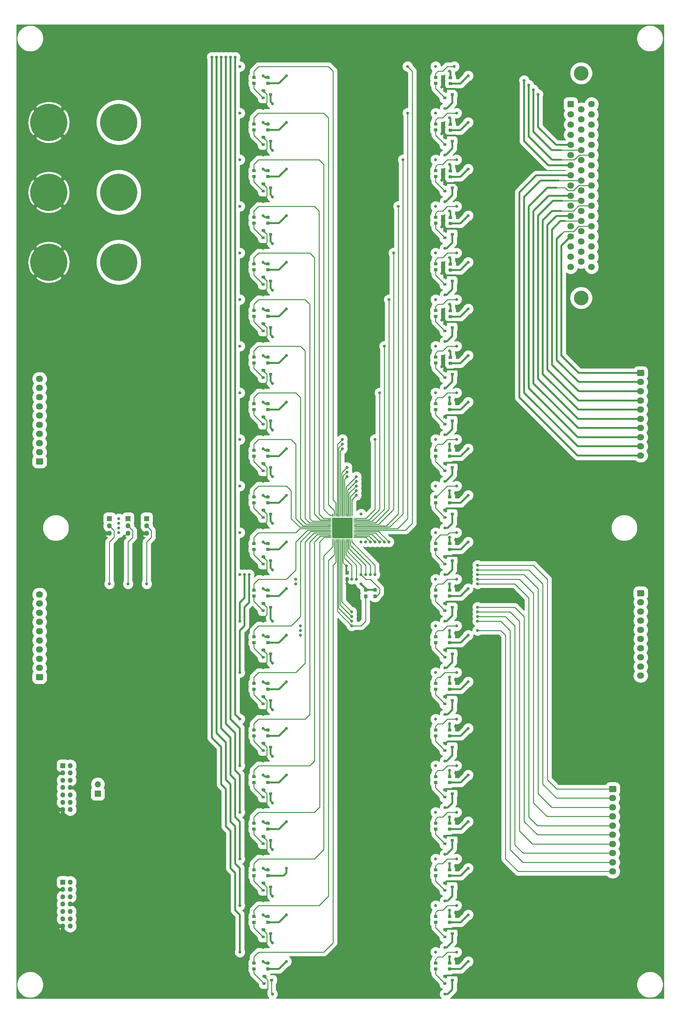
<source format=gbr>
G04 #@! TF.GenerationSoftware,KiCad,Pcbnew,(5.1.2)-1*
G04 #@! TF.CreationDate,2019-11-22T11:24:58-08:00*
G04 #@! TF.ProjectId,relayBoard,72656c61-7942-46f6-9172-642e6b696361,rev?*
G04 #@! TF.SameCoordinates,Original*
G04 #@! TF.FileFunction,Copper,L4,Bot*
G04 #@! TF.FilePolarity,Positive*
%FSLAX46Y46*%
G04 Gerber Fmt 4.6, Leading zero omitted, Abs format (unit mm)*
G04 Created by KiCad (PCBNEW (5.1.2)-1) date 2019-11-22 11:24:58*
%MOMM*%
%LPD*%
G04 APERTURE LIST*
%ADD10O,1.700000X1.700000*%
%ADD11R,1.700000X1.700000*%
%ADD12C,10.160000*%
%ADD13O,1.350000X1.350000*%
%ADD14R,1.350000X1.350000*%
%ADD15O,1.950000X1.700000*%
%ADD16C,0.100000*%
%ADD17C,1.700000*%
%ADD18C,4.000000*%
%ADD19C,1.800000*%
%ADD20R,1.800000X1.800000*%
%ADD21C,0.950000*%
%ADD22R,0.900000X0.800000*%
%ADD23C,0.875000*%
%ADD24C,5.600000*%
%ADD25C,0.200000*%
%ADD26C,0.800000*%
%ADD27C,0.500000*%
%ADD28C,0.250000*%
%ADD29C,0.254000*%
G04 APERTURE END LIST*
D10*
X15875000Y-187960000D03*
D11*
X15875000Y-190500000D03*
D12*
X21590000Y-45720000D03*
D13*
X8350000Y-226630000D03*
X6350000Y-226630000D03*
X8350000Y-224630000D03*
X6350000Y-224630000D03*
X8350000Y-222630000D03*
X6350000Y-222630000D03*
X8350000Y-220630000D03*
X6350000Y-220630000D03*
X8350000Y-218630000D03*
X6350000Y-218630000D03*
X8350000Y-216630000D03*
X6350000Y-216630000D03*
X8350000Y-214630000D03*
D14*
X6350000Y-214630000D03*
D12*
X21590000Y-26670000D03*
D15*
X156210000Y-211730000D03*
X156210000Y-209230000D03*
X156210000Y-206730000D03*
X156210000Y-204230000D03*
X156210000Y-201730000D03*
X156210000Y-199230000D03*
X156210000Y-196730000D03*
X156210000Y-194230000D03*
X156210000Y-191730000D03*
D16*
G36*
X156959504Y-188381204D02*
G01*
X156983773Y-188384804D01*
X157007571Y-188390765D01*
X157030671Y-188399030D01*
X157052849Y-188409520D01*
X157073893Y-188422133D01*
X157093598Y-188436747D01*
X157111777Y-188453223D01*
X157128253Y-188471402D01*
X157142867Y-188491107D01*
X157155480Y-188512151D01*
X157165970Y-188534329D01*
X157174235Y-188557429D01*
X157180196Y-188581227D01*
X157183796Y-188605496D01*
X157185000Y-188630000D01*
X157185000Y-189830000D01*
X157183796Y-189854504D01*
X157180196Y-189878773D01*
X157174235Y-189902571D01*
X157165970Y-189925671D01*
X157155480Y-189947849D01*
X157142867Y-189968893D01*
X157128253Y-189988598D01*
X157111777Y-190006777D01*
X157093598Y-190023253D01*
X157073893Y-190037867D01*
X157052849Y-190050480D01*
X157030671Y-190060970D01*
X157007571Y-190069235D01*
X156983773Y-190075196D01*
X156959504Y-190078796D01*
X156935000Y-190080000D01*
X155485000Y-190080000D01*
X155460496Y-190078796D01*
X155436227Y-190075196D01*
X155412429Y-190069235D01*
X155389329Y-190060970D01*
X155367151Y-190050480D01*
X155346107Y-190037867D01*
X155326402Y-190023253D01*
X155308223Y-190006777D01*
X155291747Y-189988598D01*
X155277133Y-189968893D01*
X155264520Y-189947849D01*
X155254030Y-189925671D01*
X155245765Y-189902571D01*
X155239804Y-189878773D01*
X155236204Y-189854504D01*
X155235000Y-189830000D01*
X155235000Y-188630000D01*
X155236204Y-188605496D01*
X155239804Y-188581227D01*
X155245765Y-188557429D01*
X155254030Y-188534329D01*
X155264520Y-188512151D01*
X155277133Y-188491107D01*
X155291747Y-188471402D01*
X155308223Y-188453223D01*
X155326402Y-188436747D01*
X155346107Y-188422133D01*
X155367151Y-188409520D01*
X155389329Y-188399030D01*
X155412429Y-188390765D01*
X155436227Y-188384804D01*
X155460496Y-188381204D01*
X155485000Y-188380000D01*
X156935000Y-188380000D01*
X156959504Y-188381204D01*
X156959504Y-188381204D01*
G37*
D17*
X156210000Y-189230000D03*
D12*
X2540000Y-7620000D03*
X2540000Y-26670000D03*
X2540000Y-45720000D03*
D18*
X147624800Y-55448200D03*
X147624800Y5765800D03*
D19*
X150469600Y-46990000D03*
X150469600Y-44221400D03*
X150469600Y-41452800D03*
X150469600Y-38684200D03*
X150469600Y-35915600D03*
X150469600Y-33147000D03*
X150469600Y-30378400D03*
X150469600Y-27609800D03*
X150469600Y-24841200D03*
X150469600Y-22072600D03*
X150469600Y-19304000D03*
X150469600Y-16535400D03*
X150469600Y-13766800D03*
X150469600Y-10998200D03*
X150469600Y-8229600D03*
X150469600Y-5461000D03*
X150469600Y-2692400D03*
X147624800Y-45605700D03*
X147624800Y-42837100D03*
X147624800Y-40068500D03*
X147624800Y-37299900D03*
X147624800Y-34531300D03*
X147624800Y-31762700D03*
X147624800Y-28994100D03*
X147624800Y-26225500D03*
X147624800Y-23456900D03*
X147624800Y-20688300D03*
X147624800Y-17919700D03*
X147624800Y-15151100D03*
X147624800Y-12382500D03*
X147624800Y-9613900D03*
X147624800Y-6845300D03*
X147624800Y-4076700D03*
X144780000Y-46990000D03*
X144780000Y-44221400D03*
X144780000Y-41452800D03*
X144780000Y-38684200D03*
X144780000Y-35915600D03*
X144780000Y-33147000D03*
X144780000Y-30378400D03*
X144780000Y-27609800D03*
X144780000Y-24841200D03*
X144780000Y-22072600D03*
X144780000Y-19304000D03*
X144780000Y-16535400D03*
X144780000Y-13766800D03*
X144780000Y-10998200D03*
X144780000Y-8229600D03*
X144780000Y-5461000D03*
D20*
X144780000Y-2692400D03*
D12*
X21590000Y-7620000D03*
D16*
G36*
X91700779Y-136241144D02*
G01*
X91723834Y-136244563D01*
X91746443Y-136250227D01*
X91768387Y-136258079D01*
X91789457Y-136268044D01*
X91809448Y-136280026D01*
X91828168Y-136293910D01*
X91845438Y-136309562D01*
X91861090Y-136326832D01*
X91874974Y-136345552D01*
X91886956Y-136365543D01*
X91896921Y-136386613D01*
X91904773Y-136408557D01*
X91910437Y-136431166D01*
X91913856Y-136454221D01*
X91915000Y-136477500D01*
X91915000Y-137052500D01*
X91913856Y-137075779D01*
X91910437Y-137098834D01*
X91904773Y-137121443D01*
X91896921Y-137143387D01*
X91886956Y-137164457D01*
X91874974Y-137184448D01*
X91861090Y-137203168D01*
X91845438Y-137220438D01*
X91828168Y-137236090D01*
X91809448Y-137249974D01*
X91789457Y-137261956D01*
X91768387Y-137271921D01*
X91746443Y-137279773D01*
X91723834Y-137285437D01*
X91700779Y-137288856D01*
X91677500Y-137290000D01*
X91202500Y-137290000D01*
X91179221Y-137288856D01*
X91156166Y-137285437D01*
X91133557Y-137279773D01*
X91111613Y-137271921D01*
X91090543Y-137261956D01*
X91070552Y-137249974D01*
X91051832Y-137236090D01*
X91034562Y-137220438D01*
X91018910Y-137203168D01*
X91005026Y-137184448D01*
X90993044Y-137164457D01*
X90983079Y-137143387D01*
X90975227Y-137121443D01*
X90969563Y-137098834D01*
X90966144Y-137075779D01*
X90965000Y-137052500D01*
X90965000Y-136477500D01*
X90966144Y-136454221D01*
X90969563Y-136431166D01*
X90975227Y-136408557D01*
X90983079Y-136386613D01*
X90993044Y-136365543D01*
X91005026Y-136345552D01*
X91018910Y-136326832D01*
X91034562Y-136309562D01*
X91051832Y-136293910D01*
X91070552Y-136280026D01*
X91090543Y-136268044D01*
X91111613Y-136258079D01*
X91133557Y-136250227D01*
X91156166Y-136244563D01*
X91179221Y-136241144D01*
X91202500Y-136240000D01*
X91677500Y-136240000D01*
X91700779Y-136241144D01*
X91700779Y-136241144D01*
G37*
D21*
X91440000Y-136765000D03*
D16*
G36*
X91700779Y-134491144D02*
G01*
X91723834Y-134494563D01*
X91746443Y-134500227D01*
X91768387Y-134508079D01*
X91789457Y-134518044D01*
X91809448Y-134530026D01*
X91828168Y-134543910D01*
X91845438Y-134559562D01*
X91861090Y-134576832D01*
X91874974Y-134595552D01*
X91886956Y-134615543D01*
X91896921Y-134636613D01*
X91904773Y-134658557D01*
X91910437Y-134681166D01*
X91913856Y-134704221D01*
X91915000Y-134727500D01*
X91915000Y-135302500D01*
X91913856Y-135325779D01*
X91910437Y-135348834D01*
X91904773Y-135371443D01*
X91896921Y-135393387D01*
X91886956Y-135414457D01*
X91874974Y-135434448D01*
X91861090Y-135453168D01*
X91845438Y-135470438D01*
X91828168Y-135486090D01*
X91809448Y-135499974D01*
X91789457Y-135511956D01*
X91768387Y-135521921D01*
X91746443Y-135529773D01*
X91723834Y-135535437D01*
X91700779Y-135538856D01*
X91677500Y-135540000D01*
X91202500Y-135540000D01*
X91179221Y-135538856D01*
X91156166Y-135535437D01*
X91133557Y-135529773D01*
X91111613Y-135521921D01*
X91090543Y-135511956D01*
X91070552Y-135499974D01*
X91051832Y-135486090D01*
X91034562Y-135470438D01*
X91018910Y-135453168D01*
X91005026Y-135434448D01*
X90993044Y-135414457D01*
X90983079Y-135393387D01*
X90975227Y-135371443D01*
X90969563Y-135348834D01*
X90966144Y-135325779D01*
X90965000Y-135302500D01*
X90965000Y-134727500D01*
X90966144Y-134704221D01*
X90969563Y-134681166D01*
X90975227Y-134658557D01*
X90983079Y-134636613D01*
X90993044Y-134615543D01*
X91005026Y-134595552D01*
X91018910Y-134576832D01*
X91034562Y-134559562D01*
X91051832Y-134543910D01*
X91070552Y-134530026D01*
X91090543Y-134518044D01*
X91111613Y-134508079D01*
X91133557Y-134500227D01*
X91156166Y-134494563D01*
X91179221Y-134491144D01*
X91202500Y-134490000D01*
X91677500Y-134490000D01*
X91700779Y-134491144D01*
X91700779Y-134491144D01*
G37*
D21*
X91440000Y-135015000D03*
D16*
G36*
X89160779Y-136241144D02*
G01*
X89183834Y-136244563D01*
X89206443Y-136250227D01*
X89228387Y-136258079D01*
X89249457Y-136268044D01*
X89269448Y-136280026D01*
X89288168Y-136293910D01*
X89305438Y-136309562D01*
X89321090Y-136326832D01*
X89334974Y-136345552D01*
X89346956Y-136365543D01*
X89356921Y-136386613D01*
X89364773Y-136408557D01*
X89370437Y-136431166D01*
X89373856Y-136454221D01*
X89375000Y-136477500D01*
X89375000Y-137052500D01*
X89373856Y-137075779D01*
X89370437Y-137098834D01*
X89364773Y-137121443D01*
X89356921Y-137143387D01*
X89346956Y-137164457D01*
X89334974Y-137184448D01*
X89321090Y-137203168D01*
X89305438Y-137220438D01*
X89288168Y-137236090D01*
X89269448Y-137249974D01*
X89249457Y-137261956D01*
X89228387Y-137271921D01*
X89206443Y-137279773D01*
X89183834Y-137285437D01*
X89160779Y-137288856D01*
X89137500Y-137290000D01*
X88662500Y-137290000D01*
X88639221Y-137288856D01*
X88616166Y-137285437D01*
X88593557Y-137279773D01*
X88571613Y-137271921D01*
X88550543Y-137261956D01*
X88530552Y-137249974D01*
X88511832Y-137236090D01*
X88494562Y-137220438D01*
X88478910Y-137203168D01*
X88465026Y-137184448D01*
X88453044Y-137164457D01*
X88443079Y-137143387D01*
X88435227Y-137121443D01*
X88429563Y-137098834D01*
X88426144Y-137075779D01*
X88425000Y-137052500D01*
X88425000Y-136477500D01*
X88426144Y-136454221D01*
X88429563Y-136431166D01*
X88435227Y-136408557D01*
X88443079Y-136386613D01*
X88453044Y-136365543D01*
X88465026Y-136345552D01*
X88478910Y-136326832D01*
X88494562Y-136309562D01*
X88511832Y-136293910D01*
X88530552Y-136280026D01*
X88550543Y-136268044D01*
X88571613Y-136258079D01*
X88593557Y-136250227D01*
X88616166Y-136244563D01*
X88639221Y-136241144D01*
X88662500Y-136240000D01*
X89137500Y-136240000D01*
X89160779Y-136241144D01*
X89160779Y-136241144D01*
G37*
D21*
X88900000Y-136765000D03*
D16*
G36*
X89160779Y-134491144D02*
G01*
X89183834Y-134494563D01*
X89206443Y-134500227D01*
X89228387Y-134508079D01*
X89249457Y-134518044D01*
X89269448Y-134530026D01*
X89288168Y-134543910D01*
X89305438Y-134559562D01*
X89321090Y-134576832D01*
X89334974Y-134595552D01*
X89346956Y-134615543D01*
X89356921Y-134636613D01*
X89364773Y-134658557D01*
X89370437Y-134681166D01*
X89373856Y-134704221D01*
X89375000Y-134727500D01*
X89375000Y-135302500D01*
X89373856Y-135325779D01*
X89370437Y-135348834D01*
X89364773Y-135371443D01*
X89356921Y-135393387D01*
X89346956Y-135414457D01*
X89334974Y-135434448D01*
X89321090Y-135453168D01*
X89305438Y-135470438D01*
X89288168Y-135486090D01*
X89269448Y-135499974D01*
X89249457Y-135511956D01*
X89228387Y-135521921D01*
X89206443Y-135529773D01*
X89183834Y-135535437D01*
X89160779Y-135538856D01*
X89137500Y-135540000D01*
X88662500Y-135540000D01*
X88639221Y-135538856D01*
X88616166Y-135535437D01*
X88593557Y-135529773D01*
X88571613Y-135521921D01*
X88550543Y-135511956D01*
X88530552Y-135499974D01*
X88511832Y-135486090D01*
X88494562Y-135470438D01*
X88478910Y-135453168D01*
X88465026Y-135434448D01*
X88453044Y-135414457D01*
X88443079Y-135393387D01*
X88435227Y-135371443D01*
X88429563Y-135348834D01*
X88426144Y-135325779D01*
X88425000Y-135302500D01*
X88425000Y-134727500D01*
X88426144Y-134704221D01*
X88429563Y-134681166D01*
X88435227Y-134658557D01*
X88443079Y-134636613D01*
X88453044Y-134615543D01*
X88465026Y-134595552D01*
X88478910Y-134576832D01*
X88494562Y-134559562D01*
X88511832Y-134543910D01*
X88530552Y-134530026D01*
X88550543Y-134518044D01*
X88571613Y-134508079D01*
X88593557Y-134500227D01*
X88616166Y-134494563D01*
X88639221Y-134491144D01*
X88662500Y-134490000D01*
X89137500Y-134490000D01*
X89160779Y-134491144D01*
X89160779Y-134491144D01*
G37*
D21*
X88900000Y-135015000D03*
D16*
G36*
X84080779Y-131556144D02*
G01*
X84103834Y-131559563D01*
X84126443Y-131565227D01*
X84148387Y-131573079D01*
X84169457Y-131583044D01*
X84189448Y-131595026D01*
X84208168Y-131608910D01*
X84225438Y-131624562D01*
X84241090Y-131641832D01*
X84254974Y-131660552D01*
X84266956Y-131680543D01*
X84276921Y-131701613D01*
X84284773Y-131723557D01*
X84290437Y-131746166D01*
X84293856Y-131769221D01*
X84295000Y-131792500D01*
X84295000Y-132367500D01*
X84293856Y-132390779D01*
X84290437Y-132413834D01*
X84284773Y-132436443D01*
X84276921Y-132458387D01*
X84266956Y-132479457D01*
X84254974Y-132499448D01*
X84241090Y-132518168D01*
X84225438Y-132535438D01*
X84208168Y-132551090D01*
X84189448Y-132564974D01*
X84169457Y-132576956D01*
X84148387Y-132586921D01*
X84126443Y-132594773D01*
X84103834Y-132600437D01*
X84080779Y-132603856D01*
X84057500Y-132605000D01*
X83582500Y-132605000D01*
X83559221Y-132603856D01*
X83536166Y-132600437D01*
X83513557Y-132594773D01*
X83491613Y-132586921D01*
X83470543Y-132576956D01*
X83450552Y-132564974D01*
X83431832Y-132551090D01*
X83414562Y-132535438D01*
X83398910Y-132518168D01*
X83385026Y-132499448D01*
X83373044Y-132479457D01*
X83363079Y-132458387D01*
X83355227Y-132436443D01*
X83349563Y-132413834D01*
X83346144Y-132390779D01*
X83345000Y-132367500D01*
X83345000Y-131792500D01*
X83346144Y-131769221D01*
X83349563Y-131746166D01*
X83355227Y-131723557D01*
X83363079Y-131701613D01*
X83373044Y-131680543D01*
X83385026Y-131660552D01*
X83398910Y-131641832D01*
X83414562Y-131624562D01*
X83431832Y-131608910D01*
X83450552Y-131595026D01*
X83470543Y-131583044D01*
X83491613Y-131573079D01*
X83513557Y-131565227D01*
X83536166Y-131559563D01*
X83559221Y-131556144D01*
X83582500Y-131555000D01*
X84057500Y-131555000D01*
X84080779Y-131556144D01*
X84080779Y-131556144D01*
G37*
D21*
X83820000Y-132080000D03*
D16*
G36*
X84080779Y-129806144D02*
G01*
X84103834Y-129809563D01*
X84126443Y-129815227D01*
X84148387Y-129823079D01*
X84169457Y-129833044D01*
X84189448Y-129845026D01*
X84208168Y-129858910D01*
X84225438Y-129874562D01*
X84241090Y-129891832D01*
X84254974Y-129910552D01*
X84266956Y-129930543D01*
X84276921Y-129951613D01*
X84284773Y-129973557D01*
X84290437Y-129996166D01*
X84293856Y-130019221D01*
X84295000Y-130042500D01*
X84295000Y-130617500D01*
X84293856Y-130640779D01*
X84290437Y-130663834D01*
X84284773Y-130686443D01*
X84276921Y-130708387D01*
X84266956Y-130729457D01*
X84254974Y-130749448D01*
X84241090Y-130768168D01*
X84225438Y-130785438D01*
X84208168Y-130801090D01*
X84189448Y-130814974D01*
X84169457Y-130826956D01*
X84148387Y-130836921D01*
X84126443Y-130844773D01*
X84103834Y-130850437D01*
X84080779Y-130853856D01*
X84057500Y-130855000D01*
X83582500Y-130855000D01*
X83559221Y-130853856D01*
X83536166Y-130850437D01*
X83513557Y-130844773D01*
X83491613Y-130836921D01*
X83470543Y-130826956D01*
X83450552Y-130814974D01*
X83431832Y-130801090D01*
X83414562Y-130785438D01*
X83398910Y-130768168D01*
X83385026Y-130749448D01*
X83373044Y-130729457D01*
X83363079Y-130708387D01*
X83355227Y-130686443D01*
X83349563Y-130663834D01*
X83346144Y-130640779D01*
X83345000Y-130617500D01*
X83345000Y-130042500D01*
X83346144Y-130019221D01*
X83349563Y-129996166D01*
X83355227Y-129973557D01*
X83363079Y-129951613D01*
X83373044Y-129930543D01*
X83385026Y-129910552D01*
X83398910Y-129891832D01*
X83414562Y-129874562D01*
X83431832Y-129858910D01*
X83450552Y-129845026D01*
X83470543Y-129833044D01*
X83491613Y-129823079D01*
X83513557Y-129815227D01*
X83536166Y-129809563D01*
X83559221Y-129806144D01*
X83582500Y-129805000D01*
X84057500Y-129805000D01*
X84080779Y-129806144D01*
X84080779Y-129806144D01*
G37*
D21*
X83820000Y-130330000D03*
D16*
G36*
X749504Y-99151204D02*
G01*
X773773Y-99154804D01*
X797571Y-99160765D01*
X820671Y-99169030D01*
X842849Y-99179520D01*
X863893Y-99192133D01*
X883598Y-99206747D01*
X901777Y-99223223D01*
X918253Y-99241402D01*
X932867Y-99261107D01*
X945480Y-99282151D01*
X955970Y-99304329D01*
X964235Y-99327429D01*
X970196Y-99351227D01*
X973796Y-99375496D01*
X975000Y-99400000D01*
X975000Y-100600000D01*
X973796Y-100624504D01*
X970196Y-100648773D01*
X964235Y-100672571D01*
X955970Y-100695671D01*
X945480Y-100717849D01*
X932867Y-100738893D01*
X918253Y-100758598D01*
X901777Y-100776777D01*
X883598Y-100793253D01*
X863893Y-100807867D01*
X842849Y-100820480D01*
X820671Y-100830970D01*
X797571Y-100839235D01*
X773773Y-100845196D01*
X749504Y-100848796D01*
X725000Y-100850000D01*
X-725000Y-100850000D01*
X-749504Y-100848796D01*
X-773773Y-100845196D01*
X-797571Y-100839235D01*
X-820671Y-100830970D01*
X-842849Y-100820480D01*
X-863893Y-100807867D01*
X-883598Y-100793253D01*
X-901777Y-100776777D01*
X-918253Y-100758598D01*
X-932867Y-100738893D01*
X-945480Y-100717849D01*
X-955970Y-100695671D01*
X-964235Y-100672571D01*
X-970196Y-100648773D01*
X-973796Y-100624504D01*
X-975000Y-100600000D01*
X-975000Y-99400000D01*
X-973796Y-99375496D01*
X-970196Y-99351227D01*
X-964235Y-99327429D01*
X-955970Y-99304329D01*
X-945480Y-99282151D01*
X-932867Y-99261107D01*
X-918253Y-99241402D01*
X-901777Y-99223223D01*
X-883598Y-99206747D01*
X-863893Y-99192133D01*
X-842849Y-99179520D01*
X-820671Y-99169030D01*
X-797571Y-99160765D01*
X-773773Y-99154804D01*
X-749504Y-99151204D01*
X-725000Y-99150000D01*
X725000Y-99150000D01*
X749504Y-99151204D01*
X749504Y-99151204D01*
G37*
D17*
X0Y-100000000D03*
D15*
X0Y-97500000D03*
X0Y-95000000D03*
X0Y-92500000D03*
X0Y-90000000D03*
X0Y-87500000D03*
X0Y-85000000D03*
X0Y-82500000D03*
X0Y-80000000D03*
X0Y-77500000D03*
X0Y-136250000D03*
X0Y-138750000D03*
X0Y-141250000D03*
X0Y-143750000D03*
X0Y-146250000D03*
X0Y-148750000D03*
X0Y-151250000D03*
X0Y-153750000D03*
X0Y-156250000D03*
D16*
G36*
X749504Y-157901204D02*
G01*
X773773Y-157904804D01*
X797571Y-157910765D01*
X820671Y-157919030D01*
X842849Y-157929520D01*
X863893Y-157942133D01*
X883598Y-157956747D01*
X901777Y-157973223D01*
X918253Y-157991402D01*
X932867Y-158011107D01*
X945480Y-158032151D01*
X955970Y-158054329D01*
X964235Y-158077429D01*
X970196Y-158101227D01*
X973796Y-158125496D01*
X975000Y-158150000D01*
X975000Y-159350000D01*
X973796Y-159374504D01*
X970196Y-159398773D01*
X964235Y-159422571D01*
X955970Y-159445671D01*
X945480Y-159467849D01*
X932867Y-159488893D01*
X918253Y-159508598D01*
X901777Y-159526777D01*
X883598Y-159543253D01*
X863893Y-159557867D01*
X842849Y-159570480D01*
X820671Y-159580970D01*
X797571Y-159589235D01*
X773773Y-159595196D01*
X749504Y-159598796D01*
X725000Y-159600000D01*
X-725000Y-159600000D01*
X-749504Y-159598796D01*
X-773773Y-159595196D01*
X-797571Y-159589235D01*
X-820671Y-159580970D01*
X-842849Y-159570480D01*
X-863893Y-159557867D01*
X-883598Y-159543253D01*
X-901777Y-159526777D01*
X-918253Y-159508598D01*
X-932867Y-159488893D01*
X-945480Y-159467849D01*
X-955970Y-159445671D01*
X-964235Y-159422571D01*
X-970196Y-159398773D01*
X-973796Y-159374504D01*
X-975000Y-159350000D01*
X-975000Y-158150000D01*
X-973796Y-158125496D01*
X-970196Y-158101227D01*
X-964235Y-158077429D01*
X-955970Y-158054329D01*
X-945480Y-158032151D01*
X-932867Y-158011107D01*
X-918253Y-157991402D01*
X-901777Y-157973223D01*
X-883598Y-157956747D01*
X-863893Y-157942133D01*
X-842849Y-157929520D01*
X-820671Y-157919030D01*
X-797571Y-157910765D01*
X-773773Y-157904804D01*
X-749504Y-157901204D01*
X-725000Y-157900000D01*
X725000Y-157900000D01*
X749504Y-157901204D01*
X749504Y-157901204D01*
G37*
D17*
X0Y-158750000D03*
D14*
X6350000Y-182880000D03*
D13*
X8350000Y-182880000D03*
X6350000Y-184880000D03*
X8350000Y-184880000D03*
X6350000Y-186880000D03*
X8350000Y-186880000D03*
X6350000Y-188880000D03*
X8350000Y-188880000D03*
X6350000Y-190880000D03*
X8350000Y-190880000D03*
X6350000Y-192880000D03*
X8350000Y-192880000D03*
X6350000Y-194880000D03*
X8350000Y-194880000D03*
D16*
G36*
X164579504Y-75041204D02*
G01*
X164603773Y-75044804D01*
X164627571Y-75050765D01*
X164650671Y-75059030D01*
X164672849Y-75069520D01*
X164693893Y-75082133D01*
X164713598Y-75096747D01*
X164731777Y-75113223D01*
X164748253Y-75131402D01*
X164762867Y-75151107D01*
X164775480Y-75172151D01*
X164785970Y-75194329D01*
X164794235Y-75217429D01*
X164800196Y-75241227D01*
X164803796Y-75265496D01*
X164805000Y-75290000D01*
X164805000Y-76490000D01*
X164803796Y-76514504D01*
X164800196Y-76538773D01*
X164794235Y-76562571D01*
X164785970Y-76585671D01*
X164775480Y-76607849D01*
X164762867Y-76628893D01*
X164748253Y-76648598D01*
X164731777Y-76666777D01*
X164713598Y-76683253D01*
X164693893Y-76697867D01*
X164672849Y-76710480D01*
X164650671Y-76720970D01*
X164627571Y-76729235D01*
X164603773Y-76735196D01*
X164579504Y-76738796D01*
X164555000Y-76740000D01*
X163105000Y-76740000D01*
X163080496Y-76738796D01*
X163056227Y-76735196D01*
X163032429Y-76729235D01*
X163009329Y-76720970D01*
X162987151Y-76710480D01*
X162966107Y-76697867D01*
X162946402Y-76683253D01*
X162928223Y-76666777D01*
X162911747Y-76648598D01*
X162897133Y-76628893D01*
X162884520Y-76607849D01*
X162874030Y-76585671D01*
X162865765Y-76562571D01*
X162859804Y-76538773D01*
X162856204Y-76514504D01*
X162855000Y-76490000D01*
X162855000Y-75290000D01*
X162856204Y-75265496D01*
X162859804Y-75241227D01*
X162865765Y-75217429D01*
X162874030Y-75194329D01*
X162884520Y-75172151D01*
X162897133Y-75151107D01*
X162911747Y-75131402D01*
X162928223Y-75113223D01*
X162946402Y-75096747D01*
X162966107Y-75082133D01*
X162987151Y-75069520D01*
X163009329Y-75059030D01*
X163032429Y-75050765D01*
X163056227Y-75044804D01*
X163080496Y-75041204D01*
X163105000Y-75040000D01*
X164555000Y-75040000D01*
X164579504Y-75041204D01*
X164579504Y-75041204D01*
G37*
D17*
X163830000Y-75890000D03*
D15*
X163830000Y-78390000D03*
X163830000Y-80890000D03*
X163830000Y-83390000D03*
X163830000Y-85890000D03*
X163830000Y-88390000D03*
X163830000Y-90890000D03*
X163830000Y-93390000D03*
X163830000Y-95890000D03*
X163830000Y-98390000D03*
X163830000Y-158390000D03*
X163830000Y-155890000D03*
X163830000Y-153390000D03*
X163830000Y-150890000D03*
X163830000Y-148390000D03*
X163830000Y-145890000D03*
X163830000Y-143390000D03*
X163830000Y-140890000D03*
X163830000Y-138390000D03*
D16*
G36*
X164579504Y-135041204D02*
G01*
X164603773Y-135044804D01*
X164627571Y-135050765D01*
X164650671Y-135059030D01*
X164672849Y-135069520D01*
X164693893Y-135082133D01*
X164713598Y-135096747D01*
X164731777Y-135113223D01*
X164748253Y-135131402D01*
X164762867Y-135151107D01*
X164775480Y-135172151D01*
X164785970Y-135194329D01*
X164794235Y-135217429D01*
X164800196Y-135241227D01*
X164803796Y-135265496D01*
X164805000Y-135290000D01*
X164805000Y-136490000D01*
X164803796Y-136514504D01*
X164800196Y-136538773D01*
X164794235Y-136562571D01*
X164785970Y-136585671D01*
X164775480Y-136607849D01*
X164762867Y-136628893D01*
X164748253Y-136648598D01*
X164731777Y-136666777D01*
X164713598Y-136683253D01*
X164693893Y-136697867D01*
X164672849Y-136710480D01*
X164650671Y-136720970D01*
X164627571Y-136729235D01*
X164603773Y-136735196D01*
X164579504Y-136738796D01*
X164555000Y-136740000D01*
X163105000Y-136740000D01*
X163080496Y-136738796D01*
X163056227Y-136735196D01*
X163032429Y-136729235D01*
X163009329Y-136720970D01*
X162987151Y-136710480D01*
X162966107Y-136697867D01*
X162946402Y-136683253D01*
X162928223Y-136666777D01*
X162911747Y-136648598D01*
X162897133Y-136628893D01*
X162884520Y-136607849D01*
X162874030Y-136585671D01*
X162865765Y-136562571D01*
X162859804Y-136538773D01*
X162856204Y-136514504D01*
X162855000Y-136490000D01*
X162855000Y-135290000D01*
X162856204Y-135265496D01*
X162859804Y-135241227D01*
X162865765Y-135217429D01*
X162874030Y-135194329D01*
X162884520Y-135172151D01*
X162897133Y-135151107D01*
X162911747Y-135131402D01*
X162928223Y-135113223D01*
X162946402Y-135096747D01*
X162966107Y-135082133D01*
X162987151Y-135069520D01*
X163009329Y-135059030D01*
X163032429Y-135050765D01*
X163056227Y-135044804D01*
X163080496Y-135041204D01*
X163105000Y-135040000D01*
X164555000Y-135040000D01*
X164579504Y-135041204D01*
X164579504Y-135041204D01*
G37*
D17*
X163830000Y-135890000D03*
D14*
X19050000Y-115570000D03*
D13*
X19050000Y-117570000D03*
X19050000Y-119570000D03*
D14*
X24130000Y-115570000D03*
D13*
X24130000Y-117570000D03*
X24130000Y-119570000D03*
X29210000Y-119570000D03*
X29210000Y-117570000D03*
D14*
X29210000Y-115570000D03*
D22*
X63230000Y-241300000D03*
X61230000Y-240350000D03*
X61230000Y-242250000D03*
X60960000Y-229550000D03*
X60960000Y-227650000D03*
X62960000Y-228600000D03*
X60960000Y-216850000D03*
X60960000Y-214950000D03*
X62960000Y-215900000D03*
X62960000Y-203200000D03*
X60960000Y-202250000D03*
X60960000Y-204150000D03*
X62960000Y-190500000D03*
X60960000Y-189550000D03*
X60960000Y-191450000D03*
X60960000Y-178750000D03*
X60960000Y-176850000D03*
X62960000Y-177800000D03*
X60960000Y-166050000D03*
X60960000Y-164150000D03*
X62960000Y-165100000D03*
X60960000Y-153350000D03*
X60960000Y-151450000D03*
X62960000Y-152400000D03*
X60960000Y-140650000D03*
X60960000Y-138750000D03*
X62960000Y-139700000D03*
X62960000Y-127000000D03*
X60960000Y-126050000D03*
X60960000Y-127950000D03*
X62960000Y-114300000D03*
X60960000Y-113350000D03*
X60960000Y-115250000D03*
X60960000Y-102550000D03*
X60960000Y-100650000D03*
X62960000Y-101600000D03*
X62960000Y-88900000D03*
X60960000Y-87950000D03*
X60960000Y-89850000D03*
X62960000Y-76200000D03*
X60960000Y-75250000D03*
X60960000Y-77150000D03*
X60960000Y-64450000D03*
X60960000Y-62550000D03*
X62960000Y-63500000D03*
X62960000Y-50800000D03*
X60960000Y-49850000D03*
X60960000Y-51750000D03*
X62960000Y-38100000D03*
X60960000Y-37150000D03*
X60960000Y-39050000D03*
X62960000Y-25400000D03*
X60960000Y-24450000D03*
X60960000Y-26350000D03*
X60960000Y-13650000D03*
X60960000Y-11750000D03*
X62960000Y-12700000D03*
X60960000Y-950000D03*
X60960000Y950000D03*
X62960000Y0D03*
X112490000Y-241300000D03*
X110490000Y-240350000D03*
X110490000Y-242250000D03*
X112490000Y-228600000D03*
X110490000Y-227650000D03*
X110490000Y-229550000D03*
X110490000Y-216850000D03*
X110490000Y-214950000D03*
X112490000Y-215900000D03*
X110490000Y-204150000D03*
X110490000Y-202250000D03*
X112490000Y-203200000D03*
X110490000Y-191450000D03*
X110490000Y-189550000D03*
X112490000Y-190500000D03*
X112490000Y-177800000D03*
X110490000Y-176850000D03*
X110490000Y-178750000D03*
X110490000Y-166050000D03*
X110490000Y-164150000D03*
X112490000Y-165100000D03*
X112490000Y-152400000D03*
X110490000Y-151450000D03*
X110490000Y-153350000D03*
X110490000Y-140650000D03*
X110490000Y-138750000D03*
X112490000Y-139700000D03*
X112490000Y-127000000D03*
X110490000Y-126050000D03*
X110490000Y-127950000D03*
X110490000Y-115250000D03*
X110490000Y-113350000D03*
X112490000Y-114300000D03*
X110490000Y-102550000D03*
X110490000Y-100650000D03*
X112490000Y-101600000D03*
X110490000Y-89850000D03*
X110490000Y-87950000D03*
X112490000Y-88900000D03*
X112490000Y-76200000D03*
X110490000Y-75250000D03*
X110490000Y-77150000D03*
X110490000Y-64450000D03*
X110490000Y-62550000D03*
X112490000Y-63500000D03*
X112490000Y-50800000D03*
X110490000Y-49850000D03*
X110490000Y-51750000D03*
X112490000Y-38100000D03*
X110490000Y-37150000D03*
X110490000Y-39050000D03*
X110490000Y-26350000D03*
X110490000Y-24450000D03*
X112490000Y-25400000D03*
X112490000Y-12700000D03*
X110490000Y-11750000D03*
X110490000Y-13650000D03*
X112490000Y0D03*
X110490000Y950000D03*
X110490000Y-950000D03*
D16*
G36*
X58697691Y-237841053D02*
G01*
X58718926Y-237844203D01*
X58739750Y-237849419D01*
X58759962Y-237856651D01*
X58779368Y-237865830D01*
X58797781Y-237876866D01*
X58815024Y-237889654D01*
X58830930Y-237904070D01*
X58845346Y-237919976D01*
X58858134Y-237937219D01*
X58869170Y-237955632D01*
X58878349Y-237975038D01*
X58885581Y-237995250D01*
X58890797Y-238016074D01*
X58893947Y-238037309D01*
X58895000Y-238058750D01*
X58895000Y-238496250D01*
X58893947Y-238517691D01*
X58890797Y-238538926D01*
X58885581Y-238559750D01*
X58878349Y-238579962D01*
X58869170Y-238599368D01*
X58858134Y-238617781D01*
X58845346Y-238635024D01*
X58830930Y-238650930D01*
X58815024Y-238665346D01*
X58797781Y-238678134D01*
X58779368Y-238689170D01*
X58759962Y-238698349D01*
X58739750Y-238705581D01*
X58718926Y-238710797D01*
X58697691Y-238713947D01*
X58676250Y-238715000D01*
X58163750Y-238715000D01*
X58142309Y-238713947D01*
X58121074Y-238710797D01*
X58100250Y-238705581D01*
X58080038Y-238698349D01*
X58060632Y-238689170D01*
X58042219Y-238678134D01*
X58024976Y-238665346D01*
X58009070Y-238650930D01*
X57994654Y-238635024D01*
X57981866Y-238617781D01*
X57970830Y-238599368D01*
X57961651Y-238579962D01*
X57954419Y-238559750D01*
X57949203Y-238538926D01*
X57946053Y-238517691D01*
X57945000Y-238496250D01*
X57945000Y-238058750D01*
X57946053Y-238037309D01*
X57949203Y-238016074D01*
X57954419Y-237995250D01*
X57961651Y-237975038D01*
X57970830Y-237955632D01*
X57981866Y-237937219D01*
X57994654Y-237919976D01*
X58009070Y-237904070D01*
X58024976Y-237889654D01*
X58042219Y-237876866D01*
X58060632Y-237865830D01*
X58080038Y-237856651D01*
X58100250Y-237849419D01*
X58121074Y-237844203D01*
X58142309Y-237841053D01*
X58163750Y-237840000D01*
X58676250Y-237840000D01*
X58697691Y-237841053D01*
X58697691Y-237841053D01*
G37*
D23*
X58420000Y-238277500D03*
D16*
G36*
X58697691Y-236266053D02*
G01*
X58718926Y-236269203D01*
X58739750Y-236274419D01*
X58759962Y-236281651D01*
X58779368Y-236290830D01*
X58797781Y-236301866D01*
X58815024Y-236314654D01*
X58830930Y-236329070D01*
X58845346Y-236344976D01*
X58858134Y-236362219D01*
X58869170Y-236380632D01*
X58878349Y-236400038D01*
X58885581Y-236420250D01*
X58890797Y-236441074D01*
X58893947Y-236462309D01*
X58895000Y-236483750D01*
X58895000Y-236921250D01*
X58893947Y-236942691D01*
X58890797Y-236963926D01*
X58885581Y-236984750D01*
X58878349Y-237004962D01*
X58869170Y-237024368D01*
X58858134Y-237042781D01*
X58845346Y-237060024D01*
X58830930Y-237075930D01*
X58815024Y-237090346D01*
X58797781Y-237103134D01*
X58779368Y-237114170D01*
X58759962Y-237123349D01*
X58739750Y-237130581D01*
X58718926Y-237135797D01*
X58697691Y-237138947D01*
X58676250Y-237140000D01*
X58163750Y-237140000D01*
X58142309Y-237138947D01*
X58121074Y-237135797D01*
X58100250Y-237130581D01*
X58080038Y-237123349D01*
X58060632Y-237114170D01*
X58042219Y-237103134D01*
X58024976Y-237090346D01*
X58009070Y-237075930D01*
X57994654Y-237060024D01*
X57981866Y-237042781D01*
X57970830Y-237024368D01*
X57961651Y-237004962D01*
X57954419Y-236984750D01*
X57949203Y-236963926D01*
X57946053Y-236942691D01*
X57945000Y-236921250D01*
X57945000Y-236483750D01*
X57946053Y-236462309D01*
X57949203Y-236441074D01*
X57954419Y-236420250D01*
X57961651Y-236400038D01*
X57970830Y-236380632D01*
X57981866Y-236362219D01*
X57994654Y-236344976D01*
X58009070Y-236329070D01*
X58024976Y-236314654D01*
X58042219Y-236301866D01*
X58060632Y-236290830D01*
X58080038Y-236281651D01*
X58100250Y-236274419D01*
X58121074Y-236269203D01*
X58142309Y-236266053D01*
X58163750Y-236265000D01*
X58676250Y-236265000D01*
X58697691Y-236266053D01*
X58697691Y-236266053D01*
G37*
D23*
X58420000Y-236702500D03*
D16*
G36*
X62507691Y-236266053D02*
G01*
X62528926Y-236269203D01*
X62549750Y-236274419D01*
X62569962Y-236281651D01*
X62589368Y-236290830D01*
X62607781Y-236301866D01*
X62625024Y-236314654D01*
X62640930Y-236329070D01*
X62655346Y-236344976D01*
X62668134Y-236362219D01*
X62679170Y-236380632D01*
X62688349Y-236400038D01*
X62695581Y-236420250D01*
X62700797Y-236441074D01*
X62703947Y-236462309D01*
X62705000Y-236483750D01*
X62705000Y-236921250D01*
X62703947Y-236942691D01*
X62700797Y-236963926D01*
X62695581Y-236984750D01*
X62688349Y-237004962D01*
X62679170Y-237024368D01*
X62668134Y-237042781D01*
X62655346Y-237060024D01*
X62640930Y-237075930D01*
X62625024Y-237090346D01*
X62607781Y-237103134D01*
X62589368Y-237114170D01*
X62569962Y-237123349D01*
X62549750Y-237130581D01*
X62528926Y-237135797D01*
X62507691Y-237138947D01*
X62486250Y-237140000D01*
X61973750Y-237140000D01*
X61952309Y-237138947D01*
X61931074Y-237135797D01*
X61910250Y-237130581D01*
X61890038Y-237123349D01*
X61870632Y-237114170D01*
X61852219Y-237103134D01*
X61834976Y-237090346D01*
X61819070Y-237075930D01*
X61804654Y-237060024D01*
X61791866Y-237042781D01*
X61780830Y-237024368D01*
X61771651Y-237004962D01*
X61764419Y-236984750D01*
X61759203Y-236963926D01*
X61756053Y-236942691D01*
X61755000Y-236921250D01*
X61755000Y-236483750D01*
X61756053Y-236462309D01*
X61759203Y-236441074D01*
X61764419Y-236420250D01*
X61771651Y-236400038D01*
X61780830Y-236380632D01*
X61791866Y-236362219D01*
X61804654Y-236344976D01*
X61819070Y-236329070D01*
X61834976Y-236314654D01*
X61852219Y-236301866D01*
X61870632Y-236290830D01*
X61890038Y-236281651D01*
X61910250Y-236274419D01*
X61931074Y-236269203D01*
X61952309Y-236266053D01*
X61973750Y-236265000D01*
X62486250Y-236265000D01*
X62507691Y-236266053D01*
X62507691Y-236266053D01*
G37*
D23*
X62230000Y-236702500D03*
D16*
G36*
X62507691Y-237841053D02*
G01*
X62528926Y-237844203D01*
X62549750Y-237849419D01*
X62569962Y-237856651D01*
X62589368Y-237865830D01*
X62607781Y-237876866D01*
X62625024Y-237889654D01*
X62640930Y-237904070D01*
X62655346Y-237919976D01*
X62668134Y-237937219D01*
X62679170Y-237955632D01*
X62688349Y-237975038D01*
X62695581Y-237995250D01*
X62700797Y-238016074D01*
X62703947Y-238037309D01*
X62705000Y-238058750D01*
X62705000Y-238496250D01*
X62703947Y-238517691D01*
X62700797Y-238538926D01*
X62695581Y-238559750D01*
X62688349Y-238579962D01*
X62679170Y-238599368D01*
X62668134Y-238617781D01*
X62655346Y-238635024D01*
X62640930Y-238650930D01*
X62625024Y-238665346D01*
X62607781Y-238678134D01*
X62589368Y-238689170D01*
X62569962Y-238698349D01*
X62549750Y-238705581D01*
X62528926Y-238710797D01*
X62507691Y-238713947D01*
X62486250Y-238715000D01*
X61973750Y-238715000D01*
X61952309Y-238713947D01*
X61931074Y-238710797D01*
X61910250Y-238705581D01*
X61890038Y-238698349D01*
X61870632Y-238689170D01*
X61852219Y-238678134D01*
X61834976Y-238665346D01*
X61819070Y-238650930D01*
X61804654Y-238635024D01*
X61791866Y-238617781D01*
X61780830Y-238599368D01*
X61771651Y-238579962D01*
X61764419Y-238559750D01*
X61759203Y-238538926D01*
X61756053Y-238517691D01*
X61755000Y-238496250D01*
X61755000Y-238058750D01*
X61756053Y-238037309D01*
X61759203Y-238016074D01*
X61764419Y-237995250D01*
X61771651Y-237975038D01*
X61780830Y-237955632D01*
X61791866Y-237937219D01*
X61804654Y-237919976D01*
X61819070Y-237904070D01*
X61834976Y-237889654D01*
X61852219Y-237876866D01*
X61870632Y-237865830D01*
X61890038Y-237856651D01*
X61910250Y-237849419D01*
X61931074Y-237844203D01*
X61952309Y-237841053D01*
X61973750Y-237840000D01*
X62486250Y-237840000D01*
X62507691Y-237841053D01*
X62507691Y-237841053D01*
G37*
D23*
X62230000Y-238277500D03*
D16*
G36*
X58697691Y-223566053D02*
G01*
X58718926Y-223569203D01*
X58739750Y-223574419D01*
X58759962Y-223581651D01*
X58779368Y-223590830D01*
X58797781Y-223601866D01*
X58815024Y-223614654D01*
X58830930Y-223629070D01*
X58845346Y-223644976D01*
X58858134Y-223662219D01*
X58869170Y-223680632D01*
X58878349Y-223700038D01*
X58885581Y-223720250D01*
X58890797Y-223741074D01*
X58893947Y-223762309D01*
X58895000Y-223783750D01*
X58895000Y-224221250D01*
X58893947Y-224242691D01*
X58890797Y-224263926D01*
X58885581Y-224284750D01*
X58878349Y-224304962D01*
X58869170Y-224324368D01*
X58858134Y-224342781D01*
X58845346Y-224360024D01*
X58830930Y-224375930D01*
X58815024Y-224390346D01*
X58797781Y-224403134D01*
X58779368Y-224414170D01*
X58759962Y-224423349D01*
X58739750Y-224430581D01*
X58718926Y-224435797D01*
X58697691Y-224438947D01*
X58676250Y-224440000D01*
X58163750Y-224440000D01*
X58142309Y-224438947D01*
X58121074Y-224435797D01*
X58100250Y-224430581D01*
X58080038Y-224423349D01*
X58060632Y-224414170D01*
X58042219Y-224403134D01*
X58024976Y-224390346D01*
X58009070Y-224375930D01*
X57994654Y-224360024D01*
X57981866Y-224342781D01*
X57970830Y-224324368D01*
X57961651Y-224304962D01*
X57954419Y-224284750D01*
X57949203Y-224263926D01*
X57946053Y-224242691D01*
X57945000Y-224221250D01*
X57945000Y-223783750D01*
X57946053Y-223762309D01*
X57949203Y-223741074D01*
X57954419Y-223720250D01*
X57961651Y-223700038D01*
X57970830Y-223680632D01*
X57981866Y-223662219D01*
X57994654Y-223644976D01*
X58009070Y-223629070D01*
X58024976Y-223614654D01*
X58042219Y-223601866D01*
X58060632Y-223590830D01*
X58080038Y-223581651D01*
X58100250Y-223574419D01*
X58121074Y-223569203D01*
X58142309Y-223566053D01*
X58163750Y-223565000D01*
X58676250Y-223565000D01*
X58697691Y-223566053D01*
X58697691Y-223566053D01*
G37*
D23*
X58420000Y-224002500D03*
D16*
G36*
X58697691Y-225141053D02*
G01*
X58718926Y-225144203D01*
X58739750Y-225149419D01*
X58759962Y-225156651D01*
X58779368Y-225165830D01*
X58797781Y-225176866D01*
X58815024Y-225189654D01*
X58830930Y-225204070D01*
X58845346Y-225219976D01*
X58858134Y-225237219D01*
X58869170Y-225255632D01*
X58878349Y-225275038D01*
X58885581Y-225295250D01*
X58890797Y-225316074D01*
X58893947Y-225337309D01*
X58895000Y-225358750D01*
X58895000Y-225796250D01*
X58893947Y-225817691D01*
X58890797Y-225838926D01*
X58885581Y-225859750D01*
X58878349Y-225879962D01*
X58869170Y-225899368D01*
X58858134Y-225917781D01*
X58845346Y-225935024D01*
X58830930Y-225950930D01*
X58815024Y-225965346D01*
X58797781Y-225978134D01*
X58779368Y-225989170D01*
X58759962Y-225998349D01*
X58739750Y-226005581D01*
X58718926Y-226010797D01*
X58697691Y-226013947D01*
X58676250Y-226015000D01*
X58163750Y-226015000D01*
X58142309Y-226013947D01*
X58121074Y-226010797D01*
X58100250Y-226005581D01*
X58080038Y-225998349D01*
X58060632Y-225989170D01*
X58042219Y-225978134D01*
X58024976Y-225965346D01*
X58009070Y-225950930D01*
X57994654Y-225935024D01*
X57981866Y-225917781D01*
X57970830Y-225899368D01*
X57961651Y-225879962D01*
X57954419Y-225859750D01*
X57949203Y-225838926D01*
X57946053Y-225817691D01*
X57945000Y-225796250D01*
X57945000Y-225358750D01*
X57946053Y-225337309D01*
X57949203Y-225316074D01*
X57954419Y-225295250D01*
X57961651Y-225275038D01*
X57970830Y-225255632D01*
X57981866Y-225237219D01*
X57994654Y-225219976D01*
X58009070Y-225204070D01*
X58024976Y-225189654D01*
X58042219Y-225176866D01*
X58060632Y-225165830D01*
X58080038Y-225156651D01*
X58100250Y-225149419D01*
X58121074Y-225144203D01*
X58142309Y-225141053D01*
X58163750Y-225140000D01*
X58676250Y-225140000D01*
X58697691Y-225141053D01*
X58697691Y-225141053D01*
G37*
D23*
X58420000Y-225577500D03*
D16*
G36*
X62507691Y-223566053D02*
G01*
X62528926Y-223569203D01*
X62549750Y-223574419D01*
X62569962Y-223581651D01*
X62589368Y-223590830D01*
X62607781Y-223601866D01*
X62625024Y-223614654D01*
X62640930Y-223629070D01*
X62655346Y-223644976D01*
X62668134Y-223662219D01*
X62679170Y-223680632D01*
X62688349Y-223700038D01*
X62695581Y-223720250D01*
X62700797Y-223741074D01*
X62703947Y-223762309D01*
X62705000Y-223783750D01*
X62705000Y-224221250D01*
X62703947Y-224242691D01*
X62700797Y-224263926D01*
X62695581Y-224284750D01*
X62688349Y-224304962D01*
X62679170Y-224324368D01*
X62668134Y-224342781D01*
X62655346Y-224360024D01*
X62640930Y-224375930D01*
X62625024Y-224390346D01*
X62607781Y-224403134D01*
X62589368Y-224414170D01*
X62569962Y-224423349D01*
X62549750Y-224430581D01*
X62528926Y-224435797D01*
X62507691Y-224438947D01*
X62486250Y-224440000D01*
X61973750Y-224440000D01*
X61952309Y-224438947D01*
X61931074Y-224435797D01*
X61910250Y-224430581D01*
X61890038Y-224423349D01*
X61870632Y-224414170D01*
X61852219Y-224403134D01*
X61834976Y-224390346D01*
X61819070Y-224375930D01*
X61804654Y-224360024D01*
X61791866Y-224342781D01*
X61780830Y-224324368D01*
X61771651Y-224304962D01*
X61764419Y-224284750D01*
X61759203Y-224263926D01*
X61756053Y-224242691D01*
X61755000Y-224221250D01*
X61755000Y-223783750D01*
X61756053Y-223762309D01*
X61759203Y-223741074D01*
X61764419Y-223720250D01*
X61771651Y-223700038D01*
X61780830Y-223680632D01*
X61791866Y-223662219D01*
X61804654Y-223644976D01*
X61819070Y-223629070D01*
X61834976Y-223614654D01*
X61852219Y-223601866D01*
X61870632Y-223590830D01*
X61890038Y-223581651D01*
X61910250Y-223574419D01*
X61931074Y-223569203D01*
X61952309Y-223566053D01*
X61973750Y-223565000D01*
X62486250Y-223565000D01*
X62507691Y-223566053D01*
X62507691Y-223566053D01*
G37*
D23*
X62230000Y-224002500D03*
D16*
G36*
X62507691Y-225141053D02*
G01*
X62528926Y-225144203D01*
X62549750Y-225149419D01*
X62569962Y-225156651D01*
X62589368Y-225165830D01*
X62607781Y-225176866D01*
X62625024Y-225189654D01*
X62640930Y-225204070D01*
X62655346Y-225219976D01*
X62668134Y-225237219D01*
X62679170Y-225255632D01*
X62688349Y-225275038D01*
X62695581Y-225295250D01*
X62700797Y-225316074D01*
X62703947Y-225337309D01*
X62705000Y-225358750D01*
X62705000Y-225796250D01*
X62703947Y-225817691D01*
X62700797Y-225838926D01*
X62695581Y-225859750D01*
X62688349Y-225879962D01*
X62679170Y-225899368D01*
X62668134Y-225917781D01*
X62655346Y-225935024D01*
X62640930Y-225950930D01*
X62625024Y-225965346D01*
X62607781Y-225978134D01*
X62589368Y-225989170D01*
X62569962Y-225998349D01*
X62549750Y-226005581D01*
X62528926Y-226010797D01*
X62507691Y-226013947D01*
X62486250Y-226015000D01*
X61973750Y-226015000D01*
X61952309Y-226013947D01*
X61931074Y-226010797D01*
X61910250Y-226005581D01*
X61890038Y-225998349D01*
X61870632Y-225989170D01*
X61852219Y-225978134D01*
X61834976Y-225965346D01*
X61819070Y-225950930D01*
X61804654Y-225935024D01*
X61791866Y-225917781D01*
X61780830Y-225899368D01*
X61771651Y-225879962D01*
X61764419Y-225859750D01*
X61759203Y-225838926D01*
X61756053Y-225817691D01*
X61755000Y-225796250D01*
X61755000Y-225358750D01*
X61756053Y-225337309D01*
X61759203Y-225316074D01*
X61764419Y-225295250D01*
X61771651Y-225275038D01*
X61780830Y-225255632D01*
X61791866Y-225237219D01*
X61804654Y-225219976D01*
X61819070Y-225204070D01*
X61834976Y-225189654D01*
X61852219Y-225176866D01*
X61870632Y-225165830D01*
X61890038Y-225156651D01*
X61910250Y-225149419D01*
X61931074Y-225144203D01*
X61952309Y-225141053D01*
X61973750Y-225140000D01*
X62486250Y-225140000D01*
X62507691Y-225141053D01*
X62507691Y-225141053D01*
G37*
D23*
X62230000Y-225577500D03*
D16*
G36*
X58697691Y-212441053D02*
G01*
X58718926Y-212444203D01*
X58739750Y-212449419D01*
X58759962Y-212456651D01*
X58779368Y-212465830D01*
X58797781Y-212476866D01*
X58815024Y-212489654D01*
X58830930Y-212504070D01*
X58845346Y-212519976D01*
X58858134Y-212537219D01*
X58869170Y-212555632D01*
X58878349Y-212575038D01*
X58885581Y-212595250D01*
X58890797Y-212616074D01*
X58893947Y-212637309D01*
X58895000Y-212658750D01*
X58895000Y-213096250D01*
X58893947Y-213117691D01*
X58890797Y-213138926D01*
X58885581Y-213159750D01*
X58878349Y-213179962D01*
X58869170Y-213199368D01*
X58858134Y-213217781D01*
X58845346Y-213235024D01*
X58830930Y-213250930D01*
X58815024Y-213265346D01*
X58797781Y-213278134D01*
X58779368Y-213289170D01*
X58759962Y-213298349D01*
X58739750Y-213305581D01*
X58718926Y-213310797D01*
X58697691Y-213313947D01*
X58676250Y-213315000D01*
X58163750Y-213315000D01*
X58142309Y-213313947D01*
X58121074Y-213310797D01*
X58100250Y-213305581D01*
X58080038Y-213298349D01*
X58060632Y-213289170D01*
X58042219Y-213278134D01*
X58024976Y-213265346D01*
X58009070Y-213250930D01*
X57994654Y-213235024D01*
X57981866Y-213217781D01*
X57970830Y-213199368D01*
X57961651Y-213179962D01*
X57954419Y-213159750D01*
X57949203Y-213138926D01*
X57946053Y-213117691D01*
X57945000Y-213096250D01*
X57945000Y-212658750D01*
X57946053Y-212637309D01*
X57949203Y-212616074D01*
X57954419Y-212595250D01*
X57961651Y-212575038D01*
X57970830Y-212555632D01*
X57981866Y-212537219D01*
X57994654Y-212519976D01*
X58009070Y-212504070D01*
X58024976Y-212489654D01*
X58042219Y-212476866D01*
X58060632Y-212465830D01*
X58080038Y-212456651D01*
X58100250Y-212449419D01*
X58121074Y-212444203D01*
X58142309Y-212441053D01*
X58163750Y-212440000D01*
X58676250Y-212440000D01*
X58697691Y-212441053D01*
X58697691Y-212441053D01*
G37*
D23*
X58420000Y-212877500D03*
D16*
G36*
X58697691Y-210866053D02*
G01*
X58718926Y-210869203D01*
X58739750Y-210874419D01*
X58759962Y-210881651D01*
X58779368Y-210890830D01*
X58797781Y-210901866D01*
X58815024Y-210914654D01*
X58830930Y-210929070D01*
X58845346Y-210944976D01*
X58858134Y-210962219D01*
X58869170Y-210980632D01*
X58878349Y-211000038D01*
X58885581Y-211020250D01*
X58890797Y-211041074D01*
X58893947Y-211062309D01*
X58895000Y-211083750D01*
X58895000Y-211521250D01*
X58893947Y-211542691D01*
X58890797Y-211563926D01*
X58885581Y-211584750D01*
X58878349Y-211604962D01*
X58869170Y-211624368D01*
X58858134Y-211642781D01*
X58845346Y-211660024D01*
X58830930Y-211675930D01*
X58815024Y-211690346D01*
X58797781Y-211703134D01*
X58779368Y-211714170D01*
X58759962Y-211723349D01*
X58739750Y-211730581D01*
X58718926Y-211735797D01*
X58697691Y-211738947D01*
X58676250Y-211740000D01*
X58163750Y-211740000D01*
X58142309Y-211738947D01*
X58121074Y-211735797D01*
X58100250Y-211730581D01*
X58080038Y-211723349D01*
X58060632Y-211714170D01*
X58042219Y-211703134D01*
X58024976Y-211690346D01*
X58009070Y-211675930D01*
X57994654Y-211660024D01*
X57981866Y-211642781D01*
X57970830Y-211624368D01*
X57961651Y-211604962D01*
X57954419Y-211584750D01*
X57949203Y-211563926D01*
X57946053Y-211542691D01*
X57945000Y-211521250D01*
X57945000Y-211083750D01*
X57946053Y-211062309D01*
X57949203Y-211041074D01*
X57954419Y-211020250D01*
X57961651Y-211000038D01*
X57970830Y-210980632D01*
X57981866Y-210962219D01*
X57994654Y-210944976D01*
X58009070Y-210929070D01*
X58024976Y-210914654D01*
X58042219Y-210901866D01*
X58060632Y-210890830D01*
X58080038Y-210881651D01*
X58100250Y-210874419D01*
X58121074Y-210869203D01*
X58142309Y-210866053D01*
X58163750Y-210865000D01*
X58676250Y-210865000D01*
X58697691Y-210866053D01*
X58697691Y-210866053D01*
G37*
D23*
X58420000Y-211302500D03*
D16*
G36*
X62507691Y-210866053D02*
G01*
X62528926Y-210869203D01*
X62549750Y-210874419D01*
X62569962Y-210881651D01*
X62589368Y-210890830D01*
X62607781Y-210901866D01*
X62625024Y-210914654D01*
X62640930Y-210929070D01*
X62655346Y-210944976D01*
X62668134Y-210962219D01*
X62679170Y-210980632D01*
X62688349Y-211000038D01*
X62695581Y-211020250D01*
X62700797Y-211041074D01*
X62703947Y-211062309D01*
X62705000Y-211083750D01*
X62705000Y-211521250D01*
X62703947Y-211542691D01*
X62700797Y-211563926D01*
X62695581Y-211584750D01*
X62688349Y-211604962D01*
X62679170Y-211624368D01*
X62668134Y-211642781D01*
X62655346Y-211660024D01*
X62640930Y-211675930D01*
X62625024Y-211690346D01*
X62607781Y-211703134D01*
X62589368Y-211714170D01*
X62569962Y-211723349D01*
X62549750Y-211730581D01*
X62528926Y-211735797D01*
X62507691Y-211738947D01*
X62486250Y-211740000D01*
X61973750Y-211740000D01*
X61952309Y-211738947D01*
X61931074Y-211735797D01*
X61910250Y-211730581D01*
X61890038Y-211723349D01*
X61870632Y-211714170D01*
X61852219Y-211703134D01*
X61834976Y-211690346D01*
X61819070Y-211675930D01*
X61804654Y-211660024D01*
X61791866Y-211642781D01*
X61780830Y-211624368D01*
X61771651Y-211604962D01*
X61764419Y-211584750D01*
X61759203Y-211563926D01*
X61756053Y-211542691D01*
X61755000Y-211521250D01*
X61755000Y-211083750D01*
X61756053Y-211062309D01*
X61759203Y-211041074D01*
X61764419Y-211020250D01*
X61771651Y-211000038D01*
X61780830Y-210980632D01*
X61791866Y-210962219D01*
X61804654Y-210944976D01*
X61819070Y-210929070D01*
X61834976Y-210914654D01*
X61852219Y-210901866D01*
X61870632Y-210890830D01*
X61890038Y-210881651D01*
X61910250Y-210874419D01*
X61931074Y-210869203D01*
X61952309Y-210866053D01*
X61973750Y-210865000D01*
X62486250Y-210865000D01*
X62507691Y-210866053D01*
X62507691Y-210866053D01*
G37*
D23*
X62230000Y-211302500D03*
D16*
G36*
X62507691Y-212441053D02*
G01*
X62528926Y-212444203D01*
X62549750Y-212449419D01*
X62569962Y-212456651D01*
X62589368Y-212465830D01*
X62607781Y-212476866D01*
X62625024Y-212489654D01*
X62640930Y-212504070D01*
X62655346Y-212519976D01*
X62668134Y-212537219D01*
X62679170Y-212555632D01*
X62688349Y-212575038D01*
X62695581Y-212595250D01*
X62700797Y-212616074D01*
X62703947Y-212637309D01*
X62705000Y-212658750D01*
X62705000Y-213096250D01*
X62703947Y-213117691D01*
X62700797Y-213138926D01*
X62695581Y-213159750D01*
X62688349Y-213179962D01*
X62679170Y-213199368D01*
X62668134Y-213217781D01*
X62655346Y-213235024D01*
X62640930Y-213250930D01*
X62625024Y-213265346D01*
X62607781Y-213278134D01*
X62589368Y-213289170D01*
X62569962Y-213298349D01*
X62549750Y-213305581D01*
X62528926Y-213310797D01*
X62507691Y-213313947D01*
X62486250Y-213315000D01*
X61973750Y-213315000D01*
X61952309Y-213313947D01*
X61931074Y-213310797D01*
X61910250Y-213305581D01*
X61890038Y-213298349D01*
X61870632Y-213289170D01*
X61852219Y-213278134D01*
X61834976Y-213265346D01*
X61819070Y-213250930D01*
X61804654Y-213235024D01*
X61791866Y-213217781D01*
X61780830Y-213199368D01*
X61771651Y-213179962D01*
X61764419Y-213159750D01*
X61759203Y-213138926D01*
X61756053Y-213117691D01*
X61755000Y-213096250D01*
X61755000Y-212658750D01*
X61756053Y-212637309D01*
X61759203Y-212616074D01*
X61764419Y-212595250D01*
X61771651Y-212575038D01*
X61780830Y-212555632D01*
X61791866Y-212537219D01*
X61804654Y-212519976D01*
X61819070Y-212504070D01*
X61834976Y-212489654D01*
X61852219Y-212476866D01*
X61870632Y-212465830D01*
X61890038Y-212456651D01*
X61910250Y-212449419D01*
X61931074Y-212444203D01*
X61952309Y-212441053D01*
X61973750Y-212440000D01*
X62486250Y-212440000D01*
X62507691Y-212441053D01*
X62507691Y-212441053D01*
G37*
D23*
X62230000Y-212877500D03*
D16*
G36*
X58697691Y-199741053D02*
G01*
X58718926Y-199744203D01*
X58739750Y-199749419D01*
X58759962Y-199756651D01*
X58779368Y-199765830D01*
X58797781Y-199776866D01*
X58815024Y-199789654D01*
X58830930Y-199804070D01*
X58845346Y-199819976D01*
X58858134Y-199837219D01*
X58869170Y-199855632D01*
X58878349Y-199875038D01*
X58885581Y-199895250D01*
X58890797Y-199916074D01*
X58893947Y-199937309D01*
X58895000Y-199958750D01*
X58895000Y-200396250D01*
X58893947Y-200417691D01*
X58890797Y-200438926D01*
X58885581Y-200459750D01*
X58878349Y-200479962D01*
X58869170Y-200499368D01*
X58858134Y-200517781D01*
X58845346Y-200535024D01*
X58830930Y-200550930D01*
X58815024Y-200565346D01*
X58797781Y-200578134D01*
X58779368Y-200589170D01*
X58759962Y-200598349D01*
X58739750Y-200605581D01*
X58718926Y-200610797D01*
X58697691Y-200613947D01*
X58676250Y-200615000D01*
X58163750Y-200615000D01*
X58142309Y-200613947D01*
X58121074Y-200610797D01*
X58100250Y-200605581D01*
X58080038Y-200598349D01*
X58060632Y-200589170D01*
X58042219Y-200578134D01*
X58024976Y-200565346D01*
X58009070Y-200550930D01*
X57994654Y-200535024D01*
X57981866Y-200517781D01*
X57970830Y-200499368D01*
X57961651Y-200479962D01*
X57954419Y-200459750D01*
X57949203Y-200438926D01*
X57946053Y-200417691D01*
X57945000Y-200396250D01*
X57945000Y-199958750D01*
X57946053Y-199937309D01*
X57949203Y-199916074D01*
X57954419Y-199895250D01*
X57961651Y-199875038D01*
X57970830Y-199855632D01*
X57981866Y-199837219D01*
X57994654Y-199819976D01*
X58009070Y-199804070D01*
X58024976Y-199789654D01*
X58042219Y-199776866D01*
X58060632Y-199765830D01*
X58080038Y-199756651D01*
X58100250Y-199749419D01*
X58121074Y-199744203D01*
X58142309Y-199741053D01*
X58163750Y-199740000D01*
X58676250Y-199740000D01*
X58697691Y-199741053D01*
X58697691Y-199741053D01*
G37*
D23*
X58420000Y-200177500D03*
D16*
G36*
X58697691Y-198166053D02*
G01*
X58718926Y-198169203D01*
X58739750Y-198174419D01*
X58759962Y-198181651D01*
X58779368Y-198190830D01*
X58797781Y-198201866D01*
X58815024Y-198214654D01*
X58830930Y-198229070D01*
X58845346Y-198244976D01*
X58858134Y-198262219D01*
X58869170Y-198280632D01*
X58878349Y-198300038D01*
X58885581Y-198320250D01*
X58890797Y-198341074D01*
X58893947Y-198362309D01*
X58895000Y-198383750D01*
X58895000Y-198821250D01*
X58893947Y-198842691D01*
X58890797Y-198863926D01*
X58885581Y-198884750D01*
X58878349Y-198904962D01*
X58869170Y-198924368D01*
X58858134Y-198942781D01*
X58845346Y-198960024D01*
X58830930Y-198975930D01*
X58815024Y-198990346D01*
X58797781Y-199003134D01*
X58779368Y-199014170D01*
X58759962Y-199023349D01*
X58739750Y-199030581D01*
X58718926Y-199035797D01*
X58697691Y-199038947D01*
X58676250Y-199040000D01*
X58163750Y-199040000D01*
X58142309Y-199038947D01*
X58121074Y-199035797D01*
X58100250Y-199030581D01*
X58080038Y-199023349D01*
X58060632Y-199014170D01*
X58042219Y-199003134D01*
X58024976Y-198990346D01*
X58009070Y-198975930D01*
X57994654Y-198960024D01*
X57981866Y-198942781D01*
X57970830Y-198924368D01*
X57961651Y-198904962D01*
X57954419Y-198884750D01*
X57949203Y-198863926D01*
X57946053Y-198842691D01*
X57945000Y-198821250D01*
X57945000Y-198383750D01*
X57946053Y-198362309D01*
X57949203Y-198341074D01*
X57954419Y-198320250D01*
X57961651Y-198300038D01*
X57970830Y-198280632D01*
X57981866Y-198262219D01*
X57994654Y-198244976D01*
X58009070Y-198229070D01*
X58024976Y-198214654D01*
X58042219Y-198201866D01*
X58060632Y-198190830D01*
X58080038Y-198181651D01*
X58100250Y-198174419D01*
X58121074Y-198169203D01*
X58142309Y-198166053D01*
X58163750Y-198165000D01*
X58676250Y-198165000D01*
X58697691Y-198166053D01*
X58697691Y-198166053D01*
G37*
D23*
X58420000Y-198602500D03*
D16*
G36*
X62507691Y-198166053D02*
G01*
X62528926Y-198169203D01*
X62549750Y-198174419D01*
X62569962Y-198181651D01*
X62589368Y-198190830D01*
X62607781Y-198201866D01*
X62625024Y-198214654D01*
X62640930Y-198229070D01*
X62655346Y-198244976D01*
X62668134Y-198262219D01*
X62679170Y-198280632D01*
X62688349Y-198300038D01*
X62695581Y-198320250D01*
X62700797Y-198341074D01*
X62703947Y-198362309D01*
X62705000Y-198383750D01*
X62705000Y-198821250D01*
X62703947Y-198842691D01*
X62700797Y-198863926D01*
X62695581Y-198884750D01*
X62688349Y-198904962D01*
X62679170Y-198924368D01*
X62668134Y-198942781D01*
X62655346Y-198960024D01*
X62640930Y-198975930D01*
X62625024Y-198990346D01*
X62607781Y-199003134D01*
X62589368Y-199014170D01*
X62569962Y-199023349D01*
X62549750Y-199030581D01*
X62528926Y-199035797D01*
X62507691Y-199038947D01*
X62486250Y-199040000D01*
X61973750Y-199040000D01*
X61952309Y-199038947D01*
X61931074Y-199035797D01*
X61910250Y-199030581D01*
X61890038Y-199023349D01*
X61870632Y-199014170D01*
X61852219Y-199003134D01*
X61834976Y-198990346D01*
X61819070Y-198975930D01*
X61804654Y-198960024D01*
X61791866Y-198942781D01*
X61780830Y-198924368D01*
X61771651Y-198904962D01*
X61764419Y-198884750D01*
X61759203Y-198863926D01*
X61756053Y-198842691D01*
X61755000Y-198821250D01*
X61755000Y-198383750D01*
X61756053Y-198362309D01*
X61759203Y-198341074D01*
X61764419Y-198320250D01*
X61771651Y-198300038D01*
X61780830Y-198280632D01*
X61791866Y-198262219D01*
X61804654Y-198244976D01*
X61819070Y-198229070D01*
X61834976Y-198214654D01*
X61852219Y-198201866D01*
X61870632Y-198190830D01*
X61890038Y-198181651D01*
X61910250Y-198174419D01*
X61931074Y-198169203D01*
X61952309Y-198166053D01*
X61973750Y-198165000D01*
X62486250Y-198165000D01*
X62507691Y-198166053D01*
X62507691Y-198166053D01*
G37*
D23*
X62230000Y-198602500D03*
D16*
G36*
X62507691Y-199741053D02*
G01*
X62528926Y-199744203D01*
X62549750Y-199749419D01*
X62569962Y-199756651D01*
X62589368Y-199765830D01*
X62607781Y-199776866D01*
X62625024Y-199789654D01*
X62640930Y-199804070D01*
X62655346Y-199819976D01*
X62668134Y-199837219D01*
X62679170Y-199855632D01*
X62688349Y-199875038D01*
X62695581Y-199895250D01*
X62700797Y-199916074D01*
X62703947Y-199937309D01*
X62705000Y-199958750D01*
X62705000Y-200396250D01*
X62703947Y-200417691D01*
X62700797Y-200438926D01*
X62695581Y-200459750D01*
X62688349Y-200479962D01*
X62679170Y-200499368D01*
X62668134Y-200517781D01*
X62655346Y-200535024D01*
X62640930Y-200550930D01*
X62625024Y-200565346D01*
X62607781Y-200578134D01*
X62589368Y-200589170D01*
X62569962Y-200598349D01*
X62549750Y-200605581D01*
X62528926Y-200610797D01*
X62507691Y-200613947D01*
X62486250Y-200615000D01*
X61973750Y-200615000D01*
X61952309Y-200613947D01*
X61931074Y-200610797D01*
X61910250Y-200605581D01*
X61890038Y-200598349D01*
X61870632Y-200589170D01*
X61852219Y-200578134D01*
X61834976Y-200565346D01*
X61819070Y-200550930D01*
X61804654Y-200535024D01*
X61791866Y-200517781D01*
X61780830Y-200499368D01*
X61771651Y-200479962D01*
X61764419Y-200459750D01*
X61759203Y-200438926D01*
X61756053Y-200417691D01*
X61755000Y-200396250D01*
X61755000Y-199958750D01*
X61756053Y-199937309D01*
X61759203Y-199916074D01*
X61764419Y-199895250D01*
X61771651Y-199875038D01*
X61780830Y-199855632D01*
X61791866Y-199837219D01*
X61804654Y-199819976D01*
X61819070Y-199804070D01*
X61834976Y-199789654D01*
X61852219Y-199776866D01*
X61870632Y-199765830D01*
X61890038Y-199756651D01*
X61910250Y-199749419D01*
X61931074Y-199744203D01*
X61952309Y-199741053D01*
X61973750Y-199740000D01*
X62486250Y-199740000D01*
X62507691Y-199741053D01*
X62507691Y-199741053D01*
G37*
D23*
X62230000Y-200177500D03*
D16*
G36*
X58697691Y-187041053D02*
G01*
X58718926Y-187044203D01*
X58739750Y-187049419D01*
X58759962Y-187056651D01*
X58779368Y-187065830D01*
X58797781Y-187076866D01*
X58815024Y-187089654D01*
X58830930Y-187104070D01*
X58845346Y-187119976D01*
X58858134Y-187137219D01*
X58869170Y-187155632D01*
X58878349Y-187175038D01*
X58885581Y-187195250D01*
X58890797Y-187216074D01*
X58893947Y-187237309D01*
X58895000Y-187258750D01*
X58895000Y-187696250D01*
X58893947Y-187717691D01*
X58890797Y-187738926D01*
X58885581Y-187759750D01*
X58878349Y-187779962D01*
X58869170Y-187799368D01*
X58858134Y-187817781D01*
X58845346Y-187835024D01*
X58830930Y-187850930D01*
X58815024Y-187865346D01*
X58797781Y-187878134D01*
X58779368Y-187889170D01*
X58759962Y-187898349D01*
X58739750Y-187905581D01*
X58718926Y-187910797D01*
X58697691Y-187913947D01*
X58676250Y-187915000D01*
X58163750Y-187915000D01*
X58142309Y-187913947D01*
X58121074Y-187910797D01*
X58100250Y-187905581D01*
X58080038Y-187898349D01*
X58060632Y-187889170D01*
X58042219Y-187878134D01*
X58024976Y-187865346D01*
X58009070Y-187850930D01*
X57994654Y-187835024D01*
X57981866Y-187817781D01*
X57970830Y-187799368D01*
X57961651Y-187779962D01*
X57954419Y-187759750D01*
X57949203Y-187738926D01*
X57946053Y-187717691D01*
X57945000Y-187696250D01*
X57945000Y-187258750D01*
X57946053Y-187237309D01*
X57949203Y-187216074D01*
X57954419Y-187195250D01*
X57961651Y-187175038D01*
X57970830Y-187155632D01*
X57981866Y-187137219D01*
X57994654Y-187119976D01*
X58009070Y-187104070D01*
X58024976Y-187089654D01*
X58042219Y-187076866D01*
X58060632Y-187065830D01*
X58080038Y-187056651D01*
X58100250Y-187049419D01*
X58121074Y-187044203D01*
X58142309Y-187041053D01*
X58163750Y-187040000D01*
X58676250Y-187040000D01*
X58697691Y-187041053D01*
X58697691Y-187041053D01*
G37*
D23*
X58420000Y-187477500D03*
D16*
G36*
X58697691Y-185466053D02*
G01*
X58718926Y-185469203D01*
X58739750Y-185474419D01*
X58759962Y-185481651D01*
X58779368Y-185490830D01*
X58797781Y-185501866D01*
X58815024Y-185514654D01*
X58830930Y-185529070D01*
X58845346Y-185544976D01*
X58858134Y-185562219D01*
X58869170Y-185580632D01*
X58878349Y-185600038D01*
X58885581Y-185620250D01*
X58890797Y-185641074D01*
X58893947Y-185662309D01*
X58895000Y-185683750D01*
X58895000Y-186121250D01*
X58893947Y-186142691D01*
X58890797Y-186163926D01*
X58885581Y-186184750D01*
X58878349Y-186204962D01*
X58869170Y-186224368D01*
X58858134Y-186242781D01*
X58845346Y-186260024D01*
X58830930Y-186275930D01*
X58815024Y-186290346D01*
X58797781Y-186303134D01*
X58779368Y-186314170D01*
X58759962Y-186323349D01*
X58739750Y-186330581D01*
X58718926Y-186335797D01*
X58697691Y-186338947D01*
X58676250Y-186340000D01*
X58163750Y-186340000D01*
X58142309Y-186338947D01*
X58121074Y-186335797D01*
X58100250Y-186330581D01*
X58080038Y-186323349D01*
X58060632Y-186314170D01*
X58042219Y-186303134D01*
X58024976Y-186290346D01*
X58009070Y-186275930D01*
X57994654Y-186260024D01*
X57981866Y-186242781D01*
X57970830Y-186224368D01*
X57961651Y-186204962D01*
X57954419Y-186184750D01*
X57949203Y-186163926D01*
X57946053Y-186142691D01*
X57945000Y-186121250D01*
X57945000Y-185683750D01*
X57946053Y-185662309D01*
X57949203Y-185641074D01*
X57954419Y-185620250D01*
X57961651Y-185600038D01*
X57970830Y-185580632D01*
X57981866Y-185562219D01*
X57994654Y-185544976D01*
X58009070Y-185529070D01*
X58024976Y-185514654D01*
X58042219Y-185501866D01*
X58060632Y-185490830D01*
X58080038Y-185481651D01*
X58100250Y-185474419D01*
X58121074Y-185469203D01*
X58142309Y-185466053D01*
X58163750Y-185465000D01*
X58676250Y-185465000D01*
X58697691Y-185466053D01*
X58697691Y-185466053D01*
G37*
D23*
X58420000Y-185902500D03*
D16*
G36*
X62507691Y-185466053D02*
G01*
X62528926Y-185469203D01*
X62549750Y-185474419D01*
X62569962Y-185481651D01*
X62589368Y-185490830D01*
X62607781Y-185501866D01*
X62625024Y-185514654D01*
X62640930Y-185529070D01*
X62655346Y-185544976D01*
X62668134Y-185562219D01*
X62679170Y-185580632D01*
X62688349Y-185600038D01*
X62695581Y-185620250D01*
X62700797Y-185641074D01*
X62703947Y-185662309D01*
X62705000Y-185683750D01*
X62705000Y-186121250D01*
X62703947Y-186142691D01*
X62700797Y-186163926D01*
X62695581Y-186184750D01*
X62688349Y-186204962D01*
X62679170Y-186224368D01*
X62668134Y-186242781D01*
X62655346Y-186260024D01*
X62640930Y-186275930D01*
X62625024Y-186290346D01*
X62607781Y-186303134D01*
X62589368Y-186314170D01*
X62569962Y-186323349D01*
X62549750Y-186330581D01*
X62528926Y-186335797D01*
X62507691Y-186338947D01*
X62486250Y-186340000D01*
X61973750Y-186340000D01*
X61952309Y-186338947D01*
X61931074Y-186335797D01*
X61910250Y-186330581D01*
X61890038Y-186323349D01*
X61870632Y-186314170D01*
X61852219Y-186303134D01*
X61834976Y-186290346D01*
X61819070Y-186275930D01*
X61804654Y-186260024D01*
X61791866Y-186242781D01*
X61780830Y-186224368D01*
X61771651Y-186204962D01*
X61764419Y-186184750D01*
X61759203Y-186163926D01*
X61756053Y-186142691D01*
X61755000Y-186121250D01*
X61755000Y-185683750D01*
X61756053Y-185662309D01*
X61759203Y-185641074D01*
X61764419Y-185620250D01*
X61771651Y-185600038D01*
X61780830Y-185580632D01*
X61791866Y-185562219D01*
X61804654Y-185544976D01*
X61819070Y-185529070D01*
X61834976Y-185514654D01*
X61852219Y-185501866D01*
X61870632Y-185490830D01*
X61890038Y-185481651D01*
X61910250Y-185474419D01*
X61931074Y-185469203D01*
X61952309Y-185466053D01*
X61973750Y-185465000D01*
X62486250Y-185465000D01*
X62507691Y-185466053D01*
X62507691Y-185466053D01*
G37*
D23*
X62230000Y-185902500D03*
D16*
G36*
X62507691Y-187041053D02*
G01*
X62528926Y-187044203D01*
X62549750Y-187049419D01*
X62569962Y-187056651D01*
X62589368Y-187065830D01*
X62607781Y-187076866D01*
X62625024Y-187089654D01*
X62640930Y-187104070D01*
X62655346Y-187119976D01*
X62668134Y-187137219D01*
X62679170Y-187155632D01*
X62688349Y-187175038D01*
X62695581Y-187195250D01*
X62700797Y-187216074D01*
X62703947Y-187237309D01*
X62705000Y-187258750D01*
X62705000Y-187696250D01*
X62703947Y-187717691D01*
X62700797Y-187738926D01*
X62695581Y-187759750D01*
X62688349Y-187779962D01*
X62679170Y-187799368D01*
X62668134Y-187817781D01*
X62655346Y-187835024D01*
X62640930Y-187850930D01*
X62625024Y-187865346D01*
X62607781Y-187878134D01*
X62589368Y-187889170D01*
X62569962Y-187898349D01*
X62549750Y-187905581D01*
X62528926Y-187910797D01*
X62507691Y-187913947D01*
X62486250Y-187915000D01*
X61973750Y-187915000D01*
X61952309Y-187913947D01*
X61931074Y-187910797D01*
X61910250Y-187905581D01*
X61890038Y-187898349D01*
X61870632Y-187889170D01*
X61852219Y-187878134D01*
X61834976Y-187865346D01*
X61819070Y-187850930D01*
X61804654Y-187835024D01*
X61791866Y-187817781D01*
X61780830Y-187799368D01*
X61771651Y-187779962D01*
X61764419Y-187759750D01*
X61759203Y-187738926D01*
X61756053Y-187717691D01*
X61755000Y-187696250D01*
X61755000Y-187258750D01*
X61756053Y-187237309D01*
X61759203Y-187216074D01*
X61764419Y-187195250D01*
X61771651Y-187175038D01*
X61780830Y-187155632D01*
X61791866Y-187137219D01*
X61804654Y-187119976D01*
X61819070Y-187104070D01*
X61834976Y-187089654D01*
X61852219Y-187076866D01*
X61870632Y-187065830D01*
X61890038Y-187056651D01*
X61910250Y-187049419D01*
X61931074Y-187044203D01*
X61952309Y-187041053D01*
X61973750Y-187040000D01*
X62486250Y-187040000D01*
X62507691Y-187041053D01*
X62507691Y-187041053D01*
G37*
D23*
X62230000Y-187477500D03*
D16*
G36*
X58697691Y-174341053D02*
G01*
X58718926Y-174344203D01*
X58739750Y-174349419D01*
X58759962Y-174356651D01*
X58779368Y-174365830D01*
X58797781Y-174376866D01*
X58815024Y-174389654D01*
X58830930Y-174404070D01*
X58845346Y-174419976D01*
X58858134Y-174437219D01*
X58869170Y-174455632D01*
X58878349Y-174475038D01*
X58885581Y-174495250D01*
X58890797Y-174516074D01*
X58893947Y-174537309D01*
X58895000Y-174558750D01*
X58895000Y-174996250D01*
X58893947Y-175017691D01*
X58890797Y-175038926D01*
X58885581Y-175059750D01*
X58878349Y-175079962D01*
X58869170Y-175099368D01*
X58858134Y-175117781D01*
X58845346Y-175135024D01*
X58830930Y-175150930D01*
X58815024Y-175165346D01*
X58797781Y-175178134D01*
X58779368Y-175189170D01*
X58759962Y-175198349D01*
X58739750Y-175205581D01*
X58718926Y-175210797D01*
X58697691Y-175213947D01*
X58676250Y-175215000D01*
X58163750Y-175215000D01*
X58142309Y-175213947D01*
X58121074Y-175210797D01*
X58100250Y-175205581D01*
X58080038Y-175198349D01*
X58060632Y-175189170D01*
X58042219Y-175178134D01*
X58024976Y-175165346D01*
X58009070Y-175150930D01*
X57994654Y-175135024D01*
X57981866Y-175117781D01*
X57970830Y-175099368D01*
X57961651Y-175079962D01*
X57954419Y-175059750D01*
X57949203Y-175038926D01*
X57946053Y-175017691D01*
X57945000Y-174996250D01*
X57945000Y-174558750D01*
X57946053Y-174537309D01*
X57949203Y-174516074D01*
X57954419Y-174495250D01*
X57961651Y-174475038D01*
X57970830Y-174455632D01*
X57981866Y-174437219D01*
X57994654Y-174419976D01*
X58009070Y-174404070D01*
X58024976Y-174389654D01*
X58042219Y-174376866D01*
X58060632Y-174365830D01*
X58080038Y-174356651D01*
X58100250Y-174349419D01*
X58121074Y-174344203D01*
X58142309Y-174341053D01*
X58163750Y-174340000D01*
X58676250Y-174340000D01*
X58697691Y-174341053D01*
X58697691Y-174341053D01*
G37*
D23*
X58420000Y-174777500D03*
D16*
G36*
X58697691Y-172766053D02*
G01*
X58718926Y-172769203D01*
X58739750Y-172774419D01*
X58759962Y-172781651D01*
X58779368Y-172790830D01*
X58797781Y-172801866D01*
X58815024Y-172814654D01*
X58830930Y-172829070D01*
X58845346Y-172844976D01*
X58858134Y-172862219D01*
X58869170Y-172880632D01*
X58878349Y-172900038D01*
X58885581Y-172920250D01*
X58890797Y-172941074D01*
X58893947Y-172962309D01*
X58895000Y-172983750D01*
X58895000Y-173421250D01*
X58893947Y-173442691D01*
X58890797Y-173463926D01*
X58885581Y-173484750D01*
X58878349Y-173504962D01*
X58869170Y-173524368D01*
X58858134Y-173542781D01*
X58845346Y-173560024D01*
X58830930Y-173575930D01*
X58815024Y-173590346D01*
X58797781Y-173603134D01*
X58779368Y-173614170D01*
X58759962Y-173623349D01*
X58739750Y-173630581D01*
X58718926Y-173635797D01*
X58697691Y-173638947D01*
X58676250Y-173640000D01*
X58163750Y-173640000D01*
X58142309Y-173638947D01*
X58121074Y-173635797D01*
X58100250Y-173630581D01*
X58080038Y-173623349D01*
X58060632Y-173614170D01*
X58042219Y-173603134D01*
X58024976Y-173590346D01*
X58009070Y-173575930D01*
X57994654Y-173560024D01*
X57981866Y-173542781D01*
X57970830Y-173524368D01*
X57961651Y-173504962D01*
X57954419Y-173484750D01*
X57949203Y-173463926D01*
X57946053Y-173442691D01*
X57945000Y-173421250D01*
X57945000Y-172983750D01*
X57946053Y-172962309D01*
X57949203Y-172941074D01*
X57954419Y-172920250D01*
X57961651Y-172900038D01*
X57970830Y-172880632D01*
X57981866Y-172862219D01*
X57994654Y-172844976D01*
X58009070Y-172829070D01*
X58024976Y-172814654D01*
X58042219Y-172801866D01*
X58060632Y-172790830D01*
X58080038Y-172781651D01*
X58100250Y-172774419D01*
X58121074Y-172769203D01*
X58142309Y-172766053D01*
X58163750Y-172765000D01*
X58676250Y-172765000D01*
X58697691Y-172766053D01*
X58697691Y-172766053D01*
G37*
D23*
X58420000Y-173202500D03*
D16*
G36*
X62507691Y-172766053D02*
G01*
X62528926Y-172769203D01*
X62549750Y-172774419D01*
X62569962Y-172781651D01*
X62589368Y-172790830D01*
X62607781Y-172801866D01*
X62625024Y-172814654D01*
X62640930Y-172829070D01*
X62655346Y-172844976D01*
X62668134Y-172862219D01*
X62679170Y-172880632D01*
X62688349Y-172900038D01*
X62695581Y-172920250D01*
X62700797Y-172941074D01*
X62703947Y-172962309D01*
X62705000Y-172983750D01*
X62705000Y-173421250D01*
X62703947Y-173442691D01*
X62700797Y-173463926D01*
X62695581Y-173484750D01*
X62688349Y-173504962D01*
X62679170Y-173524368D01*
X62668134Y-173542781D01*
X62655346Y-173560024D01*
X62640930Y-173575930D01*
X62625024Y-173590346D01*
X62607781Y-173603134D01*
X62589368Y-173614170D01*
X62569962Y-173623349D01*
X62549750Y-173630581D01*
X62528926Y-173635797D01*
X62507691Y-173638947D01*
X62486250Y-173640000D01*
X61973750Y-173640000D01*
X61952309Y-173638947D01*
X61931074Y-173635797D01*
X61910250Y-173630581D01*
X61890038Y-173623349D01*
X61870632Y-173614170D01*
X61852219Y-173603134D01*
X61834976Y-173590346D01*
X61819070Y-173575930D01*
X61804654Y-173560024D01*
X61791866Y-173542781D01*
X61780830Y-173524368D01*
X61771651Y-173504962D01*
X61764419Y-173484750D01*
X61759203Y-173463926D01*
X61756053Y-173442691D01*
X61755000Y-173421250D01*
X61755000Y-172983750D01*
X61756053Y-172962309D01*
X61759203Y-172941074D01*
X61764419Y-172920250D01*
X61771651Y-172900038D01*
X61780830Y-172880632D01*
X61791866Y-172862219D01*
X61804654Y-172844976D01*
X61819070Y-172829070D01*
X61834976Y-172814654D01*
X61852219Y-172801866D01*
X61870632Y-172790830D01*
X61890038Y-172781651D01*
X61910250Y-172774419D01*
X61931074Y-172769203D01*
X61952309Y-172766053D01*
X61973750Y-172765000D01*
X62486250Y-172765000D01*
X62507691Y-172766053D01*
X62507691Y-172766053D01*
G37*
D23*
X62230000Y-173202500D03*
D16*
G36*
X62507691Y-174341053D02*
G01*
X62528926Y-174344203D01*
X62549750Y-174349419D01*
X62569962Y-174356651D01*
X62589368Y-174365830D01*
X62607781Y-174376866D01*
X62625024Y-174389654D01*
X62640930Y-174404070D01*
X62655346Y-174419976D01*
X62668134Y-174437219D01*
X62679170Y-174455632D01*
X62688349Y-174475038D01*
X62695581Y-174495250D01*
X62700797Y-174516074D01*
X62703947Y-174537309D01*
X62705000Y-174558750D01*
X62705000Y-174996250D01*
X62703947Y-175017691D01*
X62700797Y-175038926D01*
X62695581Y-175059750D01*
X62688349Y-175079962D01*
X62679170Y-175099368D01*
X62668134Y-175117781D01*
X62655346Y-175135024D01*
X62640930Y-175150930D01*
X62625024Y-175165346D01*
X62607781Y-175178134D01*
X62589368Y-175189170D01*
X62569962Y-175198349D01*
X62549750Y-175205581D01*
X62528926Y-175210797D01*
X62507691Y-175213947D01*
X62486250Y-175215000D01*
X61973750Y-175215000D01*
X61952309Y-175213947D01*
X61931074Y-175210797D01*
X61910250Y-175205581D01*
X61890038Y-175198349D01*
X61870632Y-175189170D01*
X61852219Y-175178134D01*
X61834976Y-175165346D01*
X61819070Y-175150930D01*
X61804654Y-175135024D01*
X61791866Y-175117781D01*
X61780830Y-175099368D01*
X61771651Y-175079962D01*
X61764419Y-175059750D01*
X61759203Y-175038926D01*
X61756053Y-175017691D01*
X61755000Y-174996250D01*
X61755000Y-174558750D01*
X61756053Y-174537309D01*
X61759203Y-174516074D01*
X61764419Y-174495250D01*
X61771651Y-174475038D01*
X61780830Y-174455632D01*
X61791866Y-174437219D01*
X61804654Y-174419976D01*
X61819070Y-174404070D01*
X61834976Y-174389654D01*
X61852219Y-174376866D01*
X61870632Y-174365830D01*
X61890038Y-174356651D01*
X61910250Y-174349419D01*
X61931074Y-174344203D01*
X61952309Y-174341053D01*
X61973750Y-174340000D01*
X62486250Y-174340000D01*
X62507691Y-174341053D01*
X62507691Y-174341053D01*
G37*
D23*
X62230000Y-174777500D03*
D16*
G36*
X58697691Y-160066053D02*
G01*
X58718926Y-160069203D01*
X58739750Y-160074419D01*
X58759962Y-160081651D01*
X58779368Y-160090830D01*
X58797781Y-160101866D01*
X58815024Y-160114654D01*
X58830930Y-160129070D01*
X58845346Y-160144976D01*
X58858134Y-160162219D01*
X58869170Y-160180632D01*
X58878349Y-160200038D01*
X58885581Y-160220250D01*
X58890797Y-160241074D01*
X58893947Y-160262309D01*
X58895000Y-160283750D01*
X58895000Y-160721250D01*
X58893947Y-160742691D01*
X58890797Y-160763926D01*
X58885581Y-160784750D01*
X58878349Y-160804962D01*
X58869170Y-160824368D01*
X58858134Y-160842781D01*
X58845346Y-160860024D01*
X58830930Y-160875930D01*
X58815024Y-160890346D01*
X58797781Y-160903134D01*
X58779368Y-160914170D01*
X58759962Y-160923349D01*
X58739750Y-160930581D01*
X58718926Y-160935797D01*
X58697691Y-160938947D01*
X58676250Y-160940000D01*
X58163750Y-160940000D01*
X58142309Y-160938947D01*
X58121074Y-160935797D01*
X58100250Y-160930581D01*
X58080038Y-160923349D01*
X58060632Y-160914170D01*
X58042219Y-160903134D01*
X58024976Y-160890346D01*
X58009070Y-160875930D01*
X57994654Y-160860024D01*
X57981866Y-160842781D01*
X57970830Y-160824368D01*
X57961651Y-160804962D01*
X57954419Y-160784750D01*
X57949203Y-160763926D01*
X57946053Y-160742691D01*
X57945000Y-160721250D01*
X57945000Y-160283750D01*
X57946053Y-160262309D01*
X57949203Y-160241074D01*
X57954419Y-160220250D01*
X57961651Y-160200038D01*
X57970830Y-160180632D01*
X57981866Y-160162219D01*
X57994654Y-160144976D01*
X58009070Y-160129070D01*
X58024976Y-160114654D01*
X58042219Y-160101866D01*
X58060632Y-160090830D01*
X58080038Y-160081651D01*
X58100250Y-160074419D01*
X58121074Y-160069203D01*
X58142309Y-160066053D01*
X58163750Y-160065000D01*
X58676250Y-160065000D01*
X58697691Y-160066053D01*
X58697691Y-160066053D01*
G37*
D23*
X58420000Y-160502500D03*
D16*
G36*
X58697691Y-161641053D02*
G01*
X58718926Y-161644203D01*
X58739750Y-161649419D01*
X58759962Y-161656651D01*
X58779368Y-161665830D01*
X58797781Y-161676866D01*
X58815024Y-161689654D01*
X58830930Y-161704070D01*
X58845346Y-161719976D01*
X58858134Y-161737219D01*
X58869170Y-161755632D01*
X58878349Y-161775038D01*
X58885581Y-161795250D01*
X58890797Y-161816074D01*
X58893947Y-161837309D01*
X58895000Y-161858750D01*
X58895000Y-162296250D01*
X58893947Y-162317691D01*
X58890797Y-162338926D01*
X58885581Y-162359750D01*
X58878349Y-162379962D01*
X58869170Y-162399368D01*
X58858134Y-162417781D01*
X58845346Y-162435024D01*
X58830930Y-162450930D01*
X58815024Y-162465346D01*
X58797781Y-162478134D01*
X58779368Y-162489170D01*
X58759962Y-162498349D01*
X58739750Y-162505581D01*
X58718926Y-162510797D01*
X58697691Y-162513947D01*
X58676250Y-162515000D01*
X58163750Y-162515000D01*
X58142309Y-162513947D01*
X58121074Y-162510797D01*
X58100250Y-162505581D01*
X58080038Y-162498349D01*
X58060632Y-162489170D01*
X58042219Y-162478134D01*
X58024976Y-162465346D01*
X58009070Y-162450930D01*
X57994654Y-162435024D01*
X57981866Y-162417781D01*
X57970830Y-162399368D01*
X57961651Y-162379962D01*
X57954419Y-162359750D01*
X57949203Y-162338926D01*
X57946053Y-162317691D01*
X57945000Y-162296250D01*
X57945000Y-161858750D01*
X57946053Y-161837309D01*
X57949203Y-161816074D01*
X57954419Y-161795250D01*
X57961651Y-161775038D01*
X57970830Y-161755632D01*
X57981866Y-161737219D01*
X57994654Y-161719976D01*
X58009070Y-161704070D01*
X58024976Y-161689654D01*
X58042219Y-161676866D01*
X58060632Y-161665830D01*
X58080038Y-161656651D01*
X58100250Y-161649419D01*
X58121074Y-161644203D01*
X58142309Y-161641053D01*
X58163750Y-161640000D01*
X58676250Y-161640000D01*
X58697691Y-161641053D01*
X58697691Y-161641053D01*
G37*
D23*
X58420000Y-162077500D03*
D16*
G36*
X62507691Y-161641053D02*
G01*
X62528926Y-161644203D01*
X62549750Y-161649419D01*
X62569962Y-161656651D01*
X62589368Y-161665830D01*
X62607781Y-161676866D01*
X62625024Y-161689654D01*
X62640930Y-161704070D01*
X62655346Y-161719976D01*
X62668134Y-161737219D01*
X62679170Y-161755632D01*
X62688349Y-161775038D01*
X62695581Y-161795250D01*
X62700797Y-161816074D01*
X62703947Y-161837309D01*
X62705000Y-161858750D01*
X62705000Y-162296250D01*
X62703947Y-162317691D01*
X62700797Y-162338926D01*
X62695581Y-162359750D01*
X62688349Y-162379962D01*
X62679170Y-162399368D01*
X62668134Y-162417781D01*
X62655346Y-162435024D01*
X62640930Y-162450930D01*
X62625024Y-162465346D01*
X62607781Y-162478134D01*
X62589368Y-162489170D01*
X62569962Y-162498349D01*
X62549750Y-162505581D01*
X62528926Y-162510797D01*
X62507691Y-162513947D01*
X62486250Y-162515000D01*
X61973750Y-162515000D01*
X61952309Y-162513947D01*
X61931074Y-162510797D01*
X61910250Y-162505581D01*
X61890038Y-162498349D01*
X61870632Y-162489170D01*
X61852219Y-162478134D01*
X61834976Y-162465346D01*
X61819070Y-162450930D01*
X61804654Y-162435024D01*
X61791866Y-162417781D01*
X61780830Y-162399368D01*
X61771651Y-162379962D01*
X61764419Y-162359750D01*
X61759203Y-162338926D01*
X61756053Y-162317691D01*
X61755000Y-162296250D01*
X61755000Y-161858750D01*
X61756053Y-161837309D01*
X61759203Y-161816074D01*
X61764419Y-161795250D01*
X61771651Y-161775038D01*
X61780830Y-161755632D01*
X61791866Y-161737219D01*
X61804654Y-161719976D01*
X61819070Y-161704070D01*
X61834976Y-161689654D01*
X61852219Y-161676866D01*
X61870632Y-161665830D01*
X61890038Y-161656651D01*
X61910250Y-161649419D01*
X61931074Y-161644203D01*
X61952309Y-161641053D01*
X61973750Y-161640000D01*
X62486250Y-161640000D01*
X62507691Y-161641053D01*
X62507691Y-161641053D01*
G37*
D23*
X62230000Y-162077500D03*
D16*
G36*
X62507691Y-160066053D02*
G01*
X62528926Y-160069203D01*
X62549750Y-160074419D01*
X62569962Y-160081651D01*
X62589368Y-160090830D01*
X62607781Y-160101866D01*
X62625024Y-160114654D01*
X62640930Y-160129070D01*
X62655346Y-160144976D01*
X62668134Y-160162219D01*
X62679170Y-160180632D01*
X62688349Y-160200038D01*
X62695581Y-160220250D01*
X62700797Y-160241074D01*
X62703947Y-160262309D01*
X62705000Y-160283750D01*
X62705000Y-160721250D01*
X62703947Y-160742691D01*
X62700797Y-160763926D01*
X62695581Y-160784750D01*
X62688349Y-160804962D01*
X62679170Y-160824368D01*
X62668134Y-160842781D01*
X62655346Y-160860024D01*
X62640930Y-160875930D01*
X62625024Y-160890346D01*
X62607781Y-160903134D01*
X62589368Y-160914170D01*
X62569962Y-160923349D01*
X62549750Y-160930581D01*
X62528926Y-160935797D01*
X62507691Y-160938947D01*
X62486250Y-160940000D01*
X61973750Y-160940000D01*
X61952309Y-160938947D01*
X61931074Y-160935797D01*
X61910250Y-160930581D01*
X61890038Y-160923349D01*
X61870632Y-160914170D01*
X61852219Y-160903134D01*
X61834976Y-160890346D01*
X61819070Y-160875930D01*
X61804654Y-160860024D01*
X61791866Y-160842781D01*
X61780830Y-160824368D01*
X61771651Y-160804962D01*
X61764419Y-160784750D01*
X61759203Y-160763926D01*
X61756053Y-160742691D01*
X61755000Y-160721250D01*
X61755000Y-160283750D01*
X61756053Y-160262309D01*
X61759203Y-160241074D01*
X61764419Y-160220250D01*
X61771651Y-160200038D01*
X61780830Y-160180632D01*
X61791866Y-160162219D01*
X61804654Y-160144976D01*
X61819070Y-160129070D01*
X61834976Y-160114654D01*
X61852219Y-160101866D01*
X61870632Y-160090830D01*
X61890038Y-160081651D01*
X61910250Y-160074419D01*
X61931074Y-160069203D01*
X61952309Y-160066053D01*
X61973750Y-160065000D01*
X62486250Y-160065000D01*
X62507691Y-160066053D01*
X62507691Y-160066053D01*
G37*
D23*
X62230000Y-160502500D03*
D16*
G36*
X58697691Y-147366053D02*
G01*
X58718926Y-147369203D01*
X58739750Y-147374419D01*
X58759962Y-147381651D01*
X58779368Y-147390830D01*
X58797781Y-147401866D01*
X58815024Y-147414654D01*
X58830930Y-147429070D01*
X58845346Y-147444976D01*
X58858134Y-147462219D01*
X58869170Y-147480632D01*
X58878349Y-147500038D01*
X58885581Y-147520250D01*
X58890797Y-147541074D01*
X58893947Y-147562309D01*
X58895000Y-147583750D01*
X58895000Y-148021250D01*
X58893947Y-148042691D01*
X58890797Y-148063926D01*
X58885581Y-148084750D01*
X58878349Y-148104962D01*
X58869170Y-148124368D01*
X58858134Y-148142781D01*
X58845346Y-148160024D01*
X58830930Y-148175930D01*
X58815024Y-148190346D01*
X58797781Y-148203134D01*
X58779368Y-148214170D01*
X58759962Y-148223349D01*
X58739750Y-148230581D01*
X58718926Y-148235797D01*
X58697691Y-148238947D01*
X58676250Y-148240000D01*
X58163750Y-148240000D01*
X58142309Y-148238947D01*
X58121074Y-148235797D01*
X58100250Y-148230581D01*
X58080038Y-148223349D01*
X58060632Y-148214170D01*
X58042219Y-148203134D01*
X58024976Y-148190346D01*
X58009070Y-148175930D01*
X57994654Y-148160024D01*
X57981866Y-148142781D01*
X57970830Y-148124368D01*
X57961651Y-148104962D01*
X57954419Y-148084750D01*
X57949203Y-148063926D01*
X57946053Y-148042691D01*
X57945000Y-148021250D01*
X57945000Y-147583750D01*
X57946053Y-147562309D01*
X57949203Y-147541074D01*
X57954419Y-147520250D01*
X57961651Y-147500038D01*
X57970830Y-147480632D01*
X57981866Y-147462219D01*
X57994654Y-147444976D01*
X58009070Y-147429070D01*
X58024976Y-147414654D01*
X58042219Y-147401866D01*
X58060632Y-147390830D01*
X58080038Y-147381651D01*
X58100250Y-147374419D01*
X58121074Y-147369203D01*
X58142309Y-147366053D01*
X58163750Y-147365000D01*
X58676250Y-147365000D01*
X58697691Y-147366053D01*
X58697691Y-147366053D01*
G37*
D23*
X58420000Y-147802500D03*
D16*
G36*
X58697691Y-148941053D02*
G01*
X58718926Y-148944203D01*
X58739750Y-148949419D01*
X58759962Y-148956651D01*
X58779368Y-148965830D01*
X58797781Y-148976866D01*
X58815024Y-148989654D01*
X58830930Y-149004070D01*
X58845346Y-149019976D01*
X58858134Y-149037219D01*
X58869170Y-149055632D01*
X58878349Y-149075038D01*
X58885581Y-149095250D01*
X58890797Y-149116074D01*
X58893947Y-149137309D01*
X58895000Y-149158750D01*
X58895000Y-149596250D01*
X58893947Y-149617691D01*
X58890797Y-149638926D01*
X58885581Y-149659750D01*
X58878349Y-149679962D01*
X58869170Y-149699368D01*
X58858134Y-149717781D01*
X58845346Y-149735024D01*
X58830930Y-149750930D01*
X58815024Y-149765346D01*
X58797781Y-149778134D01*
X58779368Y-149789170D01*
X58759962Y-149798349D01*
X58739750Y-149805581D01*
X58718926Y-149810797D01*
X58697691Y-149813947D01*
X58676250Y-149815000D01*
X58163750Y-149815000D01*
X58142309Y-149813947D01*
X58121074Y-149810797D01*
X58100250Y-149805581D01*
X58080038Y-149798349D01*
X58060632Y-149789170D01*
X58042219Y-149778134D01*
X58024976Y-149765346D01*
X58009070Y-149750930D01*
X57994654Y-149735024D01*
X57981866Y-149717781D01*
X57970830Y-149699368D01*
X57961651Y-149679962D01*
X57954419Y-149659750D01*
X57949203Y-149638926D01*
X57946053Y-149617691D01*
X57945000Y-149596250D01*
X57945000Y-149158750D01*
X57946053Y-149137309D01*
X57949203Y-149116074D01*
X57954419Y-149095250D01*
X57961651Y-149075038D01*
X57970830Y-149055632D01*
X57981866Y-149037219D01*
X57994654Y-149019976D01*
X58009070Y-149004070D01*
X58024976Y-148989654D01*
X58042219Y-148976866D01*
X58060632Y-148965830D01*
X58080038Y-148956651D01*
X58100250Y-148949419D01*
X58121074Y-148944203D01*
X58142309Y-148941053D01*
X58163750Y-148940000D01*
X58676250Y-148940000D01*
X58697691Y-148941053D01*
X58697691Y-148941053D01*
G37*
D23*
X58420000Y-149377500D03*
D16*
G36*
X62507691Y-148941053D02*
G01*
X62528926Y-148944203D01*
X62549750Y-148949419D01*
X62569962Y-148956651D01*
X62589368Y-148965830D01*
X62607781Y-148976866D01*
X62625024Y-148989654D01*
X62640930Y-149004070D01*
X62655346Y-149019976D01*
X62668134Y-149037219D01*
X62679170Y-149055632D01*
X62688349Y-149075038D01*
X62695581Y-149095250D01*
X62700797Y-149116074D01*
X62703947Y-149137309D01*
X62705000Y-149158750D01*
X62705000Y-149596250D01*
X62703947Y-149617691D01*
X62700797Y-149638926D01*
X62695581Y-149659750D01*
X62688349Y-149679962D01*
X62679170Y-149699368D01*
X62668134Y-149717781D01*
X62655346Y-149735024D01*
X62640930Y-149750930D01*
X62625024Y-149765346D01*
X62607781Y-149778134D01*
X62589368Y-149789170D01*
X62569962Y-149798349D01*
X62549750Y-149805581D01*
X62528926Y-149810797D01*
X62507691Y-149813947D01*
X62486250Y-149815000D01*
X61973750Y-149815000D01*
X61952309Y-149813947D01*
X61931074Y-149810797D01*
X61910250Y-149805581D01*
X61890038Y-149798349D01*
X61870632Y-149789170D01*
X61852219Y-149778134D01*
X61834976Y-149765346D01*
X61819070Y-149750930D01*
X61804654Y-149735024D01*
X61791866Y-149717781D01*
X61780830Y-149699368D01*
X61771651Y-149679962D01*
X61764419Y-149659750D01*
X61759203Y-149638926D01*
X61756053Y-149617691D01*
X61755000Y-149596250D01*
X61755000Y-149158750D01*
X61756053Y-149137309D01*
X61759203Y-149116074D01*
X61764419Y-149095250D01*
X61771651Y-149075038D01*
X61780830Y-149055632D01*
X61791866Y-149037219D01*
X61804654Y-149019976D01*
X61819070Y-149004070D01*
X61834976Y-148989654D01*
X61852219Y-148976866D01*
X61870632Y-148965830D01*
X61890038Y-148956651D01*
X61910250Y-148949419D01*
X61931074Y-148944203D01*
X61952309Y-148941053D01*
X61973750Y-148940000D01*
X62486250Y-148940000D01*
X62507691Y-148941053D01*
X62507691Y-148941053D01*
G37*
D23*
X62230000Y-149377500D03*
D16*
G36*
X62507691Y-147366053D02*
G01*
X62528926Y-147369203D01*
X62549750Y-147374419D01*
X62569962Y-147381651D01*
X62589368Y-147390830D01*
X62607781Y-147401866D01*
X62625024Y-147414654D01*
X62640930Y-147429070D01*
X62655346Y-147444976D01*
X62668134Y-147462219D01*
X62679170Y-147480632D01*
X62688349Y-147500038D01*
X62695581Y-147520250D01*
X62700797Y-147541074D01*
X62703947Y-147562309D01*
X62705000Y-147583750D01*
X62705000Y-148021250D01*
X62703947Y-148042691D01*
X62700797Y-148063926D01*
X62695581Y-148084750D01*
X62688349Y-148104962D01*
X62679170Y-148124368D01*
X62668134Y-148142781D01*
X62655346Y-148160024D01*
X62640930Y-148175930D01*
X62625024Y-148190346D01*
X62607781Y-148203134D01*
X62589368Y-148214170D01*
X62569962Y-148223349D01*
X62549750Y-148230581D01*
X62528926Y-148235797D01*
X62507691Y-148238947D01*
X62486250Y-148240000D01*
X61973750Y-148240000D01*
X61952309Y-148238947D01*
X61931074Y-148235797D01*
X61910250Y-148230581D01*
X61890038Y-148223349D01*
X61870632Y-148214170D01*
X61852219Y-148203134D01*
X61834976Y-148190346D01*
X61819070Y-148175930D01*
X61804654Y-148160024D01*
X61791866Y-148142781D01*
X61780830Y-148124368D01*
X61771651Y-148104962D01*
X61764419Y-148084750D01*
X61759203Y-148063926D01*
X61756053Y-148042691D01*
X61755000Y-148021250D01*
X61755000Y-147583750D01*
X61756053Y-147562309D01*
X61759203Y-147541074D01*
X61764419Y-147520250D01*
X61771651Y-147500038D01*
X61780830Y-147480632D01*
X61791866Y-147462219D01*
X61804654Y-147444976D01*
X61819070Y-147429070D01*
X61834976Y-147414654D01*
X61852219Y-147401866D01*
X61870632Y-147390830D01*
X61890038Y-147381651D01*
X61910250Y-147374419D01*
X61931074Y-147369203D01*
X61952309Y-147366053D01*
X61973750Y-147365000D01*
X62486250Y-147365000D01*
X62507691Y-147366053D01*
X62507691Y-147366053D01*
G37*
D23*
X62230000Y-147802500D03*
D16*
G36*
X58697691Y-134666053D02*
G01*
X58718926Y-134669203D01*
X58739750Y-134674419D01*
X58759962Y-134681651D01*
X58779368Y-134690830D01*
X58797781Y-134701866D01*
X58815024Y-134714654D01*
X58830930Y-134729070D01*
X58845346Y-134744976D01*
X58858134Y-134762219D01*
X58869170Y-134780632D01*
X58878349Y-134800038D01*
X58885581Y-134820250D01*
X58890797Y-134841074D01*
X58893947Y-134862309D01*
X58895000Y-134883750D01*
X58895000Y-135321250D01*
X58893947Y-135342691D01*
X58890797Y-135363926D01*
X58885581Y-135384750D01*
X58878349Y-135404962D01*
X58869170Y-135424368D01*
X58858134Y-135442781D01*
X58845346Y-135460024D01*
X58830930Y-135475930D01*
X58815024Y-135490346D01*
X58797781Y-135503134D01*
X58779368Y-135514170D01*
X58759962Y-135523349D01*
X58739750Y-135530581D01*
X58718926Y-135535797D01*
X58697691Y-135538947D01*
X58676250Y-135540000D01*
X58163750Y-135540000D01*
X58142309Y-135538947D01*
X58121074Y-135535797D01*
X58100250Y-135530581D01*
X58080038Y-135523349D01*
X58060632Y-135514170D01*
X58042219Y-135503134D01*
X58024976Y-135490346D01*
X58009070Y-135475930D01*
X57994654Y-135460024D01*
X57981866Y-135442781D01*
X57970830Y-135424368D01*
X57961651Y-135404962D01*
X57954419Y-135384750D01*
X57949203Y-135363926D01*
X57946053Y-135342691D01*
X57945000Y-135321250D01*
X57945000Y-134883750D01*
X57946053Y-134862309D01*
X57949203Y-134841074D01*
X57954419Y-134820250D01*
X57961651Y-134800038D01*
X57970830Y-134780632D01*
X57981866Y-134762219D01*
X57994654Y-134744976D01*
X58009070Y-134729070D01*
X58024976Y-134714654D01*
X58042219Y-134701866D01*
X58060632Y-134690830D01*
X58080038Y-134681651D01*
X58100250Y-134674419D01*
X58121074Y-134669203D01*
X58142309Y-134666053D01*
X58163750Y-134665000D01*
X58676250Y-134665000D01*
X58697691Y-134666053D01*
X58697691Y-134666053D01*
G37*
D23*
X58420000Y-135102500D03*
D16*
G36*
X58697691Y-136241053D02*
G01*
X58718926Y-136244203D01*
X58739750Y-136249419D01*
X58759962Y-136256651D01*
X58779368Y-136265830D01*
X58797781Y-136276866D01*
X58815024Y-136289654D01*
X58830930Y-136304070D01*
X58845346Y-136319976D01*
X58858134Y-136337219D01*
X58869170Y-136355632D01*
X58878349Y-136375038D01*
X58885581Y-136395250D01*
X58890797Y-136416074D01*
X58893947Y-136437309D01*
X58895000Y-136458750D01*
X58895000Y-136896250D01*
X58893947Y-136917691D01*
X58890797Y-136938926D01*
X58885581Y-136959750D01*
X58878349Y-136979962D01*
X58869170Y-136999368D01*
X58858134Y-137017781D01*
X58845346Y-137035024D01*
X58830930Y-137050930D01*
X58815024Y-137065346D01*
X58797781Y-137078134D01*
X58779368Y-137089170D01*
X58759962Y-137098349D01*
X58739750Y-137105581D01*
X58718926Y-137110797D01*
X58697691Y-137113947D01*
X58676250Y-137115000D01*
X58163750Y-137115000D01*
X58142309Y-137113947D01*
X58121074Y-137110797D01*
X58100250Y-137105581D01*
X58080038Y-137098349D01*
X58060632Y-137089170D01*
X58042219Y-137078134D01*
X58024976Y-137065346D01*
X58009070Y-137050930D01*
X57994654Y-137035024D01*
X57981866Y-137017781D01*
X57970830Y-136999368D01*
X57961651Y-136979962D01*
X57954419Y-136959750D01*
X57949203Y-136938926D01*
X57946053Y-136917691D01*
X57945000Y-136896250D01*
X57945000Y-136458750D01*
X57946053Y-136437309D01*
X57949203Y-136416074D01*
X57954419Y-136395250D01*
X57961651Y-136375038D01*
X57970830Y-136355632D01*
X57981866Y-136337219D01*
X57994654Y-136319976D01*
X58009070Y-136304070D01*
X58024976Y-136289654D01*
X58042219Y-136276866D01*
X58060632Y-136265830D01*
X58080038Y-136256651D01*
X58100250Y-136249419D01*
X58121074Y-136244203D01*
X58142309Y-136241053D01*
X58163750Y-136240000D01*
X58676250Y-136240000D01*
X58697691Y-136241053D01*
X58697691Y-136241053D01*
G37*
D23*
X58420000Y-136677500D03*
D16*
G36*
X62507691Y-136241053D02*
G01*
X62528926Y-136244203D01*
X62549750Y-136249419D01*
X62569962Y-136256651D01*
X62589368Y-136265830D01*
X62607781Y-136276866D01*
X62625024Y-136289654D01*
X62640930Y-136304070D01*
X62655346Y-136319976D01*
X62668134Y-136337219D01*
X62679170Y-136355632D01*
X62688349Y-136375038D01*
X62695581Y-136395250D01*
X62700797Y-136416074D01*
X62703947Y-136437309D01*
X62705000Y-136458750D01*
X62705000Y-136896250D01*
X62703947Y-136917691D01*
X62700797Y-136938926D01*
X62695581Y-136959750D01*
X62688349Y-136979962D01*
X62679170Y-136999368D01*
X62668134Y-137017781D01*
X62655346Y-137035024D01*
X62640930Y-137050930D01*
X62625024Y-137065346D01*
X62607781Y-137078134D01*
X62589368Y-137089170D01*
X62569962Y-137098349D01*
X62549750Y-137105581D01*
X62528926Y-137110797D01*
X62507691Y-137113947D01*
X62486250Y-137115000D01*
X61973750Y-137115000D01*
X61952309Y-137113947D01*
X61931074Y-137110797D01*
X61910250Y-137105581D01*
X61890038Y-137098349D01*
X61870632Y-137089170D01*
X61852219Y-137078134D01*
X61834976Y-137065346D01*
X61819070Y-137050930D01*
X61804654Y-137035024D01*
X61791866Y-137017781D01*
X61780830Y-136999368D01*
X61771651Y-136979962D01*
X61764419Y-136959750D01*
X61759203Y-136938926D01*
X61756053Y-136917691D01*
X61755000Y-136896250D01*
X61755000Y-136458750D01*
X61756053Y-136437309D01*
X61759203Y-136416074D01*
X61764419Y-136395250D01*
X61771651Y-136375038D01*
X61780830Y-136355632D01*
X61791866Y-136337219D01*
X61804654Y-136319976D01*
X61819070Y-136304070D01*
X61834976Y-136289654D01*
X61852219Y-136276866D01*
X61870632Y-136265830D01*
X61890038Y-136256651D01*
X61910250Y-136249419D01*
X61931074Y-136244203D01*
X61952309Y-136241053D01*
X61973750Y-136240000D01*
X62486250Y-136240000D01*
X62507691Y-136241053D01*
X62507691Y-136241053D01*
G37*
D23*
X62230000Y-136677500D03*
D16*
G36*
X62507691Y-134666053D02*
G01*
X62528926Y-134669203D01*
X62549750Y-134674419D01*
X62569962Y-134681651D01*
X62589368Y-134690830D01*
X62607781Y-134701866D01*
X62625024Y-134714654D01*
X62640930Y-134729070D01*
X62655346Y-134744976D01*
X62668134Y-134762219D01*
X62679170Y-134780632D01*
X62688349Y-134800038D01*
X62695581Y-134820250D01*
X62700797Y-134841074D01*
X62703947Y-134862309D01*
X62705000Y-134883750D01*
X62705000Y-135321250D01*
X62703947Y-135342691D01*
X62700797Y-135363926D01*
X62695581Y-135384750D01*
X62688349Y-135404962D01*
X62679170Y-135424368D01*
X62668134Y-135442781D01*
X62655346Y-135460024D01*
X62640930Y-135475930D01*
X62625024Y-135490346D01*
X62607781Y-135503134D01*
X62589368Y-135514170D01*
X62569962Y-135523349D01*
X62549750Y-135530581D01*
X62528926Y-135535797D01*
X62507691Y-135538947D01*
X62486250Y-135540000D01*
X61973750Y-135540000D01*
X61952309Y-135538947D01*
X61931074Y-135535797D01*
X61910250Y-135530581D01*
X61890038Y-135523349D01*
X61870632Y-135514170D01*
X61852219Y-135503134D01*
X61834976Y-135490346D01*
X61819070Y-135475930D01*
X61804654Y-135460024D01*
X61791866Y-135442781D01*
X61780830Y-135424368D01*
X61771651Y-135404962D01*
X61764419Y-135384750D01*
X61759203Y-135363926D01*
X61756053Y-135342691D01*
X61755000Y-135321250D01*
X61755000Y-134883750D01*
X61756053Y-134862309D01*
X61759203Y-134841074D01*
X61764419Y-134820250D01*
X61771651Y-134800038D01*
X61780830Y-134780632D01*
X61791866Y-134762219D01*
X61804654Y-134744976D01*
X61819070Y-134729070D01*
X61834976Y-134714654D01*
X61852219Y-134701866D01*
X61870632Y-134690830D01*
X61890038Y-134681651D01*
X61910250Y-134674419D01*
X61931074Y-134669203D01*
X61952309Y-134666053D01*
X61973750Y-134665000D01*
X62486250Y-134665000D01*
X62507691Y-134666053D01*
X62507691Y-134666053D01*
G37*
D23*
X62230000Y-135102500D03*
D16*
G36*
X58697691Y-121966053D02*
G01*
X58718926Y-121969203D01*
X58739750Y-121974419D01*
X58759962Y-121981651D01*
X58779368Y-121990830D01*
X58797781Y-122001866D01*
X58815024Y-122014654D01*
X58830930Y-122029070D01*
X58845346Y-122044976D01*
X58858134Y-122062219D01*
X58869170Y-122080632D01*
X58878349Y-122100038D01*
X58885581Y-122120250D01*
X58890797Y-122141074D01*
X58893947Y-122162309D01*
X58895000Y-122183750D01*
X58895000Y-122621250D01*
X58893947Y-122642691D01*
X58890797Y-122663926D01*
X58885581Y-122684750D01*
X58878349Y-122704962D01*
X58869170Y-122724368D01*
X58858134Y-122742781D01*
X58845346Y-122760024D01*
X58830930Y-122775930D01*
X58815024Y-122790346D01*
X58797781Y-122803134D01*
X58779368Y-122814170D01*
X58759962Y-122823349D01*
X58739750Y-122830581D01*
X58718926Y-122835797D01*
X58697691Y-122838947D01*
X58676250Y-122840000D01*
X58163750Y-122840000D01*
X58142309Y-122838947D01*
X58121074Y-122835797D01*
X58100250Y-122830581D01*
X58080038Y-122823349D01*
X58060632Y-122814170D01*
X58042219Y-122803134D01*
X58024976Y-122790346D01*
X58009070Y-122775930D01*
X57994654Y-122760024D01*
X57981866Y-122742781D01*
X57970830Y-122724368D01*
X57961651Y-122704962D01*
X57954419Y-122684750D01*
X57949203Y-122663926D01*
X57946053Y-122642691D01*
X57945000Y-122621250D01*
X57945000Y-122183750D01*
X57946053Y-122162309D01*
X57949203Y-122141074D01*
X57954419Y-122120250D01*
X57961651Y-122100038D01*
X57970830Y-122080632D01*
X57981866Y-122062219D01*
X57994654Y-122044976D01*
X58009070Y-122029070D01*
X58024976Y-122014654D01*
X58042219Y-122001866D01*
X58060632Y-121990830D01*
X58080038Y-121981651D01*
X58100250Y-121974419D01*
X58121074Y-121969203D01*
X58142309Y-121966053D01*
X58163750Y-121965000D01*
X58676250Y-121965000D01*
X58697691Y-121966053D01*
X58697691Y-121966053D01*
G37*
D23*
X58420000Y-122402500D03*
D16*
G36*
X58697691Y-123541053D02*
G01*
X58718926Y-123544203D01*
X58739750Y-123549419D01*
X58759962Y-123556651D01*
X58779368Y-123565830D01*
X58797781Y-123576866D01*
X58815024Y-123589654D01*
X58830930Y-123604070D01*
X58845346Y-123619976D01*
X58858134Y-123637219D01*
X58869170Y-123655632D01*
X58878349Y-123675038D01*
X58885581Y-123695250D01*
X58890797Y-123716074D01*
X58893947Y-123737309D01*
X58895000Y-123758750D01*
X58895000Y-124196250D01*
X58893947Y-124217691D01*
X58890797Y-124238926D01*
X58885581Y-124259750D01*
X58878349Y-124279962D01*
X58869170Y-124299368D01*
X58858134Y-124317781D01*
X58845346Y-124335024D01*
X58830930Y-124350930D01*
X58815024Y-124365346D01*
X58797781Y-124378134D01*
X58779368Y-124389170D01*
X58759962Y-124398349D01*
X58739750Y-124405581D01*
X58718926Y-124410797D01*
X58697691Y-124413947D01*
X58676250Y-124415000D01*
X58163750Y-124415000D01*
X58142309Y-124413947D01*
X58121074Y-124410797D01*
X58100250Y-124405581D01*
X58080038Y-124398349D01*
X58060632Y-124389170D01*
X58042219Y-124378134D01*
X58024976Y-124365346D01*
X58009070Y-124350930D01*
X57994654Y-124335024D01*
X57981866Y-124317781D01*
X57970830Y-124299368D01*
X57961651Y-124279962D01*
X57954419Y-124259750D01*
X57949203Y-124238926D01*
X57946053Y-124217691D01*
X57945000Y-124196250D01*
X57945000Y-123758750D01*
X57946053Y-123737309D01*
X57949203Y-123716074D01*
X57954419Y-123695250D01*
X57961651Y-123675038D01*
X57970830Y-123655632D01*
X57981866Y-123637219D01*
X57994654Y-123619976D01*
X58009070Y-123604070D01*
X58024976Y-123589654D01*
X58042219Y-123576866D01*
X58060632Y-123565830D01*
X58080038Y-123556651D01*
X58100250Y-123549419D01*
X58121074Y-123544203D01*
X58142309Y-123541053D01*
X58163750Y-123540000D01*
X58676250Y-123540000D01*
X58697691Y-123541053D01*
X58697691Y-123541053D01*
G37*
D23*
X58420000Y-123977500D03*
D16*
G36*
X62507691Y-123541053D02*
G01*
X62528926Y-123544203D01*
X62549750Y-123549419D01*
X62569962Y-123556651D01*
X62589368Y-123565830D01*
X62607781Y-123576866D01*
X62625024Y-123589654D01*
X62640930Y-123604070D01*
X62655346Y-123619976D01*
X62668134Y-123637219D01*
X62679170Y-123655632D01*
X62688349Y-123675038D01*
X62695581Y-123695250D01*
X62700797Y-123716074D01*
X62703947Y-123737309D01*
X62705000Y-123758750D01*
X62705000Y-124196250D01*
X62703947Y-124217691D01*
X62700797Y-124238926D01*
X62695581Y-124259750D01*
X62688349Y-124279962D01*
X62679170Y-124299368D01*
X62668134Y-124317781D01*
X62655346Y-124335024D01*
X62640930Y-124350930D01*
X62625024Y-124365346D01*
X62607781Y-124378134D01*
X62589368Y-124389170D01*
X62569962Y-124398349D01*
X62549750Y-124405581D01*
X62528926Y-124410797D01*
X62507691Y-124413947D01*
X62486250Y-124415000D01*
X61973750Y-124415000D01*
X61952309Y-124413947D01*
X61931074Y-124410797D01*
X61910250Y-124405581D01*
X61890038Y-124398349D01*
X61870632Y-124389170D01*
X61852219Y-124378134D01*
X61834976Y-124365346D01*
X61819070Y-124350930D01*
X61804654Y-124335024D01*
X61791866Y-124317781D01*
X61780830Y-124299368D01*
X61771651Y-124279962D01*
X61764419Y-124259750D01*
X61759203Y-124238926D01*
X61756053Y-124217691D01*
X61755000Y-124196250D01*
X61755000Y-123758750D01*
X61756053Y-123737309D01*
X61759203Y-123716074D01*
X61764419Y-123695250D01*
X61771651Y-123675038D01*
X61780830Y-123655632D01*
X61791866Y-123637219D01*
X61804654Y-123619976D01*
X61819070Y-123604070D01*
X61834976Y-123589654D01*
X61852219Y-123576866D01*
X61870632Y-123565830D01*
X61890038Y-123556651D01*
X61910250Y-123549419D01*
X61931074Y-123544203D01*
X61952309Y-123541053D01*
X61973750Y-123540000D01*
X62486250Y-123540000D01*
X62507691Y-123541053D01*
X62507691Y-123541053D01*
G37*
D23*
X62230000Y-123977500D03*
D16*
G36*
X62507691Y-121966053D02*
G01*
X62528926Y-121969203D01*
X62549750Y-121974419D01*
X62569962Y-121981651D01*
X62589368Y-121990830D01*
X62607781Y-122001866D01*
X62625024Y-122014654D01*
X62640930Y-122029070D01*
X62655346Y-122044976D01*
X62668134Y-122062219D01*
X62679170Y-122080632D01*
X62688349Y-122100038D01*
X62695581Y-122120250D01*
X62700797Y-122141074D01*
X62703947Y-122162309D01*
X62705000Y-122183750D01*
X62705000Y-122621250D01*
X62703947Y-122642691D01*
X62700797Y-122663926D01*
X62695581Y-122684750D01*
X62688349Y-122704962D01*
X62679170Y-122724368D01*
X62668134Y-122742781D01*
X62655346Y-122760024D01*
X62640930Y-122775930D01*
X62625024Y-122790346D01*
X62607781Y-122803134D01*
X62589368Y-122814170D01*
X62569962Y-122823349D01*
X62549750Y-122830581D01*
X62528926Y-122835797D01*
X62507691Y-122838947D01*
X62486250Y-122840000D01*
X61973750Y-122840000D01*
X61952309Y-122838947D01*
X61931074Y-122835797D01*
X61910250Y-122830581D01*
X61890038Y-122823349D01*
X61870632Y-122814170D01*
X61852219Y-122803134D01*
X61834976Y-122790346D01*
X61819070Y-122775930D01*
X61804654Y-122760024D01*
X61791866Y-122742781D01*
X61780830Y-122724368D01*
X61771651Y-122704962D01*
X61764419Y-122684750D01*
X61759203Y-122663926D01*
X61756053Y-122642691D01*
X61755000Y-122621250D01*
X61755000Y-122183750D01*
X61756053Y-122162309D01*
X61759203Y-122141074D01*
X61764419Y-122120250D01*
X61771651Y-122100038D01*
X61780830Y-122080632D01*
X61791866Y-122062219D01*
X61804654Y-122044976D01*
X61819070Y-122029070D01*
X61834976Y-122014654D01*
X61852219Y-122001866D01*
X61870632Y-121990830D01*
X61890038Y-121981651D01*
X61910250Y-121974419D01*
X61931074Y-121969203D01*
X61952309Y-121966053D01*
X61973750Y-121965000D01*
X62486250Y-121965000D01*
X62507691Y-121966053D01*
X62507691Y-121966053D01*
G37*
D23*
X62230000Y-122402500D03*
D16*
G36*
X58697691Y-110841053D02*
G01*
X58718926Y-110844203D01*
X58739750Y-110849419D01*
X58759962Y-110856651D01*
X58779368Y-110865830D01*
X58797781Y-110876866D01*
X58815024Y-110889654D01*
X58830930Y-110904070D01*
X58845346Y-110919976D01*
X58858134Y-110937219D01*
X58869170Y-110955632D01*
X58878349Y-110975038D01*
X58885581Y-110995250D01*
X58890797Y-111016074D01*
X58893947Y-111037309D01*
X58895000Y-111058750D01*
X58895000Y-111496250D01*
X58893947Y-111517691D01*
X58890797Y-111538926D01*
X58885581Y-111559750D01*
X58878349Y-111579962D01*
X58869170Y-111599368D01*
X58858134Y-111617781D01*
X58845346Y-111635024D01*
X58830930Y-111650930D01*
X58815024Y-111665346D01*
X58797781Y-111678134D01*
X58779368Y-111689170D01*
X58759962Y-111698349D01*
X58739750Y-111705581D01*
X58718926Y-111710797D01*
X58697691Y-111713947D01*
X58676250Y-111715000D01*
X58163750Y-111715000D01*
X58142309Y-111713947D01*
X58121074Y-111710797D01*
X58100250Y-111705581D01*
X58080038Y-111698349D01*
X58060632Y-111689170D01*
X58042219Y-111678134D01*
X58024976Y-111665346D01*
X58009070Y-111650930D01*
X57994654Y-111635024D01*
X57981866Y-111617781D01*
X57970830Y-111599368D01*
X57961651Y-111579962D01*
X57954419Y-111559750D01*
X57949203Y-111538926D01*
X57946053Y-111517691D01*
X57945000Y-111496250D01*
X57945000Y-111058750D01*
X57946053Y-111037309D01*
X57949203Y-111016074D01*
X57954419Y-110995250D01*
X57961651Y-110975038D01*
X57970830Y-110955632D01*
X57981866Y-110937219D01*
X57994654Y-110919976D01*
X58009070Y-110904070D01*
X58024976Y-110889654D01*
X58042219Y-110876866D01*
X58060632Y-110865830D01*
X58080038Y-110856651D01*
X58100250Y-110849419D01*
X58121074Y-110844203D01*
X58142309Y-110841053D01*
X58163750Y-110840000D01*
X58676250Y-110840000D01*
X58697691Y-110841053D01*
X58697691Y-110841053D01*
G37*
D23*
X58420000Y-111277500D03*
D16*
G36*
X58697691Y-109266053D02*
G01*
X58718926Y-109269203D01*
X58739750Y-109274419D01*
X58759962Y-109281651D01*
X58779368Y-109290830D01*
X58797781Y-109301866D01*
X58815024Y-109314654D01*
X58830930Y-109329070D01*
X58845346Y-109344976D01*
X58858134Y-109362219D01*
X58869170Y-109380632D01*
X58878349Y-109400038D01*
X58885581Y-109420250D01*
X58890797Y-109441074D01*
X58893947Y-109462309D01*
X58895000Y-109483750D01*
X58895000Y-109921250D01*
X58893947Y-109942691D01*
X58890797Y-109963926D01*
X58885581Y-109984750D01*
X58878349Y-110004962D01*
X58869170Y-110024368D01*
X58858134Y-110042781D01*
X58845346Y-110060024D01*
X58830930Y-110075930D01*
X58815024Y-110090346D01*
X58797781Y-110103134D01*
X58779368Y-110114170D01*
X58759962Y-110123349D01*
X58739750Y-110130581D01*
X58718926Y-110135797D01*
X58697691Y-110138947D01*
X58676250Y-110140000D01*
X58163750Y-110140000D01*
X58142309Y-110138947D01*
X58121074Y-110135797D01*
X58100250Y-110130581D01*
X58080038Y-110123349D01*
X58060632Y-110114170D01*
X58042219Y-110103134D01*
X58024976Y-110090346D01*
X58009070Y-110075930D01*
X57994654Y-110060024D01*
X57981866Y-110042781D01*
X57970830Y-110024368D01*
X57961651Y-110004962D01*
X57954419Y-109984750D01*
X57949203Y-109963926D01*
X57946053Y-109942691D01*
X57945000Y-109921250D01*
X57945000Y-109483750D01*
X57946053Y-109462309D01*
X57949203Y-109441074D01*
X57954419Y-109420250D01*
X57961651Y-109400038D01*
X57970830Y-109380632D01*
X57981866Y-109362219D01*
X57994654Y-109344976D01*
X58009070Y-109329070D01*
X58024976Y-109314654D01*
X58042219Y-109301866D01*
X58060632Y-109290830D01*
X58080038Y-109281651D01*
X58100250Y-109274419D01*
X58121074Y-109269203D01*
X58142309Y-109266053D01*
X58163750Y-109265000D01*
X58676250Y-109265000D01*
X58697691Y-109266053D01*
X58697691Y-109266053D01*
G37*
D23*
X58420000Y-109702500D03*
D16*
G36*
X62507691Y-109266053D02*
G01*
X62528926Y-109269203D01*
X62549750Y-109274419D01*
X62569962Y-109281651D01*
X62589368Y-109290830D01*
X62607781Y-109301866D01*
X62625024Y-109314654D01*
X62640930Y-109329070D01*
X62655346Y-109344976D01*
X62668134Y-109362219D01*
X62679170Y-109380632D01*
X62688349Y-109400038D01*
X62695581Y-109420250D01*
X62700797Y-109441074D01*
X62703947Y-109462309D01*
X62705000Y-109483750D01*
X62705000Y-109921250D01*
X62703947Y-109942691D01*
X62700797Y-109963926D01*
X62695581Y-109984750D01*
X62688349Y-110004962D01*
X62679170Y-110024368D01*
X62668134Y-110042781D01*
X62655346Y-110060024D01*
X62640930Y-110075930D01*
X62625024Y-110090346D01*
X62607781Y-110103134D01*
X62589368Y-110114170D01*
X62569962Y-110123349D01*
X62549750Y-110130581D01*
X62528926Y-110135797D01*
X62507691Y-110138947D01*
X62486250Y-110140000D01*
X61973750Y-110140000D01*
X61952309Y-110138947D01*
X61931074Y-110135797D01*
X61910250Y-110130581D01*
X61890038Y-110123349D01*
X61870632Y-110114170D01*
X61852219Y-110103134D01*
X61834976Y-110090346D01*
X61819070Y-110075930D01*
X61804654Y-110060024D01*
X61791866Y-110042781D01*
X61780830Y-110024368D01*
X61771651Y-110004962D01*
X61764419Y-109984750D01*
X61759203Y-109963926D01*
X61756053Y-109942691D01*
X61755000Y-109921250D01*
X61755000Y-109483750D01*
X61756053Y-109462309D01*
X61759203Y-109441074D01*
X61764419Y-109420250D01*
X61771651Y-109400038D01*
X61780830Y-109380632D01*
X61791866Y-109362219D01*
X61804654Y-109344976D01*
X61819070Y-109329070D01*
X61834976Y-109314654D01*
X61852219Y-109301866D01*
X61870632Y-109290830D01*
X61890038Y-109281651D01*
X61910250Y-109274419D01*
X61931074Y-109269203D01*
X61952309Y-109266053D01*
X61973750Y-109265000D01*
X62486250Y-109265000D01*
X62507691Y-109266053D01*
X62507691Y-109266053D01*
G37*
D23*
X62230000Y-109702500D03*
D16*
G36*
X62507691Y-110841053D02*
G01*
X62528926Y-110844203D01*
X62549750Y-110849419D01*
X62569962Y-110856651D01*
X62589368Y-110865830D01*
X62607781Y-110876866D01*
X62625024Y-110889654D01*
X62640930Y-110904070D01*
X62655346Y-110919976D01*
X62668134Y-110937219D01*
X62679170Y-110955632D01*
X62688349Y-110975038D01*
X62695581Y-110995250D01*
X62700797Y-111016074D01*
X62703947Y-111037309D01*
X62705000Y-111058750D01*
X62705000Y-111496250D01*
X62703947Y-111517691D01*
X62700797Y-111538926D01*
X62695581Y-111559750D01*
X62688349Y-111579962D01*
X62679170Y-111599368D01*
X62668134Y-111617781D01*
X62655346Y-111635024D01*
X62640930Y-111650930D01*
X62625024Y-111665346D01*
X62607781Y-111678134D01*
X62589368Y-111689170D01*
X62569962Y-111698349D01*
X62549750Y-111705581D01*
X62528926Y-111710797D01*
X62507691Y-111713947D01*
X62486250Y-111715000D01*
X61973750Y-111715000D01*
X61952309Y-111713947D01*
X61931074Y-111710797D01*
X61910250Y-111705581D01*
X61890038Y-111698349D01*
X61870632Y-111689170D01*
X61852219Y-111678134D01*
X61834976Y-111665346D01*
X61819070Y-111650930D01*
X61804654Y-111635024D01*
X61791866Y-111617781D01*
X61780830Y-111599368D01*
X61771651Y-111579962D01*
X61764419Y-111559750D01*
X61759203Y-111538926D01*
X61756053Y-111517691D01*
X61755000Y-111496250D01*
X61755000Y-111058750D01*
X61756053Y-111037309D01*
X61759203Y-111016074D01*
X61764419Y-110995250D01*
X61771651Y-110975038D01*
X61780830Y-110955632D01*
X61791866Y-110937219D01*
X61804654Y-110919976D01*
X61819070Y-110904070D01*
X61834976Y-110889654D01*
X61852219Y-110876866D01*
X61870632Y-110865830D01*
X61890038Y-110856651D01*
X61910250Y-110849419D01*
X61931074Y-110844203D01*
X61952309Y-110841053D01*
X61973750Y-110840000D01*
X62486250Y-110840000D01*
X62507691Y-110841053D01*
X62507691Y-110841053D01*
G37*
D23*
X62230000Y-111277500D03*
D16*
G36*
X58697691Y-98141053D02*
G01*
X58718926Y-98144203D01*
X58739750Y-98149419D01*
X58759962Y-98156651D01*
X58779368Y-98165830D01*
X58797781Y-98176866D01*
X58815024Y-98189654D01*
X58830930Y-98204070D01*
X58845346Y-98219976D01*
X58858134Y-98237219D01*
X58869170Y-98255632D01*
X58878349Y-98275038D01*
X58885581Y-98295250D01*
X58890797Y-98316074D01*
X58893947Y-98337309D01*
X58895000Y-98358750D01*
X58895000Y-98796250D01*
X58893947Y-98817691D01*
X58890797Y-98838926D01*
X58885581Y-98859750D01*
X58878349Y-98879962D01*
X58869170Y-98899368D01*
X58858134Y-98917781D01*
X58845346Y-98935024D01*
X58830930Y-98950930D01*
X58815024Y-98965346D01*
X58797781Y-98978134D01*
X58779368Y-98989170D01*
X58759962Y-98998349D01*
X58739750Y-99005581D01*
X58718926Y-99010797D01*
X58697691Y-99013947D01*
X58676250Y-99015000D01*
X58163750Y-99015000D01*
X58142309Y-99013947D01*
X58121074Y-99010797D01*
X58100250Y-99005581D01*
X58080038Y-98998349D01*
X58060632Y-98989170D01*
X58042219Y-98978134D01*
X58024976Y-98965346D01*
X58009070Y-98950930D01*
X57994654Y-98935024D01*
X57981866Y-98917781D01*
X57970830Y-98899368D01*
X57961651Y-98879962D01*
X57954419Y-98859750D01*
X57949203Y-98838926D01*
X57946053Y-98817691D01*
X57945000Y-98796250D01*
X57945000Y-98358750D01*
X57946053Y-98337309D01*
X57949203Y-98316074D01*
X57954419Y-98295250D01*
X57961651Y-98275038D01*
X57970830Y-98255632D01*
X57981866Y-98237219D01*
X57994654Y-98219976D01*
X58009070Y-98204070D01*
X58024976Y-98189654D01*
X58042219Y-98176866D01*
X58060632Y-98165830D01*
X58080038Y-98156651D01*
X58100250Y-98149419D01*
X58121074Y-98144203D01*
X58142309Y-98141053D01*
X58163750Y-98140000D01*
X58676250Y-98140000D01*
X58697691Y-98141053D01*
X58697691Y-98141053D01*
G37*
D23*
X58420000Y-98577500D03*
D16*
G36*
X58697691Y-96566053D02*
G01*
X58718926Y-96569203D01*
X58739750Y-96574419D01*
X58759962Y-96581651D01*
X58779368Y-96590830D01*
X58797781Y-96601866D01*
X58815024Y-96614654D01*
X58830930Y-96629070D01*
X58845346Y-96644976D01*
X58858134Y-96662219D01*
X58869170Y-96680632D01*
X58878349Y-96700038D01*
X58885581Y-96720250D01*
X58890797Y-96741074D01*
X58893947Y-96762309D01*
X58895000Y-96783750D01*
X58895000Y-97221250D01*
X58893947Y-97242691D01*
X58890797Y-97263926D01*
X58885581Y-97284750D01*
X58878349Y-97304962D01*
X58869170Y-97324368D01*
X58858134Y-97342781D01*
X58845346Y-97360024D01*
X58830930Y-97375930D01*
X58815024Y-97390346D01*
X58797781Y-97403134D01*
X58779368Y-97414170D01*
X58759962Y-97423349D01*
X58739750Y-97430581D01*
X58718926Y-97435797D01*
X58697691Y-97438947D01*
X58676250Y-97440000D01*
X58163750Y-97440000D01*
X58142309Y-97438947D01*
X58121074Y-97435797D01*
X58100250Y-97430581D01*
X58080038Y-97423349D01*
X58060632Y-97414170D01*
X58042219Y-97403134D01*
X58024976Y-97390346D01*
X58009070Y-97375930D01*
X57994654Y-97360024D01*
X57981866Y-97342781D01*
X57970830Y-97324368D01*
X57961651Y-97304962D01*
X57954419Y-97284750D01*
X57949203Y-97263926D01*
X57946053Y-97242691D01*
X57945000Y-97221250D01*
X57945000Y-96783750D01*
X57946053Y-96762309D01*
X57949203Y-96741074D01*
X57954419Y-96720250D01*
X57961651Y-96700038D01*
X57970830Y-96680632D01*
X57981866Y-96662219D01*
X57994654Y-96644976D01*
X58009070Y-96629070D01*
X58024976Y-96614654D01*
X58042219Y-96601866D01*
X58060632Y-96590830D01*
X58080038Y-96581651D01*
X58100250Y-96574419D01*
X58121074Y-96569203D01*
X58142309Y-96566053D01*
X58163750Y-96565000D01*
X58676250Y-96565000D01*
X58697691Y-96566053D01*
X58697691Y-96566053D01*
G37*
D23*
X58420000Y-97002500D03*
D16*
G36*
X62507691Y-96566053D02*
G01*
X62528926Y-96569203D01*
X62549750Y-96574419D01*
X62569962Y-96581651D01*
X62589368Y-96590830D01*
X62607781Y-96601866D01*
X62625024Y-96614654D01*
X62640930Y-96629070D01*
X62655346Y-96644976D01*
X62668134Y-96662219D01*
X62679170Y-96680632D01*
X62688349Y-96700038D01*
X62695581Y-96720250D01*
X62700797Y-96741074D01*
X62703947Y-96762309D01*
X62705000Y-96783750D01*
X62705000Y-97221250D01*
X62703947Y-97242691D01*
X62700797Y-97263926D01*
X62695581Y-97284750D01*
X62688349Y-97304962D01*
X62679170Y-97324368D01*
X62668134Y-97342781D01*
X62655346Y-97360024D01*
X62640930Y-97375930D01*
X62625024Y-97390346D01*
X62607781Y-97403134D01*
X62589368Y-97414170D01*
X62569962Y-97423349D01*
X62549750Y-97430581D01*
X62528926Y-97435797D01*
X62507691Y-97438947D01*
X62486250Y-97440000D01*
X61973750Y-97440000D01*
X61952309Y-97438947D01*
X61931074Y-97435797D01*
X61910250Y-97430581D01*
X61890038Y-97423349D01*
X61870632Y-97414170D01*
X61852219Y-97403134D01*
X61834976Y-97390346D01*
X61819070Y-97375930D01*
X61804654Y-97360024D01*
X61791866Y-97342781D01*
X61780830Y-97324368D01*
X61771651Y-97304962D01*
X61764419Y-97284750D01*
X61759203Y-97263926D01*
X61756053Y-97242691D01*
X61755000Y-97221250D01*
X61755000Y-96783750D01*
X61756053Y-96762309D01*
X61759203Y-96741074D01*
X61764419Y-96720250D01*
X61771651Y-96700038D01*
X61780830Y-96680632D01*
X61791866Y-96662219D01*
X61804654Y-96644976D01*
X61819070Y-96629070D01*
X61834976Y-96614654D01*
X61852219Y-96601866D01*
X61870632Y-96590830D01*
X61890038Y-96581651D01*
X61910250Y-96574419D01*
X61931074Y-96569203D01*
X61952309Y-96566053D01*
X61973750Y-96565000D01*
X62486250Y-96565000D01*
X62507691Y-96566053D01*
X62507691Y-96566053D01*
G37*
D23*
X62230000Y-97002500D03*
D16*
G36*
X62507691Y-98141053D02*
G01*
X62528926Y-98144203D01*
X62549750Y-98149419D01*
X62569962Y-98156651D01*
X62589368Y-98165830D01*
X62607781Y-98176866D01*
X62625024Y-98189654D01*
X62640930Y-98204070D01*
X62655346Y-98219976D01*
X62668134Y-98237219D01*
X62679170Y-98255632D01*
X62688349Y-98275038D01*
X62695581Y-98295250D01*
X62700797Y-98316074D01*
X62703947Y-98337309D01*
X62705000Y-98358750D01*
X62705000Y-98796250D01*
X62703947Y-98817691D01*
X62700797Y-98838926D01*
X62695581Y-98859750D01*
X62688349Y-98879962D01*
X62679170Y-98899368D01*
X62668134Y-98917781D01*
X62655346Y-98935024D01*
X62640930Y-98950930D01*
X62625024Y-98965346D01*
X62607781Y-98978134D01*
X62589368Y-98989170D01*
X62569962Y-98998349D01*
X62549750Y-99005581D01*
X62528926Y-99010797D01*
X62507691Y-99013947D01*
X62486250Y-99015000D01*
X61973750Y-99015000D01*
X61952309Y-99013947D01*
X61931074Y-99010797D01*
X61910250Y-99005581D01*
X61890038Y-98998349D01*
X61870632Y-98989170D01*
X61852219Y-98978134D01*
X61834976Y-98965346D01*
X61819070Y-98950930D01*
X61804654Y-98935024D01*
X61791866Y-98917781D01*
X61780830Y-98899368D01*
X61771651Y-98879962D01*
X61764419Y-98859750D01*
X61759203Y-98838926D01*
X61756053Y-98817691D01*
X61755000Y-98796250D01*
X61755000Y-98358750D01*
X61756053Y-98337309D01*
X61759203Y-98316074D01*
X61764419Y-98295250D01*
X61771651Y-98275038D01*
X61780830Y-98255632D01*
X61791866Y-98237219D01*
X61804654Y-98219976D01*
X61819070Y-98204070D01*
X61834976Y-98189654D01*
X61852219Y-98176866D01*
X61870632Y-98165830D01*
X61890038Y-98156651D01*
X61910250Y-98149419D01*
X61931074Y-98144203D01*
X61952309Y-98141053D01*
X61973750Y-98140000D01*
X62486250Y-98140000D01*
X62507691Y-98141053D01*
X62507691Y-98141053D01*
G37*
D23*
X62230000Y-98577500D03*
D16*
G36*
X58697691Y-85441053D02*
G01*
X58718926Y-85444203D01*
X58739750Y-85449419D01*
X58759962Y-85456651D01*
X58779368Y-85465830D01*
X58797781Y-85476866D01*
X58815024Y-85489654D01*
X58830930Y-85504070D01*
X58845346Y-85519976D01*
X58858134Y-85537219D01*
X58869170Y-85555632D01*
X58878349Y-85575038D01*
X58885581Y-85595250D01*
X58890797Y-85616074D01*
X58893947Y-85637309D01*
X58895000Y-85658750D01*
X58895000Y-86096250D01*
X58893947Y-86117691D01*
X58890797Y-86138926D01*
X58885581Y-86159750D01*
X58878349Y-86179962D01*
X58869170Y-86199368D01*
X58858134Y-86217781D01*
X58845346Y-86235024D01*
X58830930Y-86250930D01*
X58815024Y-86265346D01*
X58797781Y-86278134D01*
X58779368Y-86289170D01*
X58759962Y-86298349D01*
X58739750Y-86305581D01*
X58718926Y-86310797D01*
X58697691Y-86313947D01*
X58676250Y-86315000D01*
X58163750Y-86315000D01*
X58142309Y-86313947D01*
X58121074Y-86310797D01*
X58100250Y-86305581D01*
X58080038Y-86298349D01*
X58060632Y-86289170D01*
X58042219Y-86278134D01*
X58024976Y-86265346D01*
X58009070Y-86250930D01*
X57994654Y-86235024D01*
X57981866Y-86217781D01*
X57970830Y-86199368D01*
X57961651Y-86179962D01*
X57954419Y-86159750D01*
X57949203Y-86138926D01*
X57946053Y-86117691D01*
X57945000Y-86096250D01*
X57945000Y-85658750D01*
X57946053Y-85637309D01*
X57949203Y-85616074D01*
X57954419Y-85595250D01*
X57961651Y-85575038D01*
X57970830Y-85555632D01*
X57981866Y-85537219D01*
X57994654Y-85519976D01*
X58009070Y-85504070D01*
X58024976Y-85489654D01*
X58042219Y-85476866D01*
X58060632Y-85465830D01*
X58080038Y-85456651D01*
X58100250Y-85449419D01*
X58121074Y-85444203D01*
X58142309Y-85441053D01*
X58163750Y-85440000D01*
X58676250Y-85440000D01*
X58697691Y-85441053D01*
X58697691Y-85441053D01*
G37*
D23*
X58420000Y-85877500D03*
D16*
G36*
X58697691Y-83866053D02*
G01*
X58718926Y-83869203D01*
X58739750Y-83874419D01*
X58759962Y-83881651D01*
X58779368Y-83890830D01*
X58797781Y-83901866D01*
X58815024Y-83914654D01*
X58830930Y-83929070D01*
X58845346Y-83944976D01*
X58858134Y-83962219D01*
X58869170Y-83980632D01*
X58878349Y-84000038D01*
X58885581Y-84020250D01*
X58890797Y-84041074D01*
X58893947Y-84062309D01*
X58895000Y-84083750D01*
X58895000Y-84521250D01*
X58893947Y-84542691D01*
X58890797Y-84563926D01*
X58885581Y-84584750D01*
X58878349Y-84604962D01*
X58869170Y-84624368D01*
X58858134Y-84642781D01*
X58845346Y-84660024D01*
X58830930Y-84675930D01*
X58815024Y-84690346D01*
X58797781Y-84703134D01*
X58779368Y-84714170D01*
X58759962Y-84723349D01*
X58739750Y-84730581D01*
X58718926Y-84735797D01*
X58697691Y-84738947D01*
X58676250Y-84740000D01*
X58163750Y-84740000D01*
X58142309Y-84738947D01*
X58121074Y-84735797D01*
X58100250Y-84730581D01*
X58080038Y-84723349D01*
X58060632Y-84714170D01*
X58042219Y-84703134D01*
X58024976Y-84690346D01*
X58009070Y-84675930D01*
X57994654Y-84660024D01*
X57981866Y-84642781D01*
X57970830Y-84624368D01*
X57961651Y-84604962D01*
X57954419Y-84584750D01*
X57949203Y-84563926D01*
X57946053Y-84542691D01*
X57945000Y-84521250D01*
X57945000Y-84083750D01*
X57946053Y-84062309D01*
X57949203Y-84041074D01*
X57954419Y-84020250D01*
X57961651Y-84000038D01*
X57970830Y-83980632D01*
X57981866Y-83962219D01*
X57994654Y-83944976D01*
X58009070Y-83929070D01*
X58024976Y-83914654D01*
X58042219Y-83901866D01*
X58060632Y-83890830D01*
X58080038Y-83881651D01*
X58100250Y-83874419D01*
X58121074Y-83869203D01*
X58142309Y-83866053D01*
X58163750Y-83865000D01*
X58676250Y-83865000D01*
X58697691Y-83866053D01*
X58697691Y-83866053D01*
G37*
D23*
X58420000Y-84302500D03*
D16*
G36*
X62507691Y-83866053D02*
G01*
X62528926Y-83869203D01*
X62549750Y-83874419D01*
X62569962Y-83881651D01*
X62589368Y-83890830D01*
X62607781Y-83901866D01*
X62625024Y-83914654D01*
X62640930Y-83929070D01*
X62655346Y-83944976D01*
X62668134Y-83962219D01*
X62679170Y-83980632D01*
X62688349Y-84000038D01*
X62695581Y-84020250D01*
X62700797Y-84041074D01*
X62703947Y-84062309D01*
X62705000Y-84083750D01*
X62705000Y-84521250D01*
X62703947Y-84542691D01*
X62700797Y-84563926D01*
X62695581Y-84584750D01*
X62688349Y-84604962D01*
X62679170Y-84624368D01*
X62668134Y-84642781D01*
X62655346Y-84660024D01*
X62640930Y-84675930D01*
X62625024Y-84690346D01*
X62607781Y-84703134D01*
X62589368Y-84714170D01*
X62569962Y-84723349D01*
X62549750Y-84730581D01*
X62528926Y-84735797D01*
X62507691Y-84738947D01*
X62486250Y-84740000D01*
X61973750Y-84740000D01*
X61952309Y-84738947D01*
X61931074Y-84735797D01*
X61910250Y-84730581D01*
X61890038Y-84723349D01*
X61870632Y-84714170D01*
X61852219Y-84703134D01*
X61834976Y-84690346D01*
X61819070Y-84675930D01*
X61804654Y-84660024D01*
X61791866Y-84642781D01*
X61780830Y-84624368D01*
X61771651Y-84604962D01*
X61764419Y-84584750D01*
X61759203Y-84563926D01*
X61756053Y-84542691D01*
X61755000Y-84521250D01*
X61755000Y-84083750D01*
X61756053Y-84062309D01*
X61759203Y-84041074D01*
X61764419Y-84020250D01*
X61771651Y-84000038D01*
X61780830Y-83980632D01*
X61791866Y-83962219D01*
X61804654Y-83944976D01*
X61819070Y-83929070D01*
X61834976Y-83914654D01*
X61852219Y-83901866D01*
X61870632Y-83890830D01*
X61890038Y-83881651D01*
X61910250Y-83874419D01*
X61931074Y-83869203D01*
X61952309Y-83866053D01*
X61973750Y-83865000D01*
X62486250Y-83865000D01*
X62507691Y-83866053D01*
X62507691Y-83866053D01*
G37*
D23*
X62230000Y-84302500D03*
D16*
G36*
X62507691Y-85441053D02*
G01*
X62528926Y-85444203D01*
X62549750Y-85449419D01*
X62569962Y-85456651D01*
X62589368Y-85465830D01*
X62607781Y-85476866D01*
X62625024Y-85489654D01*
X62640930Y-85504070D01*
X62655346Y-85519976D01*
X62668134Y-85537219D01*
X62679170Y-85555632D01*
X62688349Y-85575038D01*
X62695581Y-85595250D01*
X62700797Y-85616074D01*
X62703947Y-85637309D01*
X62705000Y-85658750D01*
X62705000Y-86096250D01*
X62703947Y-86117691D01*
X62700797Y-86138926D01*
X62695581Y-86159750D01*
X62688349Y-86179962D01*
X62679170Y-86199368D01*
X62668134Y-86217781D01*
X62655346Y-86235024D01*
X62640930Y-86250930D01*
X62625024Y-86265346D01*
X62607781Y-86278134D01*
X62589368Y-86289170D01*
X62569962Y-86298349D01*
X62549750Y-86305581D01*
X62528926Y-86310797D01*
X62507691Y-86313947D01*
X62486250Y-86315000D01*
X61973750Y-86315000D01*
X61952309Y-86313947D01*
X61931074Y-86310797D01*
X61910250Y-86305581D01*
X61890038Y-86298349D01*
X61870632Y-86289170D01*
X61852219Y-86278134D01*
X61834976Y-86265346D01*
X61819070Y-86250930D01*
X61804654Y-86235024D01*
X61791866Y-86217781D01*
X61780830Y-86199368D01*
X61771651Y-86179962D01*
X61764419Y-86159750D01*
X61759203Y-86138926D01*
X61756053Y-86117691D01*
X61755000Y-86096250D01*
X61755000Y-85658750D01*
X61756053Y-85637309D01*
X61759203Y-85616074D01*
X61764419Y-85595250D01*
X61771651Y-85575038D01*
X61780830Y-85555632D01*
X61791866Y-85537219D01*
X61804654Y-85519976D01*
X61819070Y-85504070D01*
X61834976Y-85489654D01*
X61852219Y-85476866D01*
X61870632Y-85465830D01*
X61890038Y-85456651D01*
X61910250Y-85449419D01*
X61931074Y-85444203D01*
X61952309Y-85441053D01*
X61973750Y-85440000D01*
X62486250Y-85440000D01*
X62507691Y-85441053D01*
X62507691Y-85441053D01*
G37*
D23*
X62230000Y-85877500D03*
D16*
G36*
X58697691Y-72741053D02*
G01*
X58718926Y-72744203D01*
X58739750Y-72749419D01*
X58759962Y-72756651D01*
X58779368Y-72765830D01*
X58797781Y-72776866D01*
X58815024Y-72789654D01*
X58830930Y-72804070D01*
X58845346Y-72819976D01*
X58858134Y-72837219D01*
X58869170Y-72855632D01*
X58878349Y-72875038D01*
X58885581Y-72895250D01*
X58890797Y-72916074D01*
X58893947Y-72937309D01*
X58895000Y-72958750D01*
X58895000Y-73396250D01*
X58893947Y-73417691D01*
X58890797Y-73438926D01*
X58885581Y-73459750D01*
X58878349Y-73479962D01*
X58869170Y-73499368D01*
X58858134Y-73517781D01*
X58845346Y-73535024D01*
X58830930Y-73550930D01*
X58815024Y-73565346D01*
X58797781Y-73578134D01*
X58779368Y-73589170D01*
X58759962Y-73598349D01*
X58739750Y-73605581D01*
X58718926Y-73610797D01*
X58697691Y-73613947D01*
X58676250Y-73615000D01*
X58163750Y-73615000D01*
X58142309Y-73613947D01*
X58121074Y-73610797D01*
X58100250Y-73605581D01*
X58080038Y-73598349D01*
X58060632Y-73589170D01*
X58042219Y-73578134D01*
X58024976Y-73565346D01*
X58009070Y-73550930D01*
X57994654Y-73535024D01*
X57981866Y-73517781D01*
X57970830Y-73499368D01*
X57961651Y-73479962D01*
X57954419Y-73459750D01*
X57949203Y-73438926D01*
X57946053Y-73417691D01*
X57945000Y-73396250D01*
X57945000Y-72958750D01*
X57946053Y-72937309D01*
X57949203Y-72916074D01*
X57954419Y-72895250D01*
X57961651Y-72875038D01*
X57970830Y-72855632D01*
X57981866Y-72837219D01*
X57994654Y-72819976D01*
X58009070Y-72804070D01*
X58024976Y-72789654D01*
X58042219Y-72776866D01*
X58060632Y-72765830D01*
X58080038Y-72756651D01*
X58100250Y-72749419D01*
X58121074Y-72744203D01*
X58142309Y-72741053D01*
X58163750Y-72740000D01*
X58676250Y-72740000D01*
X58697691Y-72741053D01*
X58697691Y-72741053D01*
G37*
D23*
X58420000Y-73177500D03*
D16*
G36*
X58697691Y-71166053D02*
G01*
X58718926Y-71169203D01*
X58739750Y-71174419D01*
X58759962Y-71181651D01*
X58779368Y-71190830D01*
X58797781Y-71201866D01*
X58815024Y-71214654D01*
X58830930Y-71229070D01*
X58845346Y-71244976D01*
X58858134Y-71262219D01*
X58869170Y-71280632D01*
X58878349Y-71300038D01*
X58885581Y-71320250D01*
X58890797Y-71341074D01*
X58893947Y-71362309D01*
X58895000Y-71383750D01*
X58895000Y-71821250D01*
X58893947Y-71842691D01*
X58890797Y-71863926D01*
X58885581Y-71884750D01*
X58878349Y-71904962D01*
X58869170Y-71924368D01*
X58858134Y-71942781D01*
X58845346Y-71960024D01*
X58830930Y-71975930D01*
X58815024Y-71990346D01*
X58797781Y-72003134D01*
X58779368Y-72014170D01*
X58759962Y-72023349D01*
X58739750Y-72030581D01*
X58718926Y-72035797D01*
X58697691Y-72038947D01*
X58676250Y-72040000D01*
X58163750Y-72040000D01*
X58142309Y-72038947D01*
X58121074Y-72035797D01*
X58100250Y-72030581D01*
X58080038Y-72023349D01*
X58060632Y-72014170D01*
X58042219Y-72003134D01*
X58024976Y-71990346D01*
X58009070Y-71975930D01*
X57994654Y-71960024D01*
X57981866Y-71942781D01*
X57970830Y-71924368D01*
X57961651Y-71904962D01*
X57954419Y-71884750D01*
X57949203Y-71863926D01*
X57946053Y-71842691D01*
X57945000Y-71821250D01*
X57945000Y-71383750D01*
X57946053Y-71362309D01*
X57949203Y-71341074D01*
X57954419Y-71320250D01*
X57961651Y-71300038D01*
X57970830Y-71280632D01*
X57981866Y-71262219D01*
X57994654Y-71244976D01*
X58009070Y-71229070D01*
X58024976Y-71214654D01*
X58042219Y-71201866D01*
X58060632Y-71190830D01*
X58080038Y-71181651D01*
X58100250Y-71174419D01*
X58121074Y-71169203D01*
X58142309Y-71166053D01*
X58163750Y-71165000D01*
X58676250Y-71165000D01*
X58697691Y-71166053D01*
X58697691Y-71166053D01*
G37*
D23*
X58420000Y-71602500D03*
D16*
G36*
X62507691Y-71166053D02*
G01*
X62528926Y-71169203D01*
X62549750Y-71174419D01*
X62569962Y-71181651D01*
X62589368Y-71190830D01*
X62607781Y-71201866D01*
X62625024Y-71214654D01*
X62640930Y-71229070D01*
X62655346Y-71244976D01*
X62668134Y-71262219D01*
X62679170Y-71280632D01*
X62688349Y-71300038D01*
X62695581Y-71320250D01*
X62700797Y-71341074D01*
X62703947Y-71362309D01*
X62705000Y-71383750D01*
X62705000Y-71821250D01*
X62703947Y-71842691D01*
X62700797Y-71863926D01*
X62695581Y-71884750D01*
X62688349Y-71904962D01*
X62679170Y-71924368D01*
X62668134Y-71942781D01*
X62655346Y-71960024D01*
X62640930Y-71975930D01*
X62625024Y-71990346D01*
X62607781Y-72003134D01*
X62589368Y-72014170D01*
X62569962Y-72023349D01*
X62549750Y-72030581D01*
X62528926Y-72035797D01*
X62507691Y-72038947D01*
X62486250Y-72040000D01*
X61973750Y-72040000D01*
X61952309Y-72038947D01*
X61931074Y-72035797D01*
X61910250Y-72030581D01*
X61890038Y-72023349D01*
X61870632Y-72014170D01*
X61852219Y-72003134D01*
X61834976Y-71990346D01*
X61819070Y-71975930D01*
X61804654Y-71960024D01*
X61791866Y-71942781D01*
X61780830Y-71924368D01*
X61771651Y-71904962D01*
X61764419Y-71884750D01*
X61759203Y-71863926D01*
X61756053Y-71842691D01*
X61755000Y-71821250D01*
X61755000Y-71383750D01*
X61756053Y-71362309D01*
X61759203Y-71341074D01*
X61764419Y-71320250D01*
X61771651Y-71300038D01*
X61780830Y-71280632D01*
X61791866Y-71262219D01*
X61804654Y-71244976D01*
X61819070Y-71229070D01*
X61834976Y-71214654D01*
X61852219Y-71201866D01*
X61870632Y-71190830D01*
X61890038Y-71181651D01*
X61910250Y-71174419D01*
X61931074Y-71169203D01*
X61952309Y-71166053D01*
X61973750Y-71165000D01*
X62486250Y-71165000D01*
X62507691Y-71166053D01*
X62507691Y-71166053D01*
G37*
D23*
X62230000Y-71602500D03*
D16*
G36*
X62507691Y-72741053D02*
G01*
X62528926Y-72744203D01*
X62549750Y-72749419D01*
X62569962Y-72756651D01*
X62589368Y-72765830D01*
X62607781Y-72776866D01*
X62625024Y-72789654D01*
X62640930Y-72804070D01*
X62655346Y-72819976D01*
X62668134Y-72837219D01*
X62679170Y-72855632D01*
X62688349Y-72875038D01*
X62695581Y-72895250D01*
X62700797Y-72916074D01*
X62703947Y-72937309D01*
X62705000Y-72958750D01*
X62705000Y-73396250D01*
X62703947Y-73417691D01*
X62700797Y-73438926D01*
X62695581Y-73459750D01*
X62688349Y-73479962D01*
X62679170Y-73499368D01*
X62668134Y-73517781D01*
X62655346Y-73535024D01*
X62640930Y-73550930D01*
X62625024Y-73565346D01*
X62607781Y-73578134D01*
X62589368Y-73589170D01*
X62569962Y-73598349D01*
X62549750Y-73605581D01*
X62528926Y-73610797D01*
X62507691Y-73613947D01*
X62486250Y-73615000D01*
X61973750Y-73615000D01*
X61952309Y-73613947D01*
X61931074Y-73610797D01*
X61910250Y-73605581D01*
X61890038Y-73598349D01*
X61870632Y-73589170D01*
X61852219Y-73578134D01*
X61834976Y-73565346D01*
X61819070Y-73550930D01*
X61804654Y-73535024D01*
X61791866Y-73517781D01*
X61780830Y-73499368D01*
X61771651Y-73479962D01*
X61764419Y-73459750D01*
X61759203Y-73438926D01*
X61756053Y-73417691D01*
X61755000Y-73396250D01*
X61755000Y-72958750D01*
X61756053Y-72937309D01*
X61759203Y-72916074D01*
X61764419Y-72895250D01*
X61771651Y-72875038D01*
X61780830Y-72855632D01*
X61791866Y-72837219D01*
X61804654Y-72819976D01*
X61819070Y-72804070D01*
X61834976Y-72789654D01*
X61852219Y-72776866D01*
X61870632Y-72765830D01*
X61890038Y-72756651D01*
X61910250Y-72749419D01*
X61931074Y-72744203D01*
X61952309Y-72741053D01*
X61973750Y-72740000D01*
X62486250Y-72740000D01*
X62507691Y-72741053D01*
X62507691Y-72741053D01*
G37*
D23*
X62230000Y-73177500D03*
D16*
G36*
X58697691Y-60041053D02*
G01*
X58718926Y-60044203D01*
X58739750Y-60049419D01*
X58759962Y-60056651D01*
X58779368Y-60065830D01*
X58797781Y-60076866D01*
X58815024Y-60089654D01*
X58830930Y-60104070D01*
X58845346Y-60119976D01*
X58858134Y-60137219D01*
X58869170Y-60155632D01*
X58878349Y-60175038D01*
X58885581Y-60195250D01*
X58890797Y-60216074D01*
X58893947Y-60237309D01*
X58895000Y-60258750D01*
X58895000Y-60696250D01*
X58893947Y-60717691D01*
X58890797Y-60738926D01*
X58885581Y-60759750D01*
X58878349Y-60779962D01*
X58869170Y-60799368D01*
X58858134Y-60817781D01*
X58845346Y-60835024D01*
X58830930Y-60850930D01*
X58815024Y-60865346D01*
X58797781Y-60878134D01*
X58779368Y-60889170D01*
X58759962Y-60898349D01*
X58739750Y-60905581D01*
X58718926Y-60910797D01*
X58697691Y-60913947D01*
X58676250Y-60915000D01*
X58163750Y-60915000D01*
X58142309Y-60913947D01*
X58121074Y-60910797D01*
X58100250Y-60905581D01*
X58080038Y-60898349D01*
X58060632Y-60889170D01*
X58042219Y-60878134D01*
X58024976Y-60865346D01*
X58009070Y-60850930D01*
X57994654Y-60835024D01*
X57981866Y-60817781D01*
X57970830Y-60799368D01*
X57961651Y-60779962D01*
X57954419Y-60759750D01*
X57949203Y-60738926D01*
X57946053Y-60717691D01*
X57945000Y-60696250D01*
X57945000Y-60258750D01*
X57946053Y-60237309D01*
X57949203Y-60216074D01*
X57954419Y-60195250D01*
X57961651Y-60175038D01*
X57970830Y-60155632D01*
X57981866Y-60137219D01*
X57994654Y-60119976D01*
X58009070Y-60104070D01*
X58024976Y-60089654D01*
X58042219Y-60076866D01*
X58060632Y-60065830D01*
X58080038Y-60056651D01*
X58100250Y-60049419D01*
X58121074Y-60044203D01*
X58142309Y-60041053D01*
X58163750Y-60040000D01*
X58676250Y-60040000D01*
X58697691Y-60041053D01*
X58697691Y-60041053D01*
G37*
D23*
X58420000Y-60477500D03*
D16*
G36*
X58697691Y-58466053D02*
G01*
X58718926Y-58469203D01*
X58739750Y-58474419D01*
X58759962Y-58481651D01*
X58779368Y-58490830D01*
X58797781Y-58501866D01*
X58815024Y-58514654D01*
X58830930Y-58529070D01*
X58845346Y-58544976D01*
X58858134Y-58562219D01*
X58869170Y-58580632D01*
X58878349Y-58600038D01*
X58885581Y-58620250D01*
X58890797Y-58641074D01*
X58893947Y-58662309D01*
X58895000Y-58683750D01*
X58895000Y-59121250D01*
X58893947Y-59142691D01*
X58890797Y-59163926D01*
X58885581Y-59184750D01*
X58878349Y-59204962D01*
X58869170Y-59224368D01*
X58858134Y-59242781D01*
X58845346Y-59260024D01*
X58830930Y-59275930D01*
X58815024Y-59290346D01*
X58797781Y-59303134D01*
X58779368Y-59314170D01*
X58759962Y-59323349D01*
X58739750Y-59330581D01*
X58718926Y-59335797D01*
X58697691Y-59338947D01*
X58676250Y-59340000D01*
X58163750Y-59340000D01*
X58142309Y-59338947D01*
X58121074Y-59335797D01*
X58100250Y-59330581D01*
X58080038Y-59323349D01*
X58060632Y-59314170D01*
X58042219Y-59303134D01*
X58024976Y-59290346D01*
X58009070Y-59275930D01*
X57994654Y-59260024D01*
X57981866Y-59242781D01*
X57970830Y-59224368D01*
X57961651Y-59204962D01*
X57954419Y-59184750D01*
X57949203Y-59163926D01*
X57946053Y-59142691D01*
X57945000Y-59121250D01*
X57945000Y-58683750D01*
X57946053Y-58662309D01*
X57949203Y-58641074D01*
X57954419Y-58620250D01*
X57961651Y-58600038D01*
X57970830Y-58580632D01*
X57981866Y-58562219D01*
X57994654Y-58544976D01*
X58009070Y-58529070D01*
X58024976Y-58514654D01*
X58042219Y-58501866D01*
X58060632Y-58490830D01*
X58080038Y-58481651D01*
X58100250Y-58474419D01*
X58121074Y-58469203D01*
X58142309Y-58466053D01*
X58163750Y-58465000D01*
X58676250Y-58465000D01*
X58697691Y-58466053D01*
X58697691Y-58466053D01*
G37*
D23*
X58420000Y-58902500D03*
D16*
G36*
X62507691Y-58466053D02*
G01*
X62528926Y-58469203D01*
X62549750Y-58474419D01*
X62569962Y-58481651D01*
X62589368Y-58490830D01*
X62607781Y-58501866D01*
X62625024Y-58514654D01*
X62640930Y-58529070D01*
X62655346Y-58544976D01*
X62668134Y-58562219D01*
X62679170Y-58580632D01*
X62688349Y-58600038D01*
X62695581Y-58620250D01*
X62700797Y-58641074D01*
X62703947Y-58662309D01*
X62705000Y-58683750D01*
X62705000Y-59121250D01*
X62703947Y-59142691D01*
X62700797Y-59163926D01*
X62695581Y-59184750D01*
X62688349Y-59204962D01*
X62679170Y-59224368D01*
X62668134Y-59242781D01*
X62655346Y-59260024D01*
X62640930Y-59275930D01*
X62625024Y-59290346D01*
X62607781Y-59303134D01*
X62589368Y-59314170D01*
X62569962Y-59323349D01*
X62549750Y-59330581D01*
X62528926Y-59335797D01*
X62507691Y-59338947D01*
X62486250Y-59340000D01*
X61973750Y-59340000D01*
X61952309Y-59338947D01*
X61931074Y-59335797D01*
X61910250Y-59330581D01*
X61890038Y-59323349D01*
X61870632Y-59314170D01*
X61852219Y-59303134D01*
X61834976Y-59290346D01*
X61819070Y-59275930D01*
X61804654Y-59260024D01*
X61791866Y-59242781D01*
X61780830Y-59224368D01*
X61771651Y-59204962D01*
X61764419Y-59184750D01*
X61759203Y-59163926D01*
X61756053Y-59142691D01*
X61755000Y-59121250D01*
X61755000Y-58683750D01*
X61756053Y-58662309D01*
X61759203Y-58641074D01*
X61764419Y-58620250D01*
X61771651Y-58600038D01*
X61780830Y-58580632D01*
X61791866Y-58562219D01*
X61804654Y-58544976D01*
X61819070Y-58529070D01*
X61834976Y-58514654D01*
X61852219Y-58501866D01*
X61870632Y-58490830D01*
X61890038Y-58481651D01*
X61910250Y-58474419D01*
X61931074Y-58469203D01*
X61952309Y-58466053D01*
X61973750Y-58465000D01*
X62486250Y-58465000D01*
X62507691Y-58466053D01*
X62507691Y-58466053D01*
G37*
D23*
X62230000Y-58902500D03*
D16*
G36*
X62507691Y-60041053D02*
G01*
X62528926Y-60044203D01*
X62549750Y-60049419D01*
X62569962Y-60056651D01*
X62589368Y-60065830D01*
X62607781Y-60076866D01*
X62625024Y-60089654D01*
X62640930Y-60104070D01*
X62655346Y-60119976D01*
X62668134Y-60137219D01*
X62679170Y-60155632D01*
X62688349Y-60175038D01*
X62695581Y-60195250D01*
X62700797Y-60216074D01*
X62703947Y-60237309D01*
X62705000Y-60258750D01*
X62705000Y-60696250D01*
X62703947Y-60717691D01*
X62700797Y-60738926D01*
X62695581Y-60759750D01*
X62688349Y-60779962D01*
X62679170Y-60799368D01*
X62668134Y-60817781D01*
X62655346Y-60835024D01*
X62640930Y-60850930D01*
X62625024Y-60865346D01*
X62607781Y-60878134D01*
X62589368Y-60889170D01*
X62569962Y-60898349D01*
X62549750Y-60905581D01*
X62528926Y-60910797D01*
X62507691Y-60913947D01*
X62486250Y-60915000D01*
X61973750Y-60915000D01*
X61952309Y-60913947D01*
X61931074Y-60910797D01*
X61910250Y-60905581D01*
X61890038Y-60898349D01*
X61870632Y-60889170D01*
X61852219Y-60878134D01*
X61834976Y-60865346D01*
X61819070Y-60850930D01*
X61804654Y-60835024D01*
X61791866Y-60817781D01*
X61780830Y-60799368D01*
X61771651Y-60779962D01*
X61764419Y-60759750D01*
X61759203Y-60738926D01*
X61756053Y-60717691D01*
X61755000Y-60696250D01*
X61755000Y-60258750D01*
X61756053Y-60237309D01*
X61759203Y-60216074D01*
X61764419Y-60195250D01*
X61771651Y-60175038D01*
X61780830Y-60155632D01*
X61791866Y-60137219D01*
X61804654Y-60119976D01*
X61819070Y-60104070D01*
X61834976Y-60089654D01*
X61852219Y-60076866D01*
X61870632Y-60065830D01*
X61890038Y-60056651D01*
X61910250Y-60049419D01*
X61931074Y-60044203D01*
X61952309Y-60041053D01*
X61973750Y-60040000D01*
X62486250Y-60040000D01*
X62507691Y-60041053D01*
X62507691Y-60041053D01*
G37*
D23*
X62230000Y-60477500D03*
D16*
G36*
X58697691Y-45766053D02*
G01*
X58718926Y-45769203D01*
X58739750Y-45774419D01*
X58759962Y-45781651D01*
X58779368Y-45790830D01*
X58797781Y-45801866D01*
X58815024Y-45814654D01*
X58830930Y-45829070D01*
X58845346Y-45844976D01*
X58858134Y-45862219D01*
X58869170Y-45880632D01*
X58878349Y-45900038D01*
X58885581Y-45920250D01*
X58890797Y-45941074D01*
X58893947Y-45962309D01*
X58895000Y-45983750D01*
X58895000Y-46421250D01*
X58893947Y-46442691D01*
X58890797Y-46463926D01*
X58885581Y-46484750D01*
X58878349Y-46504962D01*
X58869170Y-46524368D01*
X58858134Y-46542781D01*
X58845346Y-46560024D01*
X58830930Y-46575930D01*
X58815024Y-46590346D01*
X58797781Y-46603134D01*
X58779368Y-46614170D01*
X58759962Y-46623349D01*
X58739750Y-46630581D01*
X58718926Y-46635797D01*
X58697691Y-46638947D01*
X58676250Y-46640000D01*
X58163750Y-46640000D01*
X58142309Y-46638947D01*
X58121074Y-46635797D01*
X58100250Y-46630581D01*
X58080038Y-46623349D01*
X58060632Y-46614170D01*
X58042219Y-46603134D01*
X58024976Y-46590346D01*
X58009070Y-46575930D01*
X57994654Y-46560024D01*
X57981866Y-46542781D01*
X57970830Y-46524368D01*
X57961651Y-46504962D01*
X57954419Y-46484750D01*
X57949203Y-46463926D01*
X57946053Y-46442691D01*
X57945000Y-46421250D01*
X57945000Y-45983750D01*
X57946053Y-45962309D01*
X57949203Y-45941074D01*
X57954419Y-45920250D01*
X57961651Y-45900038D01*
X57970830Y-45880632D01*
X57981866Y-45862219D01*
X57994654Y-45844976D01*
X58009070Y-45829070D01*
X58024976Y-45814654D01*
X58042219Y-45801866D01*
X58060632Y-45790830D01*
X58080038Y-45781651D01*
X58100250Y-45774419D01*
X58121074Y-45769203D01*
X58142309Y-45766053D01*
X58163750Y-45765000D01*
X58676250Y-45765000D01*
X58697691Y-45766053D01*
X58697691Y-45766053D01*
G37*
D23*
X58420000Y-46202500D03*
D16*
G36*
X58697691Y-47341053D02*
G01*
X58718926Y-47344203D01*
X58739750Y-47349419D01*
X58759962Y-47356651D01*
X58779368Y-47365830D01*
X58797781Y-47376866D01*
X58815024Y-47389654D01*
X58830930Y-47404070D01*
X58845346Y-47419976D01*
X58858134Y-47437219D01*
X58869170Y-47455632D01*
X58878349Y-47475038D01*
X58885581Y-47495250D01*
X58890797Y-47516074D01*
X58893947Y-47537309D01*
X58895000Y-47558750D01*
X58895000Y-47996250D01*
X58893947Y-48017691D01*
X58890797Y-48038926D01*
X58885581Y-48059750D01*
X58878349Y-48079962D01*
X58869170Y-48099368D01*
X58858134Y-48117781D01*
X58845346Y-48135024D01*
X58830930Y-48150930D01*
X58815024Y-48165346D01*
X58797781Y-48178134D01*
X58779368Y-48189170D01*
X58759962Y-48198349D01*
X58739750Y-48205581D01*
X58718926Y-48210797D01*
X58697691Y-48213947D01*
X58676250Y-48215000D01*
X58163750Y-48215000D01*
X58142309Y-48213947D01*
X58121074Y-48210797D01*
X58100250Y-48205581D01*
X58080038Y-48198349D01*
X58060632Y-48189170D01*
X58042219Y-48178134D01*
X58024976Y-48165346D01*
X58009070Y-48150930D01*
X57994654Y-48135024D01*
X57981866Y-48117781D01*
X57970830Y-48099368D01*
X57961651Y-48079962D01*
X57954419Y-48059750D01*
X57949203Y-48038926D01*
X57946053Y-48017691D01*
X57945000Y-47996250D01*
X57945000Y-47558750D01*
X57946053Y-47537309D01*
X57949203Y-47516074D01*
X57954419Y-47495250D01*
X57961651Y-47475038D01*
X57970830Y-47455632D01*
X57981866Y-47437219D01*
X57994654Y-47419976D01*
X58009070Y-47404070D01*
X58024976Y-47389654D01*
X58042219Y-47376866D01*
X58060632Y-47365830D01*
X58080038Y-47356651D01*
X58100250Y-47349419D01*
X58121074Y-47344203D01*
X58142309Y-47341053D01*
X58163750Y-47340000D01*
X58676250Y-47340000D01*
X58697691Y-47341053D01*
X58697691Y-47341053D01*
G37*
D23*
X58420000Y-47777500D03*
D16*
G36*
X62507691Y-45766053D02*
G01*
X62528926Y-45769203D01*
X62549750Y-45774419D01*
X62569962Y-45781651D01*
X62589368Y-45790830D01*
X62607781Y-45801866D01*
X62625024Y-45814654D01*
X62640930Y-45829070D01*
X62655346Y-45844976D01*
X62668134Y-45862219D01*
X62679170Y-45880632D01*
X62688349Y-45900038D01*
X62695581Y-45920250D01*
X62700797Y-45941074D01*
X62703947Y-45962309D01*
X62705000Y-45983750D01*
X62705000Y-46421250D01*
X62703947Y-46442691D01*
X62700797Y-46463926D01*
X62695581Y-46484750D01*
X62688349Y-46504962D01*
X62679170Y-46524368D01*
X62668134Y-46542781D01*
X62655346Y-46560024D01*
X62640930Y-46575930D01*
X62625024Y-46590346D01*
X62607781Y-46603134D01*
X62589368Y-46614170D01*
X62569962Y-46623349D01*
X62549750Y-46630581D01*
X62528926Y-46635797D01*
X62507691Y-46638947D01*
X62486250Y-46640000D01*
X61973750Y-46640000D01*
X61952309Y-46638947D01*
X61931074Y-46635797D01*
X61910250Y-46630581D01*
X61890038Y-46623349D01*
X61870632Y-46614170D01*
X61852219Y-46603134D01*
X61834976Y-46590346D01*
X61819070Y-46575930D01*
X61804654Y-46560024D01*
X61791866Y-46542781D01*
X61780830Y-46524368D01*
X61771651Y-46504962D01*
X61764419Y-46484750D01*
X61759203Y-46463926D01*
X61756053Y-46442691D01*
X61755000Y-46421250D01*
X61755000Y-45983750D01*
X61756053Y-45962309D01*
X61759203Y-45941074D01*
X61764419Y-45920250D01*
X61771651Y-45900038D01*
X61780830Y-45880632D01*
X61791866Y-45862219D01*
X61804654Y-45844976D01*
X61819070Y-45829070D01*
X61834976Y-45814654D01*
X61852219Y-45801866D01*
X61870632Y-45790830D01*
X61890038Y-45781651D01*
X61910250Y-45774419D01*
X61931074Y-45769203D01*
X61952309Y-45766053D01*
X61973750Y-45765000D01*
X62486250Y-45765000D01*
X62507691Y-45766053D01*
X62507691Y-45766053D01*
G37*
D23*
X62230000Y-46202500D03*
D16*
G36*
X62507691Y-47341053D02*
G01*
X62528926Y-47344203D01*
X62549750Y-47349419D01*
X62569962Y-47356651D01*
X62589368Y-47365830D01*
X62607781Y-47376866D01*
X62625024Y-47389654D01*
X62640930Y-47404070D01*
X62655346Y-47419976D01*
X62668134Y-47437219D01*
X62679170Y-47455632D01*
X62688349Y-47475038D01*
X62695581Y-47495250D01*
X62700797Y-47516074D01*
X62703947Y-47537309D01*
X62705000Y-47558750D01*
X62705000Y-47996250D01*
X62703947Y-48017691D01*
X62700797Y-48038926D01*
X62695581Y-48059750D01*
X62688349Y-48079962D01*
X62679170Y-48099368D01*
X62668134Y-48117781D01*
X62655346Y-48135024D01*
X62640930Y-48150930D01*
X62625024Y-48165346D01*
X62607781Y-48178134D01*
X62589368Y-48189170D01*
X62569962Y-48198349D01*
X62549750Y-48205581D01*
X62528926Y-48210797D01*
X62507691Y-48213947D01*
X62486250Y-48215000D01*
X61973750Y-48215000D01*
X61952309Y-48213947D01*
X61931074Y-48210797D01*
X61910250Y-48205581D01*
X61890038Y-48198349D01*
X61870632Y-48189170D01*
X61852219Y-48178134D01*
X61834976Y-48165346D01*
X61819070Y-48150930D01*
X61804654Y-48135024D01*
X61791866Y-48117781D01*
X61780830Y-48099368D01*
X61771651Y-48079962D01*
X61764419Y-48059750D01*
X61759203Y-48038926D01*
X61756053Y-48017691D01*
X61755000Y-47996250D01*
X61755000Y-47558750D01*
X61756053Y-47537309D01*
X61759203Y-47516074D01*
X61764419Y-47495250D01*
X61771651Y-47475038D01*
X61780830Y-47455632D01*
X61791866Y-47437219D01*
X61804654Y-47419976D01*
X61819070Y-47404070D01*
X61834976Y-47389654D01*
X61852219Y-47376866D01*
X61870632Y-47365830D01*
X61890038Y-47356651D01*
X61910250Y-47349419D01*
X61931074Y-47344203D01*
X61952309Y-47341053D01*
X61973750Y-47340000D01*
X62486250Y-47340000D01*
X62507691Y-47341053D01*
X62507691Y-47341053D01*
G37*
D23*
X62230000Y-47777500D03*
D16*
G36*
X58697691Y-33066053D02*
G01*
X58718926Y-33069203D01*
X58739750Y-33074419D01*
X58759962Y-33081651D01*
X58779368Y-33090830D01*
X58797781Y-33101866D01*
X58815024Y-33114654D01*
X58830930Y-33129070D01*
X58845346Y-33144976D01*
X58858134Y-33162219D01*
X58869170Y-33180632D01*
X58878349Y-33200038D01*
X58885581Y-33220250D01*
X58890797Y-33241074D01*
X58893947Y-33262309D01*
X58895000Y-33283750D01*
X58895000Y-33721250D01*
X58893947Y-33742691D01*
X58890797Y-33763926D01*
X58885581Y-33784750D01*
X58878349Y-33804962D01*
X58869170Y-33824368D01*
X58858134Y-33842781D01*
X58845346Y-33860024D01*
X58830930Y-33875930D01*
X58815024Y-33890346D01*
X58797781Y-33903134D01*
X58779368Y-33914170D01*
X58759962Y-33923349D01*
X58739750Y-33930581D01*
X58718926Y-33935797D01*
X58697691Y-33938947D01*
X58676250Y-33940000D01*
X58163750Y-33940000D01*
X58142309Y-33938947D01*
X58121074Y-33935797D01*
X58100250Y-33930581D01*
X58080038Y-33923349D01*
X58060632Y-33914170D01*
X58042219Y-33903134D01*
X58024976Y-33890346D01*
X58009070Y-33875930D01*
X57994654Y-33860024D01*
X57981866Y-33842781D01*
X57970830Y-33824368D01*
X57961651Y-33804962D01*
X57954419Y-33784750D01*
X57949203Y-33763926D01*
X57946053Y-33742691D01*
X57945000Y-33721250D01*
X57945000Y-33283750D01*
X57946053Y-33262309D01*
X57949203Y-33241074D01*
X57954419Y-33220250D01*
X57961651Y-33200038D01*
X57970830Y-33180632D01*
X57981866Y-33162219D01*
X57994654Y-33144976D01*
X58009070Y-33129070D01*
X58024976Y-33114654D01*
X58042219Y-33101866D01*
X58060632Y-33090830D01*
X58080038Y-33081651D01*
X58100250Y-33074419D01*
X58121074Y-33069203D01*
X58142309Y-33066053D01*
X58163750Y-33065000D01*
X58676250Y-33065000D01*
X58697691Y-33066053D01*
X58697691Y-33066053D01*
G37*
D23*
X58420000Y-33502500D03*
D16*
G36*
X58697691Y-34641053D02*
G01*
X58718926Y-34644203D01*
X58739750Y-34649419D01*
X58759962Y-34656651D01*
X58779368Y-34665830D01*
X58797781Y-34676866D01*
X58815024Y-34689654D01*
X58830930Y-34704070D01*
X58845346Y-34719976D01*
X58858134Y-34737219D01*
X58869170Y-34755632D01*
X58878349Y-34775038D01*
X58885581Y-34795250D01*
X58890797Y-34816074D01*
X58893947Y-34837309D01*
X58895000Y-34858750D01*
X58895000Y-35296250D01*
X58893947Y-35317691D01*
X58890797Y-35338926D01*
X58885581Y-35359750D01*
X58878349Y-35379962D01*
X58869170Y-35399368D01*
X58858134Y-35417781D01*
X58845346Y-35435024D01*
X58830930Y-35450930D01*
X58815024Y-35465346D01*
X58797781Y-35478134D01*
X58779368Y-35489170D01*
X58759962Y-35498349D01*
X58739750Y-35505581D01*
X58718926Y-35510797D01*
X58697691Y-35513947D01*
X58676250Y-35515000D01*
X58163750Y-35515000D01*
X58142309Y-35513947D01*
X58121074Y-35510797D01*
X58100250Y-35505581D01*
X58080038Y-35498349D01*
X58060632Y-35489170D01*
X58042219Y-35478134D01*
X58024976Y-35465346D01*
X58009070Y-35450930D01*
X57994654Y-35435024D01*
X57981866Y-35417781D01*
X57970830Y-35399368D01*
X57961651Y-35379962D01*
X57954419Y-35359750D01*
X57949203Y-35338926D01*
X57946053Y-35317691D01*
X57945000Y-35296250D01*
X57945000Y-34858750D01*
X57946053Y-34837309D01*
X57949203Y-34816074D01*
X57954419Y-34795250D01*
X57961651Y-34775038D01*
X57970830Y-34755632D01*
X57981866Y-34737219D01*
X57994654Y-34719976D01*
X58009070Y-34704070D01*
X58024976Y-34689654D01*
X58042219Y-34676866D01*
X58060632Y-34665830D01*
X58080038Y-34656651D01*
X58100250Y-34649419D01*
X58121074Y-34644203D01*
X58142309Y-34641053D01*
X58163750Y-34640000D01*
X58676250Y-34640000D01*
X58697691Y-34641053D01*
X58697691Y-34641053D01*
G37*
D23*
X58420000Y-35077500D03*
D16*
G36*
X62507691Y-34641053D02*
G01*
X62528926Y-34644203D01*
X62549750Y-34649419D01*
X62569962Y-34656651D01*
X62589368Y-34665830D01*
X62607781Y-34676866D01*
X62625024Y-34689654D01*
X62640930Y-34704070D01*
X62655346Y-34719976D01*
X62668134Y-34737219D01*
X62679170Y-34755632D01*
X62688349Y-34775038D01*
X62695581Y-34795250D01*
X62700797Y-34816074D01*
X62703947Y-34837309D01*
X62705000Y-34858750D01*
X62705000Y-35296250D01*
X62703947Y-35317691D01*
X62700797Y-35338926D01*
X62695581Y-35359750D01*
X62688349Y-35379962D01*
X62679170Y-35399368D01*
X62668134Y-35417781D01*
X62655346Y-35435024D01*
X62640930Y-35450930D01*
X62625024Y-35465346D01*
X62607781Y-35478134D01*
X62589368Y-35489170D01*
X62569962Y-35498349D01*
X62549750Y-35505581D01*
X62528926Y-35510797D01*
X62507691Y-35513947D01*
X62486250Y-35515000D01*
X61973750Y-35515000D01*
X61952309Y-35513947D01*
X61931074Y-35510797D01*
X61910250Y-35505581D01*
X61890038Y-35498349D01*
X61870632Y-35489170D01*
X61852219Y-35478134D01*
X61834976Y-35465346D01*
X61819070Y-35450930D01*
X61804654Y-35435024D01*
X61791866Y-35417781D01*
X61780830Y-35399368D01*
X61771651Y-35379962D01*
X61764419Y-35359750D01*
X61759203Y-35338926D01*
X61756053Y-35317691D01*
X61755000Y-35296250D01*
X61755000Y-34858750D01*
X61756053Y-34837309D01*
X61759203Y-34816074D01*
X61764419Y-34795250D01*
X61771651Y-34775038D01*
X61780830Y-34755632D01*
X61791866Y-34737219D01*
X61804654Y-34719976D01*
X61819070Y-34704070D01*
X61834976Y-34689654D01*
X61852219Y-34676866D01*
X61870632Y-34665830D01*
X61890038Y-34656651D01*
X61910250Y-34649419D01*
X61931074Y-34644203D01*
X61952309Y-34641053D01*
X61973750Y-34640000D01*
X62486250Y-34640000D01*
X62507691Y-34641053D01*
X62507691Y-34641053D01*
G37*
D23*
X62230000Y-35077500D03*
D16*
G36*
X62507691Y-33066053D02*
G01*
X62528926Y-33069203D01*
X62549750Y-33074419D01*
X62569962Y-33081651D01*
X62589368Y-33090830D01*
X62607781Y-33101866D01*
X62625024Y-33114654D01*
X62640930Y-33129070D01*
X62655346Y-33144976D01*
X62668134Y-33162219D01*
X62679170Y-33180632D01*
X62688349Y-33200038D01*
X62695581Y-33220250D01*
X62700797Y-33241074D01*
X62703947Y-33262309D01*
X62705000Y-33283750D01*
X62705000Y-33721250D01*
X62703947Y-33742691D01*
X62700797Y-33763926D01*
X62695581Y-33784750D01*
X62688349Y-33804962D01*
X62679170Y-33824368D01*
X62668134Y-33842781D01*
X62655346Y-33860024D01*
X62640930Y-33875930D01*
X62625024Y-33890346D01*
X62607781Y-33903134D01*
X62589368Y-33914170D01*
X62569962Y-33923349D01*
X62549750Y-33930581D01*
X62528926Y-33935797D01*
X62507691Y-33938947D01*
X62486250Y-33940000D01*
X61973750Y-33940000D01*
X61952309Y-33938947D01*
X61931074Y-33935797D01*
X61910250Y-33930581D01*
X61890038Y-33923349D01*
X61870632Y-33914170D01*
X61852219Y-33903134D01*
X61834976Y-33890346D01*
X61819070Y-33875930D01*
X61804654Y-33860024D01*
X61791866Y-33842781D01*
X61780830Y-33824368D01*
X61771651Y-33804962D01*
X61764419Y-33784750D01*
X61759203Y-33763926D01*
X61756053Y-33742691D01*
X61755000Y-33721250D01*
X61755000Y-33283750D01*
X61756053Y-33262309D01*
X61759203Y-33241074D01*
X61764419Y-33220250D01*
X61771651Y-33200038D01*
X61780830Y-33180632D01*
X61791866Y-33162219D01*
X61804654Y-33144976D01*
X61819070Y-33129070D01*
X61834976Y-33114654D01*
X61852219Y-33101866D01*
X61870632Y-33090830D01*
X61890038Y-33081651D01*
X61910250Y-33074419D01*
X61931074Y-33069203D01*
X61952309Y-33066053D01*
X61973750Y-33065000D01*
X62486250Y-33065000D01*
X62507691Y-33066053D01*
X62507691Y-33066053D01*
G37*
D23*
X62230000Y-33502500D03*
D16*
G36*
X58697691Y-20366053D02*
G01*
X58718926Y-20369203D01*
X58739750Y-20374419D01*
X58759962Y-20381651D01*
X58779368Y-20390830D01*
X58797781Y-20401866D01*
X58815024Y-20414654D01*
X58830930Y-20429070D01*
X58845346Y-20444976D01*
X58858134Y-20462219D01*
X58869170Y-20480632D01*
X58878349Y-20500038D01*
X58885581Y-20520250D01*
X58890797Y-20541074D01*
X58893947Y-20562309D01*
X58895000Y-20583750D01*
X58895000Y-21021250D01*
X58893947Y-21042691D01*
X58890797Y-21063926D01*
X58885581Y-21084750D01*
X58878349Y-21104962D01*
X58869170Y-21124368D01*
X58858134Y-21142781D01*
X58845346Y-21160024D01*
X58830930Y-21175930D01*
X58815024Y-21190346D01*
X58797781Y-21203134D01*
X58779368Y-21214170D01*
X58759962Y-21223349D01*
X58739750Y-21230581D01*
X58718926Y-21235797D01*
X58697691Y-21238947D01*
X58676250Y-21240000D01*
X58163750Y-21240000D01*
X58142309Y-21238947D01*
X58121074Y-21235797D01*
X58100250Y-21230581D01*
X58080038Y-21223349D01*
X58060632Y-21214170D01*
X58042219Y-21203134D01*
X58024976Y-21190346D01*
X58009070Y-21175930D01*
X57994654Y-21160024D01*
X57981866Y-21142781D01*
X57970830Y-21124368D01*
X57961651Y-21104962D01*
X57954419Y-21084750D01*
X57949203Y-21063926D01*
X57946053Y-21042691D01*
X57945000Y-21021250D01*
X57945000Y-20583750D01*
X57946053Y-20562309D01*
X57949203Y-20541074D01*
X57954419Y-20520250D01*
X57961651Y-20500038D01*
X57970830Y-20480632D01*
X57981866Y-20462219D01*
X57994654Y-20444976D01*
X58009070Y-20429070D01*
X58024976Y-20414654D01*
X58042219Y-20401866D01*
X58060632Y-20390830D01*
X58080038Y-20381651D01*
X58100250Y-20374419D01*
X58121074Y-20369203D01*
X58142309Y-20366053D01*
X58163750Y-20365000D01*
X58676250Y-20365000D01*
X58697691Y-20366053D01*
X58697691Y-20366053D01*
G37*
D23*
X58420000Y-20802500D03*
D16*
G36*
X58697691Y-21941053D02*
G01*
X58718926Y-21944203D01*
X58739750Y-21949419D01*
X58759962Y-21956651D01*
X58779368Y-21965830D01*
X58797781Y-21976866D01*
X58815024Y-21989654D01*
X58830930Y-22004070D01*
X58845346Y-22019976D01*
X58858134Y-22037219D01*
X58869170Y-22055632D01*
X58878349Y-22075038D01*
X58885581Y-22095250D01*
X58890797Y-22116074D01*
X58893947Y-22137309D01*
X58895000Y-22158750D01*
X58895000Y-22596250D01*
X58893947Y-22617691D01*
X58890797Y-22638926D01*
X58885581Y-22659750D01*
X58878349Y-22679962D01*
X58869170Y-22699368D01*
X58858134Y-22717781D01*
X58845346Y-22735024D01*
X58830930Y-22750930D01*
X58815024Y-22765346D01*
X58797781Y-22778134D01*
X58779368Y-22789170D01*
X58759962Y-22798349D01*
X58739750Y-22805581D01*
X58718926Y-22810797D01*
X58697691Y-22813947D01*
X58676250Y-22815000D01*
X58163750Y-22815000D01*
X58142309Y-22813947D01*
X58121074Y-22810797D01*
X58100250Y-22805581D01*
X58080038Y-22798349D01*
X58060632Y-22789170D01*
X58042219Y-22778134D01*
X58024976Y-22765346D01*
X58009070Y-22750930D01*
X57994654Y-22735024D01*
X57981866Y-22717781D01*
X57970830Y-22699368D01*
X57961651Y-22679962D01*
X57954419Y-22659750D01*
X57949203Y-22638926D01*
X57946053Y-22617691D01*
X57945000Y-22596250D01*
X57945000Y-22158750D01*
X57946053Y-22137309D01*
X57949203Y-22116074D01*
X57954419Y-22095250D01*
X57961651Y-22075038D01*
X57970830Y-22055632D01*
X57981866Y-22037219D01*
X57994654Y-22019976D01*
X58009070Y-22004070D01*
X58024976Y-21989654D01*
X58042219Y-21976866D01*
X58060632Y-21965830D01*
X58080038Y-21956651D01*
X58100250Y-21949419D01*
X58121074Y-21944203D01*
X58142309Y-21941053D01*
X58163750Y-21940000D01*
X58676250Y-21940000D01*
X58697691Y-21941053D01*
X58697691Y-21941053D01*
G37*
D23*
X58420000Y-22377500D03*
D16*
G36*
X62507691Y-21941053D02*
G01*
X62528926Y-21944203D01*
X62549750Y-21949419D01*
X62569962Y-21956651D01*
X62589368Y-21965830D01*
X62607781Y-21976866D01*
X62625024Y-21989654D01*
X62640930Y-22004070D01*
X62655346Y-22019976D01*
X62668134Y-22037219D01*
X62679170Y-22055632D01*
X62688349Y-22075038D01*
X62695581Y-22095250D01*
X62700797Y-22116074D01*
X62703947Y-22137309D01*
X62705000Y-22158750D01*
X62705000Y-22596250D01*
X62703947Y-22617691D01*
X62700797Y-22638926D01*
X62695581Y-22659750D01*
X62688349Y-22679962D01*
X62679170Y-22699368D01*
X62668134Y-22717781D01*
X62655346Y-22735024D01*
X62640930Y-22750930D01*
X62625024Y-22765346D01*
X62607781Y-22778134D01*
X62589368Y-22789170D01*
X62569962Y-22798349D01*
X62549750Y-22805581D01*
X62528926Y-22810797D01*
X62507691Y-22813947D01*
X62486250Y-22815000D01*
X61973750Y-22815000D01*
X61952309Y-22813947D01*
X61931074Y-22810797D01*
X61910250Y-22805581D01*
X61890038Y-22798349D01*
X61870632Y-22789170D01*
X61852219Y-22778134D01*
X61834976Y-22765346D01*
X61819070Y-22750930D01*
X61804654Y-22735024D01*
X61791866Y-22717781D01*
X61780830Y-22699368D01*
X61771651Y-22679962D01*
X61764419Y-22659750D01*
X61759203Y-22638926D01*
X61756053Y-22617691D01*
X61755000Y-22596250D01*
X61755000Y-22158750D01*
X61756053Y-22137309D01*
X61759203Y-22116074D01*
X61764419Y-22095250D01*
X61771651Y-22075038D01*
X61780830Y-22055632D01*
X61791866Y-22037219D01*
X61804654Y-22019976D01*
X61819070Y-22004070D01*
X61834976Y-21989654D01*
X61852219Y-21976866D01*
X61870632Y-21965830D01*
X61890038Y-21956651D01*
X61910250Y-21949419D01*
X61931074Y-21944203D01*
X61952309Y-21941053D01*
X61973750Y-21940000D01*
X62486250Y-21940000D01*
X62507691Y-21941053D01*
X62507691Y-21941053D01*
G37*
D23*
X62230000Y-22377500D03*
D16*
G36*
X62507691Y-20366053D02*
G01*
X62528926Y-20369203D01*
X62549750Y-20374419D01*
X62569962Y-20381651D01*
X62589368Y-20390830D01*
X62607781Y-20401866D01*
X62625024Y-20414654D01*
X62640930Y-20429070D01*
X62655346Y-20444976D01*
X62668134Y-20462219D01*
X62679170Y-20480632D01*
X62688349Y-20500038D01*
X62695581Y-20520250D01*
X62700797Y-20541074D01*
X62703947Y-20562309D01*
X62705000Y-20583750D01*
X62705000Y-21021250D01*
X62703947Y-21042691D01*
X62700797Y-21063926D01*
X62695581Y-21084750D01*
X62688349Y-21104962D01*
X62679170Y-21124368D01*
X62668134Y-21142781D01*
X62655346Y-21160024D01*
X62640930Y-21175930D01*
X62625024Y-21190346D01*
X62607781Y-21203134D01*
X62589368Y-21214170D01*
X62569962Y-21223349D01*
X62549750Y-21230581D01*
X62528926Y-21235797D01*
X62507691Y-21238947D01*
X62486250Y-21240000D01*
X61973750Y-21240000D01*
X61952309Y-21238947D01*
X61931074Y-21235797D01*
X61910250Y-21230581D01*
X61890038Y-21223349D01*
X61870632Y-21214170D01*
X61852219Y-21203134D01*
X61834976Y-21190346D01*
X61819070Y-21175930D01*
X61804654Y-21160024D01*
X61791866Y-21142781D01*
X61780830Y-21124368D01*
X61771651Y-21104962D01*
X61764419Y-21084750D01*
X61759203Y-21063926D01*
X61756053Y-21042691D01*
X61755000Y-21021250D01*
X61755000Y-20583750D01*
X61756053Y-20562309D01*
X61759203Y-20541074D01*
X61764419Y-20520250D01*
X61771651Y-20500038D01*
X61780830Y-20480632D01*
X61791866Y-20462219D01*
X61804654Y-20444976D01*
X61819070Y-20429070D01*
X61834976Y-20414654D01*
X61852219Y-20401866D01*
X61870632Y-20390830D01*
X61890038Y-20381651D01*
X61910250Y-20374419D01*
X61931074Y-20369203D01*
X61952309Y-20366053D01*
X61973750Y-20365000D01*
X62486250Y-20365000D01*
X62507691Y-20366053D01*
X62507691Y-20366053D01*
G37*
D23*
X62230000Y-20802500D03*
D16*
G36*
X58697691Y-7666053D02*
G01*
X58718926Y-7669203D01*
X58739750Y-7674419D01*
X58759962Y-7681651D01*
X58779368Y-7690830D01*
X58797781Y-7701866D01*
X58815024Y-7714654D01*
X58830930Y-7729070D01*
X58845346Y-7744976D01*
X58858134Y-7762219D01*
X58869170Y-7780632D01*
X58878349Y-7800038D01*
X58885581Y-7820250D01*
X58890797Y-7841074D01*
X58893947Y-7862309D01*
X58895000Y-7883750D01*
X58895000Y-8321250D01*
X58893947Y-8342691D01*
X58890797Y-8363926D01*
X58885581Y-8384750D01*
X58878349Y-8404962D01*
X58869170Y-8424368D01*
X58858134Y-8442781D01*
X58845346Y-8460024D01*
X58830930Y-8475930D01*
X58815024Y-8490346D01*
X58797781Y-8503134D01*
X58779368Y-8514170D01*
X58759962Y-8523349D01*
X58739750Y-8530581D01*
X58718926Y-8535797D01*
X58697691Y-8538947D01*
X58676250Y-8540000D01*
X58163750Y-8540000D01*
X58142309Y-8538947D01*
X58121074Y-8535797D01*
X58100250Y-8530581D01*
X58080038Y-8523349D01*
X58060632Y-8514170D01*
X58042219Y-8503134D01*
X58024976Y-8490346D01*
X58009070Y-8475930D01*
X57994654Y-8460024D01*
X57981866Y-8442781D01*
X57970830Y-8424368D01*
X57961651Y-8404962D01*
X57954419Y-8384750D01*
X57949203Y-8363926D01*
X57946053Y-8342691D01*
X57945000Y-8321250D01*
X57945000Y-7883750D01*
X57946053Y-7862309D01*
X57949203Y-7841074D01*
X57954419Y-7820250D01*
X57961651Y-7800038D01*
X57970830Y-7780632D01*
X57981866Y-7762219D01*
X57994654Y-7744976D01*
X58009070Y-7729070D01*
X58024976Y-7714654D01*
X58042219Y-7701866D01*
X58060632Y-7690830D01*
X58080038Y-7681651D01*
X58100250Y-7674419D01*
X58121074Y-7669203D01*
X58142309Y-7666053D01*
X58163750Y-7665000D01*
X58676250Y-7665000D01*
X58697691Y-7666053D01*
X58697691Y-7666053D01*
G37*
D23*
X58420000Y-8102500D03*
D16*
G36*
X58697691Y-9241053D02*
G01*
X58718926Y-9244203D01*
X58739750Y-9249419D01*
X58759962Y-9256651D01*
X58779368Y-9265830D01*
X58797781Y-9276866D01*
X58815024Y-9289654D01*
X58830930Y-9304070D01*
X58845346Y-9319976D01*
X58858134Y-9337219D01*
X58869170Y-9355632D01*
X58878349Y-9375038D01*
X58885581Y-9395250D01*
X58890797Y-9416074D01*
X58893947Y-9437309D01*
X58895000Y-9458750D01*
X58895000Y-9896250D01*
X58893947Y-9917691D01*
X58890797Y-9938926D01*
X58885581Y-9959750D01*
X58878349Y-9979962D01*
X58869170Y-9999368D01*
X58858134Y-10017781D01*
X58845346Y-10035024D01*
X58830930Y-10050930D01*
X58815024Y-10065346D01*
X58797781Y-10078134D01*
X58779368Y-10089170D01*
X58759962Y-10098349D01*
X58739750Y-10105581D01*
X58718926Y-10110797D01*
X58697691Y-10113947D01*
X58676250Y-10115000D01*
X58163750Y-10115000D01*
X58142309Y-10113947D01*
X58121074Y-10110797D01*
X58100250Y-10105581D01*
X58080038Y-10098349D01*
X58060632Y-10089170D01*
X58042219Y-10078134D01*
X58024976Y-10065346D01*
X58009070Y-10050930D01*
X57994654Y-10035024D01*
X57981866Y-10017781D01*
X57970830Y-9999368D01*
X57961651Y-9979962D01*
X57954419Y-9959750D01*
X57949203Y-9938926D01*
X57946053Y-9917691D01*
X57945000Y-9896250D01*
X57945000Y-9458750D01*
X57946053Y-9437309D01*
X57949203Y-9416074D01*
X57954419Y-9395250D01*
X57961651Y-9375038D01*
X57970830Y-9355632D01*
X57981866Y-9337219D01*
X57994654Y-9319976D01*
X58009070Y-9304070D01*
X58024976Y-9289654D01*
X58042219Y-9276866D01*
X58060632Y-9265830D01*
X58080038Y-9256651D01*
X58100250Y-9249419D01*
X58121074Y-9244203D01*
X58142309Y-9241053D01*
X58163750Y-9240000D01*
X58676250Y-9240000D01*
X58697691Y-9241053D01*
X58697691Y-9241053D01*
G37*
D23*
X58420000Y-9677500D03*
D16*
G36*
X62507691Y-9241053D02*
G01*
X62528926Y-9244203D01*
X62549750Y-9249419D01*
X62569962Y-9256651D01*
X62589368Y-9265830D01*
X62607781Y-9276866D01*
X62625024Y-9289654D01*
X62640930Y-9304070D01*
X62655346Y-9319976D01*
X62668134Y-9337219D01*
X62679170Y-9355632D01*
X62688349Y-9375038D01*
X62695581Y-9395250D01*
X62700797Y-9416074D01*
X62703947Y-9437309D01*
X62705000Y-9458750D01*
X62705000Y-9896250D01*
X62703947Y-9917691D01*
X62700797Y-9938926D01*
X62695581Y-9959750D01*
X62688349Y-9979962D01*
X62679170Y-9999368D01*
X62668134Y-10017781D01*
X62655346Y-10035024D01*
X62640930Y-10050930D01*
X62625024Y-10065346D01*
X62607781Y-10078134D01*
X62589368Y-10089170D01*
X62569962Y-10098349D01*
X62549750Y-10105581D01*
X62528926Y-10110797D01*
X62507691Y-10113947D01*
X62486250Y-10115000D01*
X61973750Y-10115000D01*
X61952309Y-10113947D01*
X61931074Y-10110797D01*
X61910250Y-10105581D01*
X61890038Y-10098349D01*
X61870632Y-10089170D01*
X61852219Y-10078134D01*
X61834976Y-10065346D01*
X61819070Y-10050930D01*
X61804654Y-10035024D01*
X61791866Y-10017781D01*
X61780830Y-9999368D01*
X61771651Y-9979962D01*
X61764419Y-9959750D01*
X61759203Y-9938926D01*
X61756053Y-9917691D01*
X61755000Y-9896250D01*
X61755000Y-9458750D01*
X61756053Y-9437309D01*
X61759203Y-9416074D01*
X61764419Y-9395250D01*
X61771651Y-9375038D01*
X61780830Y-9355632D01*
X61791866Y-9337219D01*
X61804654Y-9319976D01*
X61819070Y-9304070D01*
X61834976Y-9289654D01*
X61852219Y-9276866D01*
X61870632Y-9265830D01*
X61890038Y-9256651D01*
X61910250Y-9249419D01*
X61931074Y-9244203D01*
X61952309Y-9241053D01*
X61973750Y-9240000D01*
X62486250Y-9240000D01*
X62507691Y-9241053D01*
X62507691Y-9241053D01*
G37*
D23*
X62230000Y-9677500D03*
D16*
G36*
X62507691Y-7666053D02*
G01*
X62528926Y-7669203D01*
X62549750Y-7674419D01*
X62569962Y-7681651D01*
X62589368Y-7690830D01*
X62607781Y-7701866D01*
X62625024Y-7714654D01*
X62640930Y-7729070D01*
X62655346Y-7744976D01*
X62668134Y-7762219D01*
X62679170Y-7780632D01*
X62688349Y-7800038D01*
X62695581Y-7820250D01*
X62700797Y-7841074D01*
X62703947Y-7862309D01*
X62705000Y-7883750D01*
X62705000Y-8321250D01*
X62703947Y-8342691D01*
X62700797Y-8363926D01*
X62695581Y-8384750D01*
X62688349Y-8404962D01*
X62679170Y-8424368D01*
X62668134Y-8442781D01*
X62655346Y-8460024D01*
X62640930Y-8475930D01*
X62625024Y-8490346D01*
X62607781Y-8503134D01*
X62589368Y-8514170D01*
X62569962Y-8523349D01*
X62549750Y-8530581D01*
X62528926Y-8535797D01*
X62507691Y-8538947D01*
X62486250Y-8540000D01*
X61973750Y-8540000D01*
X61952309Y-8538947D01*
X61931074Y-8535797D01*
X61910250Y-8530581D01*
X61890038Y-8523349D01*
X61870632Y-8514170D01*
X61852219Y-8503134D01*
X61834976Y-8490346D01*
X61819070Y-8475930D01*
X61804654Y-8460024D01*
X61791866Y-8442781D01*
X61780830Y-8424368D01*
X61771651Y-8404962D01*
X61764419Y-8384750D01*
X61759203Y-8363926D01*
X61756053Y-8342691D01*
X61755000Y-8321250D01*
X61755000Y-7883750D01*
X61756053Y-7862309D01*
X61759203Y-7841074D01*
X61764419Y-7820250D01*
X61771651Y-7800038D01*
X61780830Y-7780632D01*
X61791866Y-7762219D01*
X61804654Y-7744976D01*
X61819070Y-7729070D01*
X61834976Y-7714654D01*
X61852219Y-7701866D01*
X61870632Y-7690830D01*
X61890038Y-7681651D01*
X61910250Y-7674419D01*
X61931074Y-7669203D01*
X61952309Y-7666053D01*
X61973750Y-7665000D01*
X62486250Y-7665000D01*
X62507691Y-7666053D01*
X62507691Y-7666053D01*
G37*
D23*
X62230000Y-8102500D03*
D16*
G36*
X58697691Y5033947D02*
G01*
X58718926Y5030797D01*
X58739750Y5025581D01*
X58759962Y5018349D01*
X58779368Y5009170D01*
X58797781Y4998134D01*
X58815024Y4985346D01*
X58830930Y4970930D01*
X58845346Y4955024D01*
X58858134Y4937781D01*
X58869170Y4919368D01*
X58878349Y4899962D01*
X58885581Y4879750D01*
X58890797Y4858926D01*
X58893947Y4837691D01*
X58895000Y4816250D01*
X58895000Y4378750D01*
X58893947Y4357309D01*
X58890797Y4336074D01*
X58885581Y4315250D01*
X58878349Y4295038D01*
X58869170Y4275632D01*
X58858134Y4257219D01*
X58845346Y4239976D01*
X58830930Y4224070D01*
X58815024Y4209654D01*
X58797781Y4196866D01*
X58779368Y4185830D01*
X58759962Y4176651D01*
X58739750Y4169419D01*
X58718926Y4164203D01*
X58697691Y4161053D01*
X58676250Y4160000D01*
X58163750Y4160000D01*
X58142309Y4161053D01*
X58121074Y4164203D01*
X58100250Y4169419D01*
X58080038Y4176651D01*
X58060632Y4185830D01*
X58042219Y4196866D01*
X58024976Y4209654D01*
X58009070Y4224070D01*
X57994654Y4239976D01*
X57981866Y4257219D01*
X57970830Y4275632D01*
X57961651Y4295038D01*
X57954419Y4315250D01*
X57949203Y4336074D01*
X57946053Y4357309D01*
X57945000Y4378750D01*
X57945000Y4816250D01*
X57946053Y4837691D01*
X57949203Y4858926D01*
X57954419Y4879750D01*
X57961651Y4899962D01*
X57970830Y4919368D01*
X57981866Y4937781D01*
X57994654Y4955024D01*
X58009070Y4970930D01*
X58024976Y4985346D01*
X58042219Y4998134D01*
X58060632Y5009170D01*
X58080038Y5018349D01*
X58100250Y5025581D01*
X58121074Y5030797D01*
X58142309Y5033947D01*
X58163750Y5035000D01*
X58676250Y5035000D01*
X58697691Y5033947D01*
X58697691Y5033947D01*
G37*
D23*
X58420000Y4597500D03*
D16*
G36*
X58697691Y3458947D02*
G01*
X58718926Y3455797D01*
X58739750Y3450581D01*
X58759962Y3443349D01*
X58779368Y3434170D01*
X58797781Y3423134D01*
X58815024Y3410346D01*
X58830930Y3395930D01*
X58845346Y3380024D01*
X58858134Y3362781D01*
X58869170Y3344368D01*
X58878349Y3324962D01*
X58885581Y3304750D01*
X58890797Y3283926D01*
X58893947Y3262691D01*
X58895000Y3241250D01*
X58895000Y2803750D01*
X58893947Y2782309D01*
X58890797Y2761074D01*
X58885581Y2740250D01*
X58878349Y2720038D01*
X58869170Y2700632D01*
X58858134Y2682219D01*
X58845346Y2664976D01*
X58830930Y2649070D01*
X58815024Y2634654D01*
X58797781Y2621866D01*
X58779368Y2610830D01*
X58759962Y2601651D01*
X58739750Y2594419D01*
X58718926Y2589203D01*
X58697691Y2586053D01*
X58676250Y2585000D01*
X58163750Y2585000D01*
X58142309Y2586053D01*
X58121074Y2589203D01*
X58100250Y2594419D01*
X58080038Y2601651D01*
X58060632Y2610830D01*
X58042219Y2621866D01*
X58024976Y2634654D01*
X58009070Y2649070D01*
X57994654Y2664976D01*
X57981866Y2682219D01*
X57970830Y2700632D01*
X57961651Y2720038D01*
X57954419Y2740250D01*
X57949203Y2761074D01*
X57946053Y2782309D01*
X57945000Y2803750D01*
X57945000Y3241250D01*
X57946053Y3262691D01*
X57949203Y3283926D01*
X57954419Y3304750D01*
X57961651Y3324962D01*
X57970830Y3344368D01*
X57981866Y3362781D01*
X57994654Y3380024D01*
X58009070Y3395930D01*
X58024976Y3410346D01*
X58042219Y3423134D01*
X58060632Y3434170D01*
X58080038Y3443349D01*
X58100250Y3450581D01*
X58121074Y3455797D01*
X58142309Y3458947D01*
X58163750Y3460000D01*
X58676250Y3460000D01*
X58697691Y3458947D01*
X58697691Y3458947D01*
G37*
D23*
X58420000Y3022500D03*
D16*
G36*
X62507691Y3458947D02*
G01*
X62528926Y3455797D01*
X62549750Y3450581D01*
X62569962Y3443349D01*
X62589368Y3434170D01*
X62607781Y3423134D01*
X62625024Y3410346D01*
X62640930Y3395930D01*
X62655346Y3380024D01*
X62668134Y3362781D01*
X62679170Y3344368D01*
X62688349Y3324962D01*
X62695581Y3304750D01*
X62700797Y3283926D01*
X62703947Y3262691D01*
X62705000Y3241250D01*
X62705000Y2803750D01*
X62703947Y2782309D01*
X62700797Y2761074D01*
X62695581Y2740250D01*
X62688349Y2720038D01*
X62679170Y2700632D01*
X62668134Y2682219D01*
X62655346Y2664976D01*
X62640930Y2649070D01*
X62625024Y2634654D01*
X62607781Y2621866D01*
X62589368Y2610830D01*
X62569962Y2601651D01*
X62549750Y2594419D01*
X62528926Y2589203D01*
X62507691Y2586053D01*
X62486250Y2585000D01*
X61973750Y2585000D01*
X61952309Y2586053D01*
X61931074Y2589203D01*
X61910250Y2594419D01*
X61890038Y2601651D01*
X61870632Y2610830D01*
X61852219Y2621866D01*
X61834976Y2634654D01*
X61819070Y2649070D01*
X61804654Y2664976D01*
X61791866Y2682219D01*
X61780830Y2700632D01*
X61771651Y2720038D01*
X61764419Y2740250D01*
X61759203Y2761074D01*
X61756053Y2782309D01*
X61755000Y2803750D01*
X61755000Y3241250D01*
X61756053Y3262691D01*
X61759203Y3283926D01*
X61764419Y3304750D01*
X61771651Y3324962D01*
X61780830Y3344368D01*
X61791866Y3362781D01*
X61804654Y3380024D01*
X61819070Y3395930D01*
X61834976Y3410346D01*
X61852219Y3423134D01*
X61870632Y3434170D01*
X61890038Y3443349D01*
X61910250Y3450581D01*
X61931074Y3455797D01*
X61952309Y3458947D01*
X61973750Y3460000D01*
X62486250Y3460000D01*
X62507691Y3458947D01*
X62507691Y3458947D01*
G37*
D23*
X62230000Y3022500D03*
D16*
G36*
X62507691Y5033947D02*
G01*
X62528926Y5030797D01*
X62549750Y5025581D01*
X62569962Y5018349D01*
X62589368Y5009170D01*
X62607781Y4998134D01*
X62625024Y4985346D01*
X62640930Y4970930D01*
X62655346Y4955024D01*
X62668134Y4937781D01*
X62679170Y4919368D01*
X62688349Y4899962D01*
X62695581Y4879750D01*
X62700797Y4858926D01*
X62703947Y4837691D01*
X62705000Y4816250D01*
X62705000Y4378750D01*
X62703947Y4357309D01*
X62700797Y4336074D01*
X62695581Y4315250D01*
X62688349Y4295038D01*
X62679170Y4275632D01*
X62668134Y4257219D01*
X62655346Y4239976D01*
X62640930Y4224070D01*
X62625024Y4209654D01*
X62607781Y4196866D01*
X62589368Y4185830D01*
X62569962Y4176651D01*
X62549750Y4169419D01*
X62528926Y4164203D01*
X62507691Y4161053D01*
X62486250Y4160000D01*
X61973750Y4160000D01*
X61952309Y4161053D01*
X61931074Y4164203D01*
X61910250Y4169419D01*
X61890038Y4176651D01*
X61870632Y4185830D01*
X61852219Y4196866D01*
X61834976Y4209654D01*
X61819070Y4224070D01*
X61804654Y4239976D01*
X61791866Y4257219D01*
X61780830Y4275632D01*
X61771651Y4295038D01*
X61764419Y4315250D01*
X61759203Y4336074D01*
X61756053Y4357309D01*
X61755000Y4378750D01*
X61755000Y4816250D01*
X61756053Y4837691D01*
X61759203Y4858926D01*
X61764419Y4879750D01*
X61771651Y4899962D01*
X61780830Y4919368D01*
X61791866Y4937781D01*
X61804654Y4955024D01*
X61819070Y4970930D01*
X61834976Y4985346D01*
X61852219Y4998134D01*
X61870632Y5009170D01*
X61890038Y5018349D01*
X61910250Y5025581D01*
X61931074Y5030797D01*
X61952309Y5033947D01*
X61973750Y5035000D01*
X62486250Y5035000D01*
X62507691Y5033947D01*
X62507691Y5033947D01*
G37*
D23*
X62230000Y4597500D03*
D16*
G36*
X108227691Y-236266053D02*
G01*
X108248926Y-236269203D01*
X108269750Y-236274419D01*
X108289962Y-236281651D01*
X108309368Y-236290830D01*
X108327781Y-236301866D01*
X108345024Y-236314654D01*
X108360930Y-236329070D01*
X108375346Y-236344976D01*
X108388134Y-236362219D01*
X108399170Y-236380632D01*
X108408349Y-236400038D01*
X108415581Y-236420250D01*
X108420797Y-236441074D01*
X108423947Y-236462309D01*
X108425000Y-236483750D01*
X108425000Y-236921250D01*
X108423947Y-236942691D01*
X108420797Y-236963926D01*
X108415581Y-236984750D01*
X108408349Y-237004962D01*
X108399170Y-237024368D01*
X108388134Y-237042781D01*
X108375346Y-237060024D01*
X108360930Y-237075930D01*
X108345024Y-237090346D01*
X108327781Y-237103134D01*
X108309368Y-237114170D01*
X108289962Y-237123349D01*
X108269750Y-237130581D01*
X108248926Y-237135797D01*
X108227691Y-237138947D01*
X108206250Y-237140000D01*
X107693750Y-237140000D01*
X107672309Y-237138947D01*
X107651074Y-237135797D01*
X107630250Y-237130581D01*
X107610038Y-237123349D01*
X107590632Y-237114170D01*
X107572219Y-237103134D01*
X107554976Y-237090346D01*
X107539070Y-237075930D01*
X107524654Y-237060024D01*
X107511866Y-237042781D01*
X107500830Y-237024368D01*
X107491651Y-237004962D01*
X107484419Y-236984750D01*
X107479203Y-236963926D01*
X107476053Y-236942691D01*
X107475000Y-236921250D01*
X107475000Y-236483750D01*
X107476053Y-236462309D01*
X107479203Y-236441074D01*
X107484419Y-236420250D01*
X107491651Y-236400038D01*
X107500830Y-236380632D01*
X107511866Y-236362219D01*
X107524654Y-236344976D01*
X107539070Y-236329070D01*
X107554976Y-236314654D01*
X107572219Y-236301866D01*
X107590632Y-236290830D01*
X107610038Y-236281651D01*
X107630250Y-236274419D01*
X107651074Y-236269203D01*
X107672309Y-236266053D01*
X107693750Y-236265000D01*
X108206250Y-236265000D01*
X108227691Y-236266053D01*
X108227691Y-236266053D01*
G37*
D23*
X107950000Y-236702500D03*
D16*
G36*
X108227691Y-237841053D02*
G01*
X108248926Y-237844203D01*
X108269750Y-237849419D01*
X108289962Y-237856651D01*
X108309368Y-237865830D01*
X108327781Y-237876866D01*
X108345024Y-237889654D01*
X108360930Y-237904070D01*
X108375346Y-237919976D01*
X108388134Y-237937219D01*
X108399170Y-237955632D01*
X108408349Y-237975038D01*
X108415581Y-237995250D01*
X108420797Y-238016074D01*
X108423947Y-238037309D01*
X108425000Y-238058750D01*
X108425000Y-238496250D01*
X108423947Y-238517691D01*
X108420797Y-238538926D01*
X108415581Y-238559750D01*
X108408349Y-238579962D01*
X108399170Y-238599368D01*
X108388134Y-238617781D01*
X108375346Y-238635024D01*
X108360930Y-238650930D01*
X108345024Y-238665346D01*
X108327781Y-238678134D01*
X108309368Y-238689170D01*
X108289962Y-238698349D01*
X108269750Y-238705581D01*
X108248926Y-238710797D01*
X108227691Y-238713947D01*
X108206250Y-238715000D01*
X107693750Y-238715000D01*
X107672309Y-238713947D01*
X107651074Y-238710797D01*
X107630250Y-238705581D01*
X107610038Y-238698349D01*
X107590632Y-238689170D01*
X107572219Y-238678134D01*
X107554976Y-238665346D01*
X107539070Y-238650930D01*
X107524654Y-238635024D01*
X107511866Y-238617781D01*
X107500830Y-238599368D01*
X107491651Y-238579962D01*
X107484419Y-238559750D01*
X107479203Y-238538926D01*
X107476053Y-238517691D01*
X107475000Y-238496250D01*
X107475000Y-238058750D01*
X107476053Y-238037309D01*
X107479203Y-238016074D01*
X107484419Y-237995250D01*
X107491651Y-237975038D01*
X107500830Y-237955632D01*
X107511866Y-237937219D01*
X107524654Y-237919976D01*
X107539070Y-237904070D01*
X107554976Y-237889654D01*
X107572219Y-237876866D01*
X107590632Y-237865830D01*
X107610038Y-237856651D01*
X107630250Y-237849419D01*
X107651074Y-237844203D01*
X107672309Y-237841053D01*
X107693750Y-237840000D01*
X108206250Y-237840000D01*
X108227691Y-237841053D01*
X108227691Y-237841053D01*
G37*
D23*
X107950000Y-238277500D03*
D16*
G36*
X112037691Y-237841053D02*
G01*
X112058926Y-237844203D01*
X112079750Y-237849419D01*
X112099962Y-237856651D01*
X112119368Y-237865830D01*
X112137781Y-237876866D01*
X112155024Y-237889654D01*
X112170930Y-237904070D01*
X112185346Y-237919976D01*
X112198134Y-237937219D01*
X112209170Y-237955632D01*
X112218349Y-237975038D01*
X112225581Y-237995250D01*
X112230797Y-238016074D01*
X112233947Y-238037309D01*
X112235000Y-238058750D01*
X112235000Y-238496250D01*
X112233947Y-238517691D01*
X112230797Y-238538926D01*
X112225581Y-238559750D01*
X112218349Y-238579962D01*
X112209170Y-238599368D01*
X112198134Y-238617781D01*
X112185346Y-238635024D01*
X112170930Y-238650930D01*
X112155024Y-238665346D01*
X112137781Y-238678134D01*
X112119368Y-238689170D01*
X112099962Y-238698349D01*
X112079750Y-238705581D01*
X112058926Y-238710797D01*
X112037691Y-238713947D01*
X112016250Y-238715000D01*
X111503750Y-238715000D01*
X111482309Y-238713947D01*
X111461074Y-238710797D01*
X111440250Y-238705581D01*
X111420038Y-238698349D01*
X111400632Y-238689170D01*
X111382219Y-238678134D01*
X111364976Y-238665346D01*
X111349070Y-238650930D01*
X111334654Y-238635024D01*
X111321866Y-238617781D01*
X111310830Y-238599368D01*
X111301651Y-238579962D01*
X111294419Y-238559750D01*
X111289203Y-238538926D01*
X111286053Y-238517691D01*
X111285000Y-238496250D01*
X111285000Y-238058750D01*
X111286053Y-238037309D01*
X111289203Y-238016074D01*
X111294419Y-237995250D01*
X111301651Y-237975038D01*
X111310830Y-237955632D01*
X111321866Y-237937219D01*
X111334654Y-237919976D01*
X111349070Y-237904070D01*
X111364976Y-237889654D01*
X111382219Y-237876866D01*
X111400632Y-237865830D01*
X111420038Y-237856651D01*
X111440250Y-237849419D01*
X111461074Y-237844203D01*
X111482309Y-237841053D01*
X111503750Y-237840000D01*
X112016250Y-237840000D01*
X112037691Y-237841053D01*
X112037691Y-237841053D01*
G37*
D23*
X111760000Y-238277500D03*
D16*
G36*
X112037691Y-236266053D02*
G01*
X112058926Y-236269203D01*
X112079750Y-236274419D01*
X112099962Y-236281651D01*
X112119368Y-236290830D01*
X112137781Y-236301866D01*
X112155024Y-236314654D01*
X112170930Y-236329070D01*
X112185346Y-236344976D01*
X112198134Y-236362219D01*
X112209170Y-236380632D01*
X112218349Y-236400038D01*
X112225581Y-236420250D01*
X112230797Y-236441074D01*
X112233947Y-236462309D01*
X112235000Y-236483750D01*
X112235000Y-236921250D01*
X112233947Y-236942691D01*
X112230797Y-236963926D01*
X112225581Y-236984750D01*
X112218349Y-237004962D01*
X112209170Y-237024368D01*
X112198134Y-237042781D01*
X112185346Y-237060024D01*
X112170930Y-237075930D01*
X112155024Y-237090346D01*
X112137781Y-237103134D01*
X112119368Y-237114170D01*
X112099962Y-237123349D01*
X112079750Y-237130581D01*
X112058926Y-237135797D01*
X112037691Y-237138947D01*
X112016250Y-237140000D01*
X111503750Y-237140000D01*
X111482309Y-237138947D01*
X111461074Y-237135797D01*
X111440250Y-237130581D01*
X111420038Y-237123349D01*
X111400632Y-237114170D01*
X111382219Y-237103134D01*
X111364976Y-237090346D01*
X111349070Y-237075930D01*
X111334654Y-237060024D01*
X111321866Y-237042781D01*
X111310830Y-237024368D01*
X111301651Y-237004962D01*
X111294419Y-236984750D01*
X111289203Y-236963926D01*
X111286053Y-236942691D01*
X111285000Y-236921250D01*
X111285000Y-236483750D01*
X111286053Y-236462309D01*
X111289203Y-236441074D01*
X111294419Y-236420250D01*
X111301651Y-236400038D01*
X111310830Y-236380632D01*
X111321866Y-236362219D01*
X111334654Y-236344976D01*
X111349070Y-236329070D01*
X111364976Y-236314654D01*
X111382219Y-236301866D01*
X111400632Y-236290830D01*
X111420038Y-236281651D01*
X111440250Y-236274419D01*
X111461074Y-236269203D01*
X111482309Y-236266053D01*
X111503750Y-236265000D01*
X112016250Y-236265000D01*
X112037691Y-236266053D01*
X112037691Y-236266053D01*
G37*
D23*
X111760000Y-236702500D03*
D16*
G36*
X108227691Y-223566053D02*
G01*
X108248926Y-223569203D01*
X108269750Y-223574419D01*
X108289962Y-223581651D01*
X108309368Y-223590830D01*
X108327781Y-223601866D01*
X108345024Y-223614654D01*
X108360930Y-223629070D01*
X108375346Y-223644976D01*
X108388134Y-223662219D01*
X108399170Y-223680632D01*
X108408349Y-223700038D01*
X108415581Y-223720250D01*
X108420797Y-223741074D01*
X108423947Y-223762309D01*
X108425000Y-223783750D01*
X108425000Y-224221250D01*
X108423947Y-224242691D01*
X108420797Y-224263926D01*
X108415581Y-224284750D01*
X108408349Y-224304962D01*
X108399170Y-224324368D01*
X108388134Y-224342781D01*
X108375346Y-224360024D01*
X108360930Y-224375930D01*
X108345024Y-224390346D01*
X108327781Y-224403134D01*
X108309368Y-224414170D01*
X108289962Y-224423349D01*
X108269750Y-224430581D01*
X108248926Y-224435797D01*
X108227691Y-224438947D01*
X108206250Y-224440000D01*
X107693750Y-224440000D01*
X107672309Y-224438947D01*
X107651074Y-224435797D01*
X107630250Y-224430581D01*
X107610038Y-224423349D01*
X107590632Y-224414170D01*
X107572219Y-224403134D01*
X107554976Y-224390346D01*
X107539070Y-224375930D01*
X107524654Y-224360024D01*
X107511866Y-224342781D01*
X107500830Y-224324368D01*
X107491651Y-224304962D01*
X107484419Y-224284750D01*
X107479203Y-224263926D01*
X107476053Y-224242691D01*
X107475000Y-224221250D01*
X107475000Y-223783750D01*
X107476053Y-223762309D01*
X107479203Y-223741074D01*
X107484419Y-223720250D01*
X107491651Y-223700038D01*
X107500830Y-223680632D01*
X107511866Y-223662219D01*
X107524654Y-223644976D01*
X107539070Y-223629070D01*
X107554976Y-223614654D01*
X107572219Y-223601866D01*
X107590632Y-223590830D01*
X107610038Y-223581651D01*
X107630250Y-223574419D01*
X107651074Y-223569203D01*
X107672309Y-223566053D01*
X107693750Y-223565000D01*
X108206250Y-223565000D01*
X108227691Y-223566053D01*
X108227691Y-223566053D01*
G37*
D23*
X107950000Y-224002500D03*
D16*
G36*
X108227691Y-225141053D02*
G01*
X108248926Y-225144203D01*
X108269750Y-225149419D01*
X108289962Y-225156651D01*
X108309368Y-225165830D01*
X108327781Y-225176866D01*
X108345024Y-225189654D01*
X108360930Y-225204070D01*
X108375346Y-225219976D01*
X108388134Y-225237219D01*
X108399170Y-225255632D01*
X108408349Y-225275038D01*
X108415581Y-225295250D01*
X108420797Y-225316074D01*
X108423947Y-225337309D01*
X108425000Y-225358750D01*
X108425000Y-225796250D01*
X108423947Y-225817691D01*
X108420797Y-225838926D01*
X108415581Y-225859750D01*
X108408349Y-225879962D01*
X108399170Y-225899368D01*
X108388134Y-225917781D01*
X108375346Y-225935024D01*
X108360930Y-225950930D01*
X108345024Y-225965346D01*
X108327781Y-225978134D01*
X108309368Y-225989170D01*
X108289962Y-225998349D01*
X108269750Y-226005581D01*
X108248926Y-226010797D01*
X108227691Y-226013947D01*
X108206250Y-226015000D01*
X107693750Y-226015000D01*
X107672309Y-226013947D01*
X107651074Y-226010797D01*
X107630250Y-226005581D01*
X107610038Y-225998349D01*
X107590632Y-225989170D01*
X107572219Y-225978134D01*
X107554976Y-225965346D01*
X107539070Y-225950930D01*
X107524654Y-225935024D01*
X107511866Y-225917781D01*
X107500830Y-225899368D01*
X107491651Y-225879962D01*
X107484419Y-225859750D01*
X107479203Y-225838926D01*
X107476053Y-225817691D01*
X107475000Y-225796250D01*
X107475000Y-225358750D01*
X107476053Y-225337309D01*
X107479203Y-225316074D01*
X107484419Y-225295250D01*
X107491651Y-225275038D01*
X107500830Y-225255632D01*
X107511866Y-225237219D01*
X107524654Y-225219976D01*
X107539070Y-225204070D01*
X107554976Y-225189654D01*
X107572219Y-225176866D01*
X107590632Y-225165830D01*
X107610038Y-225156651D01*
X107630250Y-225149419D01*
X107651074Y-225144203D01*
X107672309Y-225141053D01*
X107693750Y-225140000D01*
X108206250Y-225140000D01*
X108227691Y-225141053D01*
X108227691Y-225141053D01*
G37*
D23*
X107950000Y-225577500D03*
D16*
G36*
X112037691Y-225141053D02*
G01*
X112058926Y-225144203D01*
X112079750Y-225149419D01*
X112099962Y-225156651D01*
X112119368Y-225165830D01*
X112137781Y-225176866D01*
X112155024Y-225189654D01*
X112170930Y-225204070D01*
X112185346Y-225219976D01*
X112198134Y-225237219D01*
X112209170Y-225255632D01*
X112218349Y-225275038D01*
X112225581Y-225295250D01*
X112230797Y-225316074D01*
X112233947Y-225337309D01*
X112235000Y-225358750D01*
X112235000Y-225796250D01*
X112233947Y-225817691D01*
X112230797Y-225838926D01*
X112225581Y-225859750D01*
X112218349Y-225879962D01*
X112209170Y-225899368D01*
X112198134Y-225917781D01*
X112185346Y-225935024D01*
X112170930Y-225950930D01*
X112155024Y-225965346D01*
X112137781Y-225978134D01*
X112119368Y-225989170D01*
X112099962Y-225998349D01*
X112079750Y-226005581D01*
X112058926Y-226010797D01*
X112037691Y-226013947D01*
X112016250Y-226015000D01*
X111503750Y-226015000D01*
X111482309Y-226013947D01*
X111461074Y-226010797D01*
X111440250Y-226005581D01*
X111420038Y-225998349D01*
X111400632Y-225989170D01*
X111382219Y-225978134D01*
X111364976Y-225965346D01*
X111349070Y-225950930D01*
X111334654Y-225935024D01*
X111321866Y-225917781D01*
X111310830Y-225899368D01*
X111301651Y-225879962D01*
X111294419Y-225859750D01*
X111289203Y-225838926D01*
X111286053Y-225817691D01*
X111285000Y-225796250D01*
X111285000Y-225358750D01*
X111286053Y-225337309D01*
X111289203Y-225316074D01*
X111294419Y-225295250D01*
X111301651Y-225275038D01*
X111310830Y-225255632D01*
X111321866Y-225237219D01*
X111334654Y-225219976D01*
X111349070Y-225204070D01*
X111364976Y-225189654D01*
X111382219Y-225176866D01*
X111400632Y-225165830D01*
X111420038Y-225156651D01*
X111440250Y-225149419D01*
X111461074Y-225144203D01*
X111482309Y-225141053D01*
X111503750Y-225140000D01*
X112016250Y-225140000D01*
X112037691Y-225141053D01*
X112037691Y-225141053D01*
G37*
D23*
X111760000Y-225577500D03*
D16*
G36*
X112037691Y-223566053D02*
G01*
X112058926Y-223569203D01*
X112079750Y-223574419D01*
X112099962Y-223581651D01*
X112119368Y-223590830D01*
X112137781Y-223601866D01*
X112155024Y-223614654D01*
X112170930Y-223629070D01*
X112185346Y-223644976D01*
X112198134Y-223662219D01*
X112209170Y-223680632D01*
X112218349Y-223700038D01*
X112225581Y-223720250D01*
X112230797Y-223741074D01*
X112233947Y-223762309D01*
X112235000Y-223783750D01*
X112235000Y-224221250D01*
X112233947Y-224242691D01*
X112230797Y-224263926D01*
X112225581Y-224284750D01*
X112218349Y-224304962D01*
X112209170Y-224324368D01*
X112198134Y-224342781D01*
X112185346Y-224360024D01*
X112170930Y-224375930D01*
X112155024Y-224390346D01*
X112137781Y-224403134D01*
X112119368Y-224414170D01*
X112099962Y-224423349D01*
X112079750Y-224430581D01*
X112058926Y-224435797D01*
X112037691Y-224438947D01*
X112016250Y-224440000D01*
X111503750Y-224440000D01*
X111482309Y-224438947D01*
X111461074Y-224435797D01*
X111440250Y-224430581D01*
X111420038Y-224423349D01*
X111400632Y-224414170D01*
X111382219Y-224403134D01*
X111364976Y-224390346D01*
X111349070Y-224375930D01*
X111334654Y-224360024D01*
X111321866Y-224342781D01*
X111310830Y-224324368D01*
X111301651Y-224304962D01*
X111294419Y-224284750D01*
X111289203Y-224263926D01*
X111286053Y-224242691D01*
X111285000Y-224221250D01*
X111285000Y-223783750D01*
X111286053Y-223762309D01*
X111289203Y-223741074D01*
X111294419Y-223720250D01*
X111301651Y-223700038D01*
X111310830Y-223680632D01*
X111321866Y-223662219D01*
X111334654Y-223644976D01*
X111349070Y-223629070D01*
X111364976Y-223614654D01*
X111382219Y-223601866D01*
X111400632Y-223590830D01*
X111420038Y-223581651D01*
X111440250Y-223574419D01*
X111461074Y-223569203D01*
X111482309Y-223566053D01*
X111503750Y-223565000D01*
X112016250Y-223565000D01*
X112037691Y-223566053D01*
X112037691Y-223566053D01*
G37*
D23*
X111760000Y-224002500D03*
D16*
G36*
X108227691Y-210866053D02*
G01*
X108248926Y-210869203D01*
X108269750Y-210874419D01*
X108289962Y-210881651D01*
X108309368Y-210890830D01*
X108327781Y-210901866D01*
X108345024Y-210914654D01*
X108360930Y-210929070D01*
X108375346Y-210944976D01*
X108388134Y-210962219D01*
X108399170Y-210980632D01*
X108408349Y-211000038D01*
X108415581Y-211020250D01*
X108420797Y-211041074D01*
X108423947Y-211062309D01*
X108425000Y-211083750D01*
X108425000Y-211521250D01*
X108423947Y-211542691D01*
X108420797Y-211563926D01*
X108415581Y-211584750D01*
X108408349Y-211604962D01*
X108399170Y-211624368D01*
X108388134Y-211642781D01*
X108375346Y-211660024D01*
X108360930Y-211675930D01*
X108345024Y-211690346D01*
X108327781Y-211703134D01*
X108309368Y-211714170D01*
X108289962Y-211723349D01*
X108269750Y-211730581D01*
X108248926Y-211735797D01*
X108227691Y-211738947D01*
X108206250Y-211740000D01*
X107693750Y-211740000D01*
X107672309Y-211738947D01*
X107651074Y-211735797D01*
X107630250Y-211730581D01*
X107610038Y-211723349D01*
X107590632Y-211714170D01*
X107572219Y-211703134D01*
X107554976Y-211690346D01*
X107539070Y-211675930D01*
X107524654Y-211660024D01*
X107511866Y-211642781D01*
X107500830Y-211624368D01*
X107491651Y-211604962D01*
X107484419Y-211584750D01*
X107479203Y-211563926D01*
X107476053Y-211542691D01*
X107475000Y-211521250D01*
X107475000Y-211083750D01*
X107476053Y-211062309D01*
X107479203Y-211041074D01*
X107484419Y-211020250D01*
X107491651Y-211000038D01*
X107500830Y-210980632D01*
X107511866Y-210962219D01*
X107524654Y-210944976D01*
X107539070Y-210929070D01*
X107554976Y-210914654D01*
X107572219Y-210901866D01*
X107590632Y-210890830D01*
X107610038Y-210881651D01*
X107630250Y-210874419D01*
X107651074Y-210869203D01*
X107672309Y-210866053D01*
X107693750Y-210865000D01*
X108206250Y-210865000D01*
X108227691Y-210866053D01*
X108227691Y-210866053D01*
G37*
D23*
X107950000Y-211302500D03*
D16*
G36*
X108227691Y-212441053D02*
G01*
X108248926Y-212444203D01*
X108269750Y-212449419D01*
X108289962Y-212456651D01*
X108309368Y-212465830D01*
X108327781Y-212476866D01*
X108345024Y-212489654D01*
X108360930Y-212504070D01*
X108375346Y-212519976D01*
X108388134Y-212537219D01*
X108399170Y-212555632D01*
X108408349Y-212575038D01*
X108415581Y-212595250D01*
X108420797Y-212616074D01*
X108423947Y-212637309D01*
X108425000Y-212658750D01*
X108425000Y-213096250D01*
X108423947Y-213117691D01*
X108420797Y-213138926D01*
X108415581Y-213159750D01*
X108408349Y-213179962D01*
X108399170Y-213199368D01*
X108388134Y-213217781D01*
X108375346Y-213235024D01*
X108360930Y-213250930D01*
X108345024Y-213265346D01*
X108327781Y-213278134D01*
X108309368Y-213289170D01*
X108289962Y-213298349D01*
X108269750Y-213305581D01*
X108248926Y-213310797D01*
X108227691Y-213313947D01*
X108206250Y-213315000D01*
X107693750Y-213315000D01*
X107672309Y-213313947D01*
X107651074Y-213310797D01*
X107630250Y-213305581D01*
X107610038Y-213298349D01*
X107590632Y-213289170D01*
X107572219Y-213278134D01*
X107554976Y-213265346D01*
X107539070Y-213250930D01*
X107524654Y-213235024D01*
X107511866Y-213217781D01*
X107500830Y-213199368D01*
X107491651Y-213179962D01*
X107484419Y-213159750D01*
X107479203Y-213138926D01*
X107476053Y-213117691D01*
X107475000Y-213096250D01*
X107475000Y-212658750D01*
X107476053Y-212637309D01*
X107479203Y-212616074D01*
X107484419Y-212595250D01*
X107491651Y-212575038D01*
X107500830Y-212555632D01*
X107511866Y-212537219D01*
X107524654Y-212519976D01*
X107539070Y-212504070D01*
X107554976Y-212489654D01*
X107572219Y-212476866D01*
X107590632Y-212465830D01*
X107610038Y-212456651D01*
X107630250Y-212449419D01*
X107651074Y-212444203D01*
X107672309Y-212441053D01*
X107693750Y-212440000D01*
X108206250Y-212440000D01*
X108227691Y-212441053D01*
X108227691Y-212441053D01*
G37*
D23*
X107950000Y-212877500D03*
D16*
G36*
X112037691Y-212441053D02*
G01*
X112058926Y-212444203D01*
X112079750Y-212449419D01*
X112099962Y-212456651D01*
X112119368Y-212465830D01*
X112137781Y-212476866D01*
X112155024Y-212489654D01*
X112170930Y-212504070D01*
X112185346Y-212519976D01*
X112198134Y-212537219D01*
X112209170Y-212555632D01*
X112218349Y-212575038D01*
X112225581Y-212595250D01*
X112230797Y-212616074D01*
X112233947Y-212637309D01*
X112235000Y-212658750D01*
X112235000Y-213096250D01*
X112233947Y-213117691D01*
X112230797Y-213138926D01*
X112225581Y-213159750D01*
X112218349Y-213179962D01*
X112209170Y-213199368D01*
X112198134Y-213217781D01*
X112185346Y-213235024D01*
X112170930Y-213250930D01*
X112155024Y-213265346D01*
X112137781Y-213278134D01*
X112119368Y-213289170D01*
X112099962Y-213298349D01*
X112079750Y-213305581D01*
X112058926Y-213310797D01*
X112037691Y-213313947D01*
X112016250Y-213315000D01*
X111503750Y-213315000D01*
X111482309Y-213313947D01*
X111461074Y-213310797D01*
X111440250Y-213305581D01*
X111420038Y-213298349D01*
X111400632Y-213289170D01*
X111382219Y-213278134D01*
X111364976Y-213265346D01*
X111349070Y-213250930D01*
X111334654Y-213235024D01*
X111321866Y-213217781D01*
X111310830Y-213199368D01*
X111301651Y-213179962D01*
X111294419Y-213159750D01*
X111289203Y-213138926D01*
X111286053Y-213117691D01*
X111285000Y-213096250D01*
X111285000Y-212658750D01*
X111286053Y-212637309D01*
X111289203Y-212616074D01*
X111294419Y-212595250D01*
X111301651Y-212575038D01*
X111310830Y-212555632D01*
X111321866Y-212537219D01*
X111334654Y-212519976D01*
X111349070Y-212504070D01*
X111364976Y-212489654D01*
X111382219Y-212476866D01*
X111400632Y-212465830D01*
X111420038Y-212456651D01*
X111440250Y-212449419D01*
X111461074Y-212444203D01*
X111482309Y-212441053D01*
X111503750Y-212440000D01*
X112016250Y-212440000D01*
X112037691Y-212441053D01*
X112037691Y-212441053D01*
G37*
D23*
X111760000Y-212877500D03*
D16*
G36*
X112037691Y-210866053D02*
G01*
X112058926Y-210869203D01*
X112079750Y-210874419D01*
X112099962Y-210881651D01*
X112119368Y-210890830D01*
X112137781Y-210901866D01*
X112155024Y-210914654D01*
X112170930Y-210929070D01*
X112185346Y-210944976D01*
X112198134Y-210962219D01*
X112209170Y-210980632D01*
X112218349Y-211000038D01*
X112225581Y-211020250D01*
X112230797Y-211041074D01*
X112233947Y-211062309D01*
X112235000Y-211083750D01*
X112235000Y-211521250D01*
X112233947Y-211542691D01*
X112230797Y-211563926D01*
X112225581Y-211584750D01*
X112218349Y-211604962D01*
X112209170Y-211624368D01*
X112198134Y-211642781D01*
X112185346Y-211660024D01*
X112170930Y-211675930D01*
X112155024Y-211690346D01*
X112137781Y-211703134D01*
X112119368Y-211714170D01*
X112099962Y-211723349D01*
X112079750Y-211730581D01*
X112058926Y-211735797D01*
X112037691Y-211738947D01*
X112016250Y-211740000D01*
X111503750Y-211740000D01*
X111482309Y-211738947D01*
X111461074Y-211735797D01*
X111440250Y-211730581D01*
X111420038Y-211723349D01*
X111400632Y-211714170D01*
X111382219Y-211703134D01*
X111364976Y-211690346D01*
X111349070Y-211675930D01*
X111334654Y-211660024D01*
X111321866Y-211642781D01*
X111310830Y-211624368D01*
X111301651Y-211604962D01*
X111294419Y-211584750D01*
X111289203Y-211563926D01*
X111286053Y-211542691D01*
X111285000Y-211521250D01*
X111285000Y-211083750D01*
X111286053Y-211062309D01*
X111289203Y-211041074D01*
X111294419Y-211020250D01*
X111301651Y-211000038D01*
X111310830Y-210980632D01*
X111321866Y-210962219D01*
X111334654Y-210944976D01*
X111349070Y-210929070D01*
X111364976Y-210914654D01*
X111382219Y-210901866D01*
X111400632Y-210890830D01*
X111420038Y-210881651D01*
X111440250Y-210874419D01*
X111461074Y-210869203D01*
X111482309Y-210866053D01*
X111503750Y-210865000D01*
X112016250Y-210865000D01*
X112037691Y-210866053D01*
X112037691Y-210866053D01*
G37*
D23*
X111760000Y-211302500D03*
D16*
G36*
X108227691Y-198166053D02*
G01*
X108248926Y-198169203D01*
X108269750Y-198174419D01*
X108289962Y-198181651D01*
X108309368Y-198190830D01*
X108327781Y-198201866D01*
X108345024Y-198214654D01*
X108360930Y-198229070D01*
X108375346Y-198244976D01*
X108388134Y-198262219D01*
X108399170Y-198280632D01*
X108408349Y-198300038D01*
X108415581Y-198320250D01*
X108420797Y-198341074D01*
X108423947Y-198362309D01*
X108425000Y-198383750D01*
X108425000Y-198821250D01*
X108423947Y-198842691D01*
X108420797Y-198863926D01*
X108415581Y-198884750D01*
X108408349Y-198904962D01*
X108399170Y-198924368D01*
X108388134Y-198942781D01*
X108375346Y-198960024D01*
X108360930Y-198975930D01*
X108345024Y-198990346D01*
X108327781Y-199003134D01*
X108309368Y-199014170D01*
X108289962Y-199023349D01*
X108269750Y-199030581D01*
X108248926Y-199035797D01*
X108227691Y-199038947D01*
X108206250Y-199040000D01*
X107693750Y-199040000D01*
X107672309Y-199038947D01*
X107651074Y-199035797D01*
X107630250Y-199030581D01*
X107610038Y-199023349D01*
X107590632Y-199014170D01*
X107572219Y-199003134D01*
X107554976Y-198990346D01*
X107539070Y-198975930D01*
X107524654Y-198960024D01*
X107511866Y-198942781D01*
X107500830Y-198924368D01*
X107491651Y-198904962D01*
X107484419Y-198884750D01*
X107479203Y-198863926D01*
X107476053Y-198842691D01*
X107475000Y-198821250D01*
X107475000Y-198383750D01*
X107476053Y-198362309D01*
X107479203Y-198341074D01*
X107484419Y-198320250D01*
X107491651Y-198300038D01*
X107500830Y-198280632D01*
X107511866Y-198262219D01*
X107524654Y-198244976D01*
X107539070Y-198229070D01*
X107554976Y-198214654D01*
X107572219Y-198201866D01*
X107590632Y-198190830D01*
X107610038Y-198181651D01*
X107630250Y-198174419D01*
X107651074Y-198169203D01*
X107672309Y-198166053D01*
X107693750Y-198165000D01*
X108206250Y-198165000D01*
X108227691Y-198166053D01*
X108227691Y-198166053D01*
G37*
D23*
X107950000Y-198602500D03*
D16*
G36*
X108227691Y-199741053D02*
G01*
X108248926Y-199744203D01*
X108269750Y-199749419D01*
X108289962Y-199756651D01*
X108309368Y-199765830D01*
X108327781Y-199776866D01*
X108345024Y-199789654D01*
X108360930Y-199804070D01*
X108375346Y-199819976D01*
X108388134Y-199837219D01*
X108399170Y-199855632D01*
X108408349Y-199875038D01*
X108415581Y-199895250D01*
X108420797Y-199916074D01*
X108423947Y-199937309D01*
X108425000Y-199958750D01*
X108425000Y-200396250D01*
X108423947Y-200417691D01*
X108420797Y-200438926D01*
X108415581Y-200459750D01*
X108408349Y-200479962D01*
X108399170Y-200499368D01*
X108388134Y-200517781D01*
X108375346Y-200535024D01*
X108360930Y-200550930D01*
X108345024Y-200565346D01*
X108327781Y-200578134D01*
X108309368Y-200589170D01*
X108289962Y-200598349D01*
X108269750Y-200605581D01*
X108248926Y-200610797D01*
X108227691Y-200613947D01*
X108206250Y-200615000D01*
X107693750Y-200615000D01*
X107672309Y-200613947D01*
X107651074Y-200610797D01*
X107630250Y-200605581D01*
X107610038Y-200598349D01*
X107590632Y-200589170D01*
X107572219Y-200578134D01*
X107554976Y-200565346D01*
X107539070Y-200550930D01*
X107524654Y-200535024D01*
X107511866Y-200517781D01*
X107500830Y-200499368D01*
X107491651Y-200479962D01*
X107484419Y-200459750D01*
X107479203Y-200438926D01*
X107476053Y-200417691D01*
X107475000Y-200396250D01*
X107475000Y-199958750D01*
X107476053Y-199937309D01*
X107479203Y-199916074D01*
X107484419Y-199895250D01*
X107491651Y-199875038D01*
X107500830Y-199855632D01*
X107511866Y-199837219D01*
X107524654Y-199819976D01*
X107539070Y-199804070D01*
X107554976Y-199789654D01*
X107572219Y-199776866D01*
X107590632Y-199765830D01*
X107610038Y-199756651D01*
X107630250Y-199749419D01*
X107651074Y-199744203D01*
X107672309Y-199741053D01*
X107693750Y-199740000D01*
X108206250Y-199740000D01*
X108227691Y-199741053D01*
X108227691Y-199741053D01*
G37*
D23*
X107950000Y-200177500D03*
D16*
G36*
X112037691Y-199741053D02*
G01*
X112058926Y-199744203D01*
X112079750Y-199749419D01*
X112099962Y-199756651D01*
X112119368Y-199765830D01*
X112137781Y-199776866D01*
X112155024Y-199789654D01*
X112170930Y-199804070D01*
X112185346Y-199819976D01*
X112198134Y-199837219D01*
X112209170Y-199855632D01*
X112218349Y-199875038D01*
X112225581Y-199895250D01*
X112230797Y-199916074D01*
X112233947Y-199937309D01*
X112235000Y-199958750D01*
X112235000Y-200396250D01*
X112233947Y-200417691D01*
X112230797Y-200438926D01*
X112225581Y-200459750D01*
X112218349Y-200479962D01*
X112209170Y-200499368D01*
X112198134Y-200517781D01*
X112185346Y-200535024D01*
X112170930Y-200550930D01*
X112155024Y-200565346D01*
X112137781Y-200578134D01*
X112119368Y-200589170D01*
X112099962Y-200598349D01*
X112079750Y-200605581D01*
X112058926Y-200610797D01*
X112037691Y-200613947D01*
X112016250Y-200615000D01*
X111503750Y-200615000D01*
X111482309Y-200613947D01*
X111461074Y-200610797D01*
X111440250Y-200605581D01*
X111420038Y-200598349D01*
X111400632Y-200589170D01*
X111382219Y-200578134D01*
X111364976Y-200565346D01*
X111349070Y-200550930D01*
X111334654Y-200535024D01*
X111321866Y-200517781D01*
X111310830Y-200499368D01*
X111301651Y-200479962D01*
X111294419Y-200459750D01*
X111289203Y-200438926D01*
X111286053Y-200417691D01*
X111285000Y-200396250D01*
X111285000Y-199958750D01*
X111286053Y-199937309D01*
X111289203Y-199916074D01*
X111294419Y-199895250D01*
X111301651Y-199875038D01*
X111310830Y-199855632D01*
X111321866Y-199837219D01*
X111334654Y-199819976D01*
X111349070Y-199804070D01*
X111364976Y-199789654D01*
X111382219Y-199776866D01*
X111400632Y-199765830D01*
X111420038Y-199756651D01*
X111440250Y-199749419D01*
X111461074Y-199744203D01*
X111482309Y-199741053D01*
X111503750Y-199740000D01*
X112016250Y-199740000D01*
X112037691Y-199741053D01*
X112037691Y-199741053D01*
G37*
D23*
X111760000Y-200177500D03*
D16*
G36*
X112037691Y-198166053D02*
G01*
X112058926Y-198169203D01*
X112079750Y-198174419D01*
X112099962Y-198181651D01*
X112119368Y-198190830D01*
X112137781Y-198201866D01*
X112155024Y-198214654D01*
X112170930Y-198229070D01*
X112185346Y-198244976D01*
X112198134Y-198262219D01*
X112209170Y-198280632D01*
X112218349Y-198300038D01*
X112225581Y-198320250D01*
X112230797Y-198341074D01*
X112233947Y-198362309D01*
X112235000Y-198383750D01*
X112235000Y-198821250D01*
X112233947Y-198842691D01*
X112230797Y-198863926D01*
X112225581Y-198884750D01*
X112218349Y-198904962D01*
X112209170Y-198924368D01*
X112198134Y-198942781D01*
X112185346Y-198960024D01*
X112170930Y-198975930D01*
X112155024Y-198990346D01*
X112137781Y-199003134D01*
X112119368Y-199014170D01*
X112099962Y-199023349D01*
X112079750Y-199030581D01*
X112058926Y-199035797D01*
X112037691Y-199038947D01*
X112016250Y-199040000D01*
X111503750Y-199040000D01*
X111482309Y-199038947D01*
X111461074Y-199035797D01*
X111440250Y-199030581D01*
X111420038Y-199023349D01*
X111400632Y-199014170D01*
X111382219Y-199003134D01*
X111364976Y-198990346D01*
X111349070Y-198975930D01*
X111334654Y-198960024D01*
X111321866Y-198942781D01*
X111310830Y-198924368D01*
X111301651Y-198904962D01*
X111294419Y-198884750D01*
X111289203Y-198863926D01*
X111286053Y-198842691D01*
X111285000Y-198821250D01*
X111285000Y-198383750D01*
X111286053Y-198362309D01*
X111289203Y-198341074D01*
X111294419Y-198320250D01*
X111301651Y-198300038D01*
X111310830Y-198280632D01*
X111321866Y-198262219D01*
X111334654Y-198244976D01*
X111349070Y-198229070D01*
X111364976Y-198214654D01*
X111382219Y-198201866D01*
X111400632Y-198190830D01*
X111420038Y-198181651D01*
X111440250Y-198174419D01*
X111461074Y-198169203D01*
X111482309Y-198166053D01*
X111503750Y-198165000D01*
X112016250Y-198165000D01*
X112037691Y-198166053D01*
X112037691Y-198166053D01*
G37*
D23*
X111760000Y-198602500D03*
D16*
G36*
X108227691Y-187041053D02*
G01*
X108248926Y-187044203D01*
X108269750Y-187049419D01*
X108289962Y-187056651D01*
X108309368Y-187065830D01*
X108327781Y-187076866D01*
X108345024Y-187089654D01*
X108360930Y-187104070D01*
X108375346Y-187119976D01*
X108388134Y-187137219D01*
X108399170Y-187155632D01*
X108408349Y-187175038D01*
X108415581Y-187195250D01*
X108420797Y-187216074D01*
X108423947Y-187237309D01*
X108425000Y-187258750D01*
X108425000Y-187696250D01*
X108423947Y-187717691D01*
X108420797Y-187738926D01*
X108415581Y-187759750D01*
X108408349Y-187779962D01*
X108399170Y-187799368D01*
X108388134Y-187817781D01*
X108375346Y-187835024D01*
X108360930Y-187850930D01*
X108345024Y-187865346D01*
X108327781Y-187878134D01*
X108309368Y-187889170D01*
X108289962Y-187898349D01*
X108269750Y-187905581D01*
X108248926Y-187910797D01*
X108227691Y-187913947D01*
X108206250Y-187915000D01*
X107693750Y-187915000D01*
X107672309Y-187913947D01*
X107651074Y-187910797D01*
X107630250Y-187905581D01*
X107610038Y-187898349D01*
X107590632Y-187889170D01*
X107572219Y-187878134D01*
X107554976Y-187865346D01*
X107539070Y-187850930D01*
X107524654Y-187835024D01*
X107511866Y-187817781D01*
X107500830Y-187799368D01*
X107491651Y-187779962D01*
X107484419Y-187759750D01*
X107479203Y-187738926D01*
X107476053Y-187717691D01*
X107475000Y-187696250D01*
X107475000Y-187258750D01*
X107476053Y-187237309D01*
X107479203Y-187216074D01*
X107484419Y-187195250D01*
X107491651Y-187175038D01*
X107500830Y-187155632D01*
X107511866Y-187137219D01*
X107524654Y-187119976D01*
X107539070Y-187104070D01*
X107554976Y-187089654D01*
X107572219Y-187076866D01*
X107590632Y-187065830D01*
X107610038Y-187056651D01*
X107630250Y-187049419D01*
X107651074Y-187044203D01*
X107672309Y-187041053D01*
X107693750Y-187040000D01*
X108206250Y-187040000D01*
X108227691Y-187041053D01*
X108227691Y-187041053D01*
G37*
D23*
X107950000Y-187477500D03*
D16*
G36*
X108227691Y-185466053D02*
G01*
X108248926Y-185469203D01*
X108269750Y-185474419D01*
X108289962Y-185481651D01*
X108309368Y-185490830D01*
X108327781Y-185501866D01*
X108345024Y-185514654D01*
X108360930Y-185529070D01*
X108375346Y-185544976D01*
X108388134Y-185562219D01*
X108399170Y-185580632D01*
X108408349Y-185600038D01*
X108415581Y-185620250D01*
X108420797Y-185641074D01*
X108423947Y-185662309D01*
X108425000Y-185683750D01*
X108425000Y-186121250D01*
X10842
... [717070 chars truncated]
</source>
